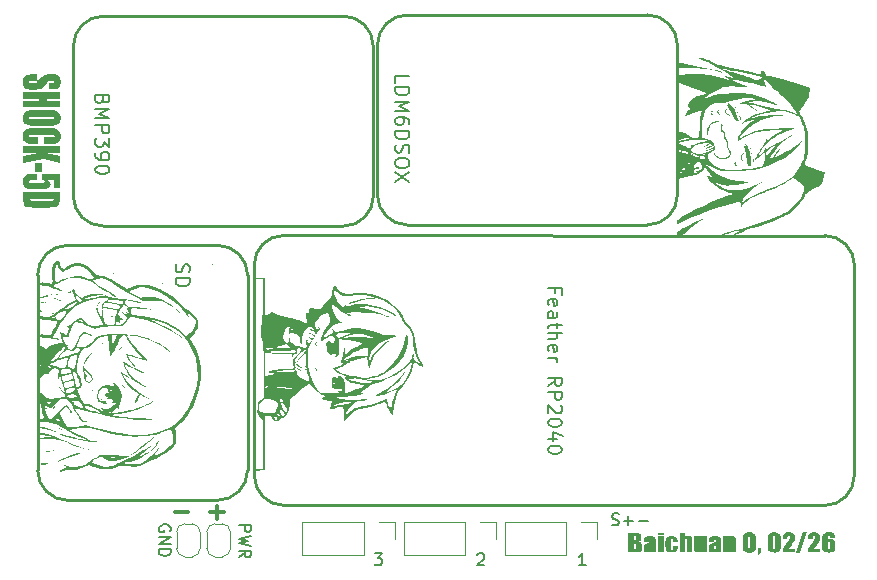
<source format=gbr>
%TF.GenerationSoftware,KiCad,Pcbnew,9.0.7*%
%TF.CreationDate,2026-02-04T13:12:15-08:00*%
%TF.ProjectId,BasicDatalogger,42617369-6344-4617-9461-6c6f67676572,rev?*%
%TF.SameCoordinates,Original*%
%TF.FileFunction,Legend,Top*%
%TF.FilePolarity,Positive*%
%FSLAX46Y46*%
G04 Gerber Fmt 4.6, Leading zero omitted, Abs format (unit mm)*
G04 Created by KiCad (PCBNEW 9.0.7) date 2026-02-04 13:12:15*
%MOMM*%
%LPD*%
G01*
G04 APERTURE LIST*
%ADD10C,0.150000*%
%ADD11C,0.200000*%
%ADD12C,0.300000*%
%ADD13C,0.120000*%
%ADD14C,0.000000*%
%ADD15C,0.250000*%
G04 APERTURE END LIST*
D10*
G36*
X127002335Y-73895329D02*
G01*
X127135370Y-73917701D01*
X127209307Y-73945778D01*
X127272924Y-73987895D01*
X127327614Y-74045562D01*
X127364740Y-74113416D01*
X127390727Y-74213292D01*
X127400795Y-74355873D01*
X127393502Y-74452161D01*
X127375033Y-74516426D01*
X127349101Y-74557556D01*
X127309529Y-74589122D01*
X127244722Y-74618738D01*
X127145335Y-74645209D01*
X127254164Y-74675834D01*
X127327909Y-74713833D01*
X127375259Y-74757957D01*
X127406305Y-74813347D01*
X127427569Y-74891490D01*
X127435673Y-74999392D01*
X127435673Y-75153814D01*
X127429669Y-75267049D01*
X127414118Y-75347951D01*
X127392076Y-75403949D01*
X127357035Y-75452757D01*
X127311294Y-75489376D01*
X127253291Y-75515141D01*
X127186084Y-75529268D01*
X127064143Y-75540386D01*
X126863094Y-75545000D01*
X126297575Y-75545000D01*
X126297575Y-75263632D01*
X126786488Y-75263632D01*
X126879129Y-75252930D01*
X126918318Y-75234689D01*
X126937535Y-75198368D01*
X126946760Y-75107286D01*
X126946760Y-74951031D01*
X126938153Y-74854613D01*
X126921224Y-74820606D01*
X126884228Y-74804735D01*
X126786488Y-74794685D01*
X126786488Y-75263632D01*
X126297575Y-75263632D01*
X126297575Y-74536765D01*
X126786488Y-74536765D01*
X126835275Y-74535758D01*
X126881729Y-74531414D01*
X126910409Y-74520506D01*
X126927037Y-74504525D01*
X126939935Y-74458995D01*
X126946760Y-74325464D01*
X126941769Y-74253476D01*
X126930463Y-74216196D01*
X126910814Y-74189784D01*
X126888111Y-74176721D01*
X126855805Y-74170895D01*
X126786488Y-74167470D01*
X126786488Y-74536765D01*
X126297575Y-74536765D01*
X126297575Y-73886102D01*
X126785346Y-73886102D01*
X127002335Y-73895329D01*
G37*
G36*
X128263332Y-74171389D02*
G01*
X128379828Y-74197356D01*
X128464778Y-74235888D01*
X128536601Y-74291044D01*
X128583874Y-74351339D01*
X128609999Y-74418155D01*
X128626539Y-74554419D01*
X128634392Y-74863012D01*
X128634392Y-75545000D01*
X128177970Y-75545000D01*
X128177970Y-75422267D01*
X128127633Y-75487310D01*
X128067004Y-75531902D01*
X127994281Y-75558921D01*
X127905071Y-75568447D01*
X127825078Y-75561658D01*
X127750259Y-75541526D01*
X127679195Y-75507630D01*
X127638726Y-75473573D01*
X127606837Y-75422019D01*
X127584869Y-75347158D01*
X127576430Y-75241284D01*
X127576430Y-75161599D01*
X128016556Y-75161599D01*
X128021683Y-75257593D01*
X128032230Y-75297520D01*
X128054732Y-75320022D01*
X128094408Y-75328112D01*
X128132328Y-75321455D01*
X128151811Y-75304115D01*
X128160645Y-75270560D01*
X128165202Y-75177994D01*
X128165202Y-74899099D01*
X128092331Y-74951604D01*
X128052312Y-74991018D01*
X128034514Y-75020641D01*
X128021755Y-75075078D01*
X128016556Y-75161599D01*
X127576430Y-75161599D01*
X127576430Y-75129817D01*
X127584270Y-75028280D01*
X127603869Y-74962616D01*
X127631031Y-74922272D01*
X127673295Y-74890482D01*
X127756816Y-74848411D01*
X127901542Y-74793403D01*
X128105353Y-74714612D01*
X128148905Y-74685967D01*
X128160000Y-74651033D01*
X128165202Y-74573218D01*
X128159344Y-74475833D01*
X128147140Y-74434275D01*
X128123318Y-74410082D01*
X128087349Y-74401943D01*
X128047236Y-74409488D01*
X128028182Y-74429146D01*
X128020513Y-74466788D01*
X128016556Y-74570104D01*
X128016556Y-74712620D01*
X127576430Y-74712620D01*
X127576430Y-74621487D01*
X127581922Y-74515947D01*
X127596469Y-74436619D01*
X127617640Y-74378221D01*
X127652021Y-74326107D01*
X127705744Y-74275908D01*
X127783102Y-74227187D01*
X127869094Y-74192280D01*
X127975227Y-74169755D01*
X128106034Y-74161608D01*
X128263332Y-74171389D01*
G37*
G36*
X129279633Y-73886102D02*
G01*
X129279633Y-74102990D01*
X128796533Y-74102990D01*
X128796533Y-73886102D01*
X129279633Y-73886102D01*
G37*
G36*
X129279633Y-74185055D02*
G01*
X129279633Y-75545000D01*
X128796533Y-75545000D01*
X128796533Y-74185055D01*
X129279633Y-74185055D01*
G37*
G36*
X130484581Y-74700896D02*
G01*
X130042172Y-74700896D01*
X130042172Y-74543176D01*
X130037411Y-74467433D01*
X130027016Y-74431344D01*
X130005976Y-74409518D01*
X129971274Y-74401943D01*
X129936453Y-74408776D01*
X129916673Y-74427588D01*
X129907323Y-74461033D01*
X129902764Y-74542169D01*
X129902764Y-75182757D01*
X129908816Y-75250542D01*
X129923628Y-75291842D01*
X129950055Y-75319367D01*
X129985184Y-75328112D01*
X130025241Y-75318493D01*
X130049645Y-75289918D01*
X130061174Y-75243216D01*
X130066461Y-75145388D01*
X130066461Y-74982264D01*
X130484581Y-74982264D01*
X130480083Y-75135437D01*
X130471190Y-75227545D01*
X130446794Y-75307942D01*
X130393442Y-75395248D01*
X130345065Y-75447942D01*
X130288232Y-75490878D01*
X130222062Y-75524758D01*
X130149930Y-75548096D01*
X130063718Y-75563081D01*
X129960790Y-75568447D01*
X129829530Y-75560827D01*
X129726446Y-75540103D01*
X129646058Y-75508638D01*
X129575735Y-75462975D01*
X129521462Y-75407458D01*
X129481738Y-75340843D01*
X129457027Y-75267318D01*
X129440005Y-75167353D01*
X129433573Y-75034379D01*
X129433573Y-74648598D01*
X129438951Y-74532485D01*
X129452993Y-74447778D01*
X129473019Y-74387746D01*
X129506797Y-74334170D01*
X129561301Y-74281992D01*
X129641387Y-74230668D01*
X129730460Y-74193269D01*
X129833982Y-74169858D01*
X129954977Y-74161608D01*
X130075217Y-74169802D01*
X130178794Y-74193122D01*
X130268566Y-74230484D01*
X130347980Y-74282259D01*
X130404557Y-74339853D01*
X130441606Y-74404050D01*
X130463627Y-74475227D01*
X130478833Y-74572082D01*
X130484581Y-74700896D01*
G37*
G36*
X131092556Y-73886102D02*
G01*
X131092556Y-74261259D01*
X131156137Y-74217261D01*
X131223244Y-74186521D01*
X131295468Y-74167922D01*
X131373655Y-74161608D01*
X131453690Y-74168098D01*
X131522846Y-74186695D01*
X131583234Y-74216929D01*
X131635404Y-74257516D01*
X131669673Y-74299755D01*
X131688906Y-74344424D01*
X131702122Y-74431433D01*
X131708109Y-74608023D01*
X131708109Y-75545000D01*
X131238919Y-75545000D01*
X131238919Y-74588331D01*
X131234509Y-74479976D01*
X131225528Y-74435740D01*
X131204532Y-74410734D01*
X131165737Y-74401943D01*
X131129647Y-74410686D01*
X131107608Y-74436748D01*
X131097353Y-74480091D01*
X131092556Y-74575050D01*
X131092556Y-75545000D01*
X130623469Y-75545000D01*
X130623469Y-73886102D01*
X131092556Y-73886102D01*
G37*
G36*
X132943264Y-74185055D02*
G01*
X132943264Y-75545000D01*
X132465976Y-75545000D01*
X132474073Y-75430419D01*
X132418697Y-75491646D01*
X132353869Y-75534009D01*
X132278431Y-75559551D01*
X132189549Y-75568447D01*
X132089587Y-75559625D01*
X132014121Y-75535657D01*
X131952814Y-75496837D01*
X131911356Y-75448646D01*
X131884450Y-75392940D01*
X131870146Y-75335531D01*
X131862049Y-75101516D01*
X131862049Y-74185055D01*
X132331240Y-74185055D01*
X132331240Y-75109942D01*
X132335150Y-75253355D01*
X132342243Y-75298436D01*
X132361367Y-75319983D01*
X132402034Y-75328112D01*
X132445417Y-75319573D01*
X132464212Y-75297429D01*
X132470557Y-75250526D01*
X132474073Y-75099684D01*
X132474073Y-74185055D01*
X132943264Y-74185055D01*
G37*
G36*
X133777359Y-74171389D02*
G01*
X133893854Y-74197356D01*
X133978804Y-74235888D01*
X134050628Y-74291044D01*
X134097900Y-74351339D01*
X134124025Y-74418155D01*
X134140566Y-74554419D01*
X134148419Y-74863012D01*
X134148419Y-75545000D01*
X133691996Y-75545000D01*
X133691996Y-75422267D01*
X133641659Y-75487310D01*
X133581031Y-75531902D01*
X133508307Y-75558921D01*
X133419098Y-75568447D01*
X133339104Y-75561658D01*
X133264285Y-75541526D01*
X133193222Y-75507630D01*
X133152752Y-75473573D01*
X133120864Y-75422019D01*
X133098896Y-75347158D01*
X133090457Y-75241284D01*
X133090457Y-75161599D01*
X133530582Y-75161599D01*
X133535710Y-75257593D01*
X133546256Y-75297520D01*
X133568759Y-75320022D01*
X133608435Y-75328112D01*
X133646354Y-75321455D01*
X133665838Y-75304115D01*
X133674671Y-75270560D01*
X133679228Y-75177994D01*
X133679228Y-74899099D01*
X133606357Y-74951604D01*
X133566339Y-74991018D01*
X133548540Y-75020641D01*
X133535781Y-75075078D01*
X133530582Y-75161599D01*
X133090457Y-75161599D01*
X133090457Y-75129817D01*
X133098297Y-75028280D01*
X133117896Y-74962616D01*
X133145057Y-74922272D01*
X133187321Y-74890482D01*
X133270843Y-74848411D01*
X133415568Y-74793403D01*
X133619379Y-74714612D01*
X133662931Y-74685967D01*
X133674026Y-74651033D01*
X133679228Y-74573218D01*
X133673370Y-74475833D01*
X133661167Y-74434275D01*
X133637344Y-74410082D01*
X133601376Y-74401943D01*
X133561262Y-74409488D01*
X133542208Y-74429146D01*
X133534539Y-74466788D01*
X133530582Y-74570104D01*
X133530582Y-74712620D01*
X133090457Y-74712620D01*
X133090457Y-74621487D01*
X133095949Y-74515947D01*
X133110495Y-74436619D01*
X133131666Y-74378221D01*
X133166047Y-74326107D01*
X133219771Y-74275908D01*
X133297129Y-74227187D01*
X133383121Y-74192280D01*
X133489254Y-74169755D01*
X133620061Y-74161608D01*
X133777359Y-74171389D01*
G37*
G36*
X134787847Y-74185055D02*
G01*
X134779646Y-74309619D01*
X134837519Y-74243851D01*
X134904418Y-74198611D01*
X134982530Y-74171155D01*
X135074655Y-74161608D01*
X135153336Y-74167687D01*
X135218213Y-74184732D01*
X135271985Y-74211800D01*
X135317660Y-74248781D01*
X135350144Y-74290646D01*
X135370702Y-74338287D01*
X135386092Y-74427217D01*
X135392812Y-74592727D01*
X135392812Y-75545000D01*
X134923725Y-75545000D01*
X134923725Y-74603718D01*
X134920099Y-74476589D01*
X134913241Y-74432718D01*
X134894688Y-74410263D01*
X134855215Y-74401943D01*
X134813702Y-74411239D01*
X134792414Y-74437297D01*
X134784021Y-74486941D01*
X134779646Y-74626250D01*
X134779646Y-75545000D01*
X134310560Y-75545000D01*
X134310560Y-74185055D01*
X134787847Y-74185055D01*
G37*
G36*
X136638253Y-73856032D02*
G01*
X136728205Y-73870763D01*
X136809726Y-73894528D01*
X136885455Y-73928842D01*
X136949476Y-73972263D01*
X137003111Y-74025229D01*
X137045686Y-74085653D01*
X137074469Y-74148571D01*
X137090202Y-74214822D01*
X137099830Y-74336555D01*
X137104112Y-74573585D01*
X137104112Y-74857517D01*
X137100023Y-75089337D01*
X137090721Y-75211700D01*
X137075527Y-75279083D01*
X137047832Y-75342173D01*
X137007159Y-75401843D01*
X136955462Y-75454272D01*
X136892653Y-75498248D01*
X136817303Y-75534100D01*
X136735991Y-75559040D01*
X136643681Y-75574687D01*
X136538592Y-75580170D01*
X136438926Y-75575079D01*
X136348974Y-75560379D01*
X136267458Y-75536665D01*
X136191718Y-75502304D01*
X136127697Y-75458882D01*
X136074072Y-75405964D01*
X136031493Y-75345482D01*
X136002711Y-75282533D01*
X135986981Y-75216279D01*
X135977353Y-75094547D01*
X135973072Y-74857517D01*
X135973072Y-74573585D01*
X135977128Y-74341765D01*
X135979332Y-74312550D01*
X136461881Y-74312550D01*
X136461881Y-75086769D01*
X136466419Y-75217810D01*
X136475168Y-75265006D01*
X136496579Y-75289893D01*
X136537346Y-75298803D01*
X136567416Y-75294203D01*
X136587883Y-75281529D01*
X136601185Y-75259877D01*
X136610522Y-75207817D01*
X136615198Y-75074496D01*
X136615198Y-74312550D01*
X136610396Y-74207050D01*
X136600666Y-74164539D01*
X136579053Y-74140688D01*
X136540875Y-74132299D01*
X136506806Y-74138939D01*
X136482226Y-74158402D01*
X136468930Y-74197132D01*
X136461881Y-74312550D01*
X135979332Y-74312550D01*
X135986359Y-74219402D01*
X136001610Y-74152018D01*
X136029341Y-74088927D01*
X136070024Y-74029259D01*
X136121725Y-73976837D01*
X136184533Y-73932892D01*
X136259880Y-73897093D01*
X136341198Y-73872102D01*
X136433507Y-73856425D01*
X136538592Y-73850931D01*
X136638253Y-73856032D01*
G37*
G36*
X137546417Y-75222599D02*
G01*
X137546417Y-75370244D01*
X137537770Y-75480616D01*
X137515068Y-75560570D01*
X137472774Y-75628652D01*
X137406490Y-75686782D01*
X137324438Y-75729955D01*
X137231686Y-75756025D01*
X137231686Y-75638789D01*
X137272709Y-75611646D01*
X137298206Y-75580720D01*
X137310680Y-75545000D01*
X137231686Y-75545000D01*
X137231686Y-75222599D01*
X137546417Y-75222599D01*
G37*
G36*
X138737088Y-73862351D02*
G01*
X138828725Y-73878400D01*
X138911637Y-73904329D01*
X138989781Y-73940295D01*
X139049533Y-73979003D01*
X139093915Y-74020283D01*
X139144531Y-74092928D01*
X139175816Y-74174522D01*
X139190862Y-74273116D01*
X139197303Y-74448380D01*
X139197303Y-75000124D01*
X139190333Y-75175318D01*
X139174051Y-75273890D01*
X139139061Y-75355803D01*
X139077722Y-75434357D01*
X139025286Y-75479622D01*
X138966690Y-75515177D01*
X138901153Y-75541611D01*
X138793936Y-75565821D01*
X138670087Y-75574309D01*
X138509407Y-75564948D01*
X138390233Y-75540145D01*
X138319566Y-75512382D01*
X138260852Y-75476830D01*
X138212522Y-75433350D01*
X138155353Y-75357915D01*
X138118476Y-75280576D01*
X138098983Y-75188526D01*
X138090657Y-75025678D01*
X138090657Y-74448380D01*
X138096129Y-74311817D01*
X138559744Y-74311817D01*
X138559744Y-75114247D01*
X138565211Y-75243773D01*
X138575418Y-75286987D01*
X138598565Y-75308290D01*
X138643306Y-75316388D01*
X138687621Y-75307225D01*
X138711816Y-75281858D01*
X138722755Y-75236673D01*
X138728113Y-75126428D01*
X138728113Y-74311817D01*
X138723217Y-74192718D01*
X138713580Y-74147778D01*
X138690716Y-74123671D01*
X138645693Y-74114713D01*
X138601308Y-74123972D01*
X138576560Y-74149793D01*
X138565310Y-74196114D01*
X138559744Y-74311817D01*
X138096129Y-74311817D01*
X138096800Y-74295063D01*
X138112755Y-74184384D01*
X138135293Y-74107111D01*
X138174120Y-74037584D01*
X138232399Y-73977339D01*
X138313004Y-73925303D01*
X138404667Y-73888229D01*
X138511102Y-73864986D01*
X138635313Y-73856793D01*
X138737088Y-73862351D01*
G37*
G36*
X140377650Y-75263632D02*
G01*
X140377650Y-75545000D01*
X139345223Y-75545000D01*
X139345223Y-75310526D01*
X139755791Y-74708340D01*
X139890397Y-74493351D01*
X139943087Y-74385548D01*
X139969507Y-74306147D01*
X139976969Y-74248620D01*
X139969505Y-74186303D01*
X139950811Y-74147961D01*
X139918731Y-74123376D01*
X139871297Y-74114713D01*
X139824220Y-74124125D01*
X139791680Y-74151533D01*
X139773825Y-74197745D01*
X139765626Y-74297438D01*
X139765626Y-74454699D01*
X139345223Y-74454699D01*
X139345223Y-74394066D01*
X139349838Y-74261766D01*
X139361416Y-74173790D01*
X139388801Y-74095352D01*
X139441552Y-74015062D01*
X139488360Y-73967266D01*
X139543412Y-73928048D01*
X139607637Y-73896910D01*
X139677245Y-73875340D01*
X139758285Y-73861644D01*
X139852717Y-73856793D01*
X139993490Y-73865653D01*
X140107929Y-73890185D01*
X140200845Y-73928265D01*
X140276026Y-73979159D01*
X140338685Y-74044273D01*
X140383036Y-74116530D01*
X140410114Y-74197391D01*
X140419482Y-74288920D01*
X140411077Y-74382414D01*
X140384855Y-74482270D01*
X140338723Y-74589888D01*
X140273585Y-74699536D01*
X140129237Y-74908049D01*
X139863201Y-75263632D01*
X140377650Y-75263632D01*
G37*
G36*
X141403433Y-73856793D02*
G01*
X140846010Y-75574309D01*
X140490587Y-75574309D01*
X141051540Y-73856793D01*
X141403433Y-73856793D01*
G37*
G36*
X142511844Y-75263632D02*
G01*
X142511844Y-75545000D01*
X141479417Y-75545000D01*
X141479417Y-75310526D01*
X141889985Y-74708340D01*
X142024591Y-74493351D01*
X142077281Y-74385548D01*
X142103701Y-74306147D01*
X142111163Y-74248620D01*
X142103699Y-74186303D01*
X142085005Y-74147961D01*
X142052925Y-74123376D01*
X142005491Y-74114713D01*
X141958414Y-74124125D01*
X141925874Y-74151533D01*
X141908019Y-74197745D01*
X141899820Y-74297438D01*
X141899820Y-74454699D01*
X141479417Y-74454699D01*
X141479417Y-74394066D01*
X141484032Y-74261766D01*
X141495610Y-74173790D01*
X141522995Y-74095352D01*
X141575746Y-74015062D01*
X141622554Y-73967266D01*
X141677606Y-73928048D01*
X141741831Y-73896910D01*
X141811439Y-73875340D01*
X141892479Y-73861644D01*
X141986911Y-73856793D01*
X142127684Y-73865653D01*
X142242123Y-73890185D01*
X142335039Y-73928265D01*
X142410220Y-73979159D01*
X142472879Y-74044273D01*
X142517230Y-74116530D01*
X142544308Y-74197391D01*
X142553676Y-74288920D01*
X142545271Y-74382414D01*
X142519049Y-74482270D01*
X142472917Y-74589888D01*
X142407779Y-74699536D01*
X142263431Y-74908049D01*
X141997395Y-75263632D01*
X142511844Y-75263632D01*
G37*
G36*
X143391807Y-73857979D02*
G01*
X143498424Y-73877450D01*
X143585169Y-73907443D01*
X143662931Y-73951241D01*
X143722558Y-74004069D01*
X143766305Y-74066720D01*
X143795326Y-74136897D01*
X143814124Y-74222248D01*
X143820906Y-74325739D01*
X143351819Y-74325739D01*
X143348913Y-74180018D01*
X143340463Y-74152215D01*
X143320990Y-74129368D01*
X143292581Y-74114295D01*
X143253102Y-74108852D01*
X143219825Y-74113854D01*
X143193831Y-74128269D01*
X143175660Y-74150223D01*
X143167049Y-74178369D01*
X143163624Y-74302200D01*
X143163624Y-74566074D01*
X143208458Y-74506701D01*
X143269296Y-74464958D01*
X143344335Y-74440230D01*
X143441194Y-74431252D01*
X143524908Y-74438288D01*
X143600156Y-74458810D01*
X143668730Y-74492801D01*
X143728247Y-74538128D01*
X143769195Y-74587068D01*
X143794125Y-74640446D01*
X143813310Y-74734143D01*
X143820906Y-74873087D01*
X143820906Y-75005345D01*
X143816431Y-75168430D01*
X143805751Y-75264731D01*
X143778421Y-75345909D01*
X143725095Y-75422084D01*
X143677249Y-75465690D01*
X143617836Y-75503123D01*
X143545101Y-75534375D01*
X143467566Y-75555943D01*
X143379290Y-75569535D01*
X143278638Y-75574309D01*
X143152808Y-75568498D01*
X143050775Y-75552543D01*
X142968578Y-75528238D01*
X142892784Y-75492135D01*
X142831268Y-75448002D01*
X142782251Y-75395523D01*
X142744069Y-75335905D01*
X142718775Y-75275537D01*
X142705540Y-75213715D01*
X142698025Y-75096165D01*
X142694537Y-74843778D01*
X142694537Y-74841946D01*
X143163624Y-74841946D01*
X143163624Y-75140259D01*
X143170539Y-75239587D01*
X143185111Y-75282774D01*
X143213058Y-75307674D01*
X143256528Y-75316388D01*
X143285769Y-75310528D01*
X143319225Y-75290468D01*
X143334489Y-75269922D01*
X143346605Y-75227560D01*
X143351819Y-75150425D01*
X143351819Y-74841946D01*
X143344996Y-74761575D01*
X143329709Y-74721779D01*
X143301456Y-74697662D01*
X143257773Y-74689173D01*
X143214692Y-74697268D01*
X143186253Y-74720222D01*
X143170708Y-74759144D01*
X143163624Y-74841946D01*
X142694537Y-74841946D01*
X142694537Y-74614251D01*
X142697683Y-74342357D01*
X142704398Y-74218303D01*
X142717524Y-74153589D01*
X142744093Y-74090858D01*
X142785054Y-74029259D01*
X142837542Y-73975182D01*
X142901491Y-73930756D01*
X142978439Y-73895536D01*
X143061558Y-73871364D01*
X143155267Y-73856224D01*
X143261199Y-73850931D01*
X143391807Y-73857979D01*
G37*
D11*
X124922054Y-73219600D02*
X125064911Y-73267219D01*
X125064911Y-73267219D02*
X125303006Y-73267219D01*
X125303006Y-73267219D02*
X125398244Y-73219600D01*
X125398244Y-73219600D02*
X125445863Y-73171980D01*
X125445863Y-73171980D02*
X125493482Y-73076742D01*
X125493482Y-73076742D02*
X125493482Y-72981504D01*
X125493482Y-72981504D02*
X125445863Y-72886266D01*
X125445863Y-72886266D02*
X125398244Y-72838647D01*
X125398244Y-72838647D02*
X125303006Y-72791028D01*
X125303006Y-72791028D02*
X125112530Y-72743409D01*
X125112530Y-72743409D02*
X125017292Y-72695790D01*
X125017292Y-72695790D02*
X124969673Y-72648171D01*
X124969673Y-72648171D02*
X124922054Y-72552933D01*
X124922054Y-72552933D02*
X124922054Y-72457695D01*
X124922054Y-72457695D02*
X124969673Y-72362457D01*
X124969673Y-72362457D02*
X125017292Y-72314838D01*
X125017292Y-72314838D02*
X125112530Y-72267219D01*
X125112530Y-72267219D02*
X125350625Y-72267219D01*
X125350625Y-72267219D02*
X125493482Y-72314838D01*
X125922054Y-72886266D02*
X126683959Y-72886266D01*
X126303006Y-73267219D02*
X126303006Y-72505314D01*
X127160149Y-72886266D02*
X127922054Y-72886266D01*
D12*
X92045489Y-72170600D02*
X90902632Y-72170600D01*
X91474060Y-71599171D02*
X91474060Y-72742028D01*
X89045489Y-72170600D02*
X87902632Y-72170600D01*
G36*
X77231589Y-36341259D02*
G01*
X77231589Y-35799284D01*
X77468212Y-35799284D01*
X77613415Y-35792786D01*
X77670640Y-35779623D01*
X77701743Y-35754598D01*
X77713041Y-35714410D01*
X77698744Y-35670400D01*
X77656450Y-35638817D01*
X77591038Y-35620492D01*
X77482231Y-35613049D01*
X77341031Y-35621574D01*
X77254157Y-35642602D01*
X77180488Y-35687524D01*
X77066090Y-35803803D01*
X76832602Y-36058886D01*
X76660574Y-36209945D01*
X76535741Y-36288625D01*
X76432276Y-36328183D01*
X76293426Y-36359767D01*
X76110324Y-36381152D01*
X75872720Y-36389131D01*
X75650099Y-36381436D01*
X75491631Y-36361528D01*
X75382378Y-36333321D01*
X75287697Y-36287832D01*
X75199403Y-36217991D01*
X75117203Y-36117899D01*
X75059170Y-36009095D01*
X75022982Y-35886313D01*
X75010347Y-35747138D01*
X75025075Y-35594654D01*
X75066807Y-35463755D01*
X75133103Y-35350976D01*
X75227210Y-35249959D01*
X75331163Y-35179984D01*
X75446150Y-35135676D01*
X75575515Y-35109557D01*
X75751194Y-35091552D01*
X75984534Y-35084752D01*
X76192092Y-35084752D01*
X76192092Y-35626727D01*
X75812538Y-35626727D01*
X75657166Y-35633803D01*
X75593868Y-35648342D01*
X75559402Y-35676786D01*
X75546509Y-35725279D01*
X75562071Y-35773862D01*
X75607545Y-35807588D01*
X75677551Y-35827010D01*
X75791338Y-35834822D01*
X75973634Y-35826923D01*
X76083627Y-35807818D01*
X76144904Y-35782554D01*
X76237622Y-35706313D01*
X76425466Y-35514009D01*
X76614867Y-35318895D01*
X76715602Y-35229221D01*
X76819314Y-35167020D01*
X76965902Y-35112962D01*
X77138051Y-35079557D01*
X77373494Y-35066922D01*
X77612568Y-35075965D01*
X77781257Y-35099303D01*
X77896491Y-35132379D01*
X77996753Y-35183432D01*
X78083007Y-35252817D01*
X78155853Y-35343649D01*
X78206009Y-35443034D01*
X78237891Y-35559244D01*
X78249203Y-35695237D01*
X78236762Y-35843885D01*
X78201718Y-35970689D01*
X78146621Y-36078942D01*
X78067021Y-36178356D01*
X77980959Y-36246400D01*
X77888114Y-36289480D01*
X77779889Y-36315078D01*
X77610914Y-36333825D01*
X77359988Y-36341259D01*
X77231589Y-36341259D01*
G37*
G36*
X78183550Y-37892934D02*
G01*
X75076000Y-37892934D01*
X75076000Y-37309926D01*
X76378107Y-37309926D01*
X76378107Y-37145673D01*
X75076000Y-37145673D01*
X75076000Y-36562665D01*
X78183550Y-36562665D01*
X78183550Y-37145673D01*
X77078400Y-37145673D01*
X77078400Y-37309926D01*
X78183550Y-37309926D01*
X78183550Y-37892934D01*
G37*
G36*
X77327908Y-38104491D02*
G01*
X77557116Y-38115439D01*
X77683446Y-38133438D01*
X77801899Y-38166256D01*
X77914101Y-38214480D01*
X78012691Y-38275748D01*
X78095287Y-38350129D01*
X78162521Y-38439305D01*
X78209458Y-38535552D01*
X78238892Y-38644722D01*
X78249203Y-38768911D01*
X78239626Y-38886638D01*
X78211962Y-38992994D01*
X78167308Y-39089480D01*
X78102846Y-39179106D01*
X78021230Y-39254913D01*
X77921624Y-39318457D01*
X77807999Y-39368980D01*
X77689872Y-39403075D01*
X77565665Y-39421650D01*
X77337633Y-39433065D01*
X76894778Y-39438136D01*
X76364771Y-39438136D01*
X75931641Y-39433330D01*
X75702434Y-39422383D01*
X75576104Y-39404384D01*
X75457650Y-39371566D01*
X75345448Y-39323342D01*
X75246845Y-39262077D01*
X75164191Y-39187696D01*
X75096858Y-39098517D01*
X75050015Y-39002276D01*
X75020638Y-38893105D01*
X75010347Y-38768911D01*
X75010466Y-38767445D01*
X75546509Y-38767445D01*
X75564390Y-38813682D01*
X75616778Y-38839253D01*
X75711851Y-38849803D01*
X75959743Y-38855129D01*
X77382043Y-38855129D01*
X77577847Y-38849647D01*
X77655082Y-38838642D01*
X77698020Y-38814243D01*
X77713041Y-38771598D01*
X77701152Y-38733339D01*
X77666195Y-38705530D01*
X77595859Y-38690573D01*
X77382043Y-38682571D01*
X75936833Y-38682571D01*
X75693182Y-38687774D01*
X75607203Y-38697714D01*
X75562457Y-38721846D01*
X75546509Y-38767445D01*
X75010466Y-38767445D01*
X75019904Y-38651178D01*
X75047512Y-38544821D01*
X75092071Y-38448342D01*
X75156613Y-38358697D01*
X75238233Y-38282847D01*
X75337755Y-38219242D01*
X75451474Y-38168775D01*
X75569663Y-38134678D01*
X75693885Y-38116050D01*
X75921916Y-38104719D01*
X76364771Y-38099685D01*
X76894778Y-38099685D01*
X77327908Y-38104491D01*
G37*
G36*
X76826732Y-40996772D02*
G01*
X76826732Y-40413764D01*
X77368536Y-40413764D01*
X77579650Y-40407713D01*
X77657133Y-40395935D01*
X77697745Y-40369349D01*
X77713041Y-40317899D01*
X77704386Y-40275592D01*
X77681452Y-40248015D01*
X77644482Y-40230949D01*
X77555664Y-40218549D01*
X77341865Y-40212508D01*
X75904349Y-40212508D01*
X75699189Y-40218529D01*
X75613016Y-40230949D01*
X75564271Y-40259581D01*
X75546509Y-40313869D01*
X75564161Y-40365832D01*
X75613700Y-40394591D01*
X75704139Y-40407361D01*
X75936833Y-40413764D01*
X76334339Y-40413764D01*
X76334339Y-40996772D01*
X76207650Y-40996772D01*
X75880293Y-40989724D01*
X75660051Y-40971966D01*
X75519838Y-40947923D01*
X75394935Y-40904687D01*
X75276620Y-40834555D01*
X75163365Y-40732135D01*
X75080477Y-40616142D01*
X75028640Y-40480449D01*
X75010347Y-40320708D01*
X75026253Y-40153485D01*
X75070505Y-40015603D01*
X75139429Y-39901953D01*
X75238828Y-39802484D01*
X75357019Y-39730729D01*
X75496586Y-39683234D01*
X75651956Y-39656159D01*
X75874077Y-39636995D01*
X76181150Y-39629623D01*
X77086094Y-39629623D01*
X77400317Y-39634425D01*
X77589600Y-39645987D01*
X77698270Y-39663755D01*
X77805945Y-39696100D01*
X77913930Y-39744417D01*
X78008908Y-39804691D01*
X78090720Y-39879633D01*
X78159614Y-39971318D01*
X78208306Y-40069891D01*
X78238638Y-40180264D01*
X78249203Y-40304344D01*
X78232254Y-40472140D01*
X78184958Y-40610947D01*
X78110888Y-40725907D01*
X78006813Y-40827596D01*
X77892479Y-40898885D01*
X77766383Y-40944504D01*
X77625352Y-40970721D01*
X77418329Y-40989486D01*
X77125930Y-40996772D01*
X76826732Y-40996772D01*
G37*
G36*
X78183550Y-42575069D02*
G01*
X76779886Y-42244609D01*
X75076000Y-42606332D01*
X75076000Y-42003785D01*
X76408882Y-41774563D01*
X75076000Y-41778471D01*
X75076000Y-41195464D01*
X78183550Y-41195464D01*
X78183550Y-41778471D01*
X76974963Y-41774563D01*
X78183550Y-42027110D01*
X78183550Y-42575069D01*
G37*
G36*
X76618833Y-43365683D02*
G01*
X76082671Y-43365683D01*
X76082671Y-42632466D01*
X76618833Y-42632466D01*
X76618833Y-43365683D01*
G37*
G36*
X78183550Y-44717079D02*
G01*
X77680214Y-44717079D01*
X77680214Y-44032588D01*
X77170895Y-44032588D01*
X77259535Y-44098892D01*
X77322147Y-44174097D01*
X77360487Y-44259993D01*
X77373836Y-44359263D01*
X77361051Y-44473814D01*
X77325436Y-44567503D01*
X77269533Y-44644271D01*
X77193634Y-44707065D01*
X77100885Y-44752375D01*
X76964730Y-44789373D01*
X76771302Y-44815156D01*
X76503941Y-44825034D01*
X76063009Y-44825034D01*
X75756027Y-44818268D01*
X75579677Y-44802320D01*
X75431919Y-44767129D01*
X75293302Y-44705233D01*
X75214161Y-44650744D01*
X75146842Y-44582444D01*
X75091387Y-44498115D01*
X75054023Y-44408310D01*
X75029921Y-44301505D01*
X75021289Y-44174860D01*
X75033600Y-44033779D01*
X75068914Y-43908669D01*
X75125581Y-43797260D01*
X75208462Y-43696821D01*
X75311543Y-43620381D01*
X75436575Y-43564741D01*
X75578829Y-43530019D01*
X75784971Y-43505474D01*
X76074122Y-43495987D01*
X76246802Y-43495987D01*
X76246802Y-44055792D01*
X76051554Y-44055792D01*
X75778477Y-44060275D01*
X75635242Y-44070446D01*
X75566264Y-44088848D01*
X75527592Y-44120965D01*
X75513683Y-44170708D01*
X75522578Y-44206894D01*
X75548048Y-44234333D01*
X75584779Y-44253242D01*
X75622933Y-44260467D01*
X75982824Y-44265230D01*
X76589939Y-44265230D01*
X76746204Y-44257374D01*
X76820919Y-44240073D01*
X76865691Y-44207664D01*
X76881443Y-44157152D01*
X76873470Y-44122850D01*
X76850326Y-44095237D01*
X76817055Y-44074264D01*
X76783306Y-44062997D01*
X76607891Y-44055792D01*
X76607891Y-43501360D01*
X78183550Y-43524808D01*
X78183550Y-44717079D01*
G37*
G36*
X78183550Y-45457501D02*
G01*
X78166547Y-45841250D01*
X78129695Y-46022435D01*
X78083527Y-46117104D01*
X78024083Y-46190870D01*
X77952228Y-46247383D01*
X77820579Y-46310558D01*
X77677479Y-46343859D01*
X77490452Y-46357026D01*
X77085923Y-46363154D01*
X76001460Y-46363154D01*
X75617944Y-46354132D01*
X75442046Y-46334822D01*
X75313609Y-46295120D01*
X75219785Y-46236025D01*
X75152625Y-46159006D01*
X75107629Y-46062369D01*
X75085306Y-45946360D01*
X75076000Y-45752669D01*
X75076000Y-45606245D01*
X75612161Y-45606245D01*
X75622165Y-45683536D01*
X75646423Y-45728396D01*
X75680207Y-45752180D01*
X75778089Y-45770542D01*
X76058222Y-45780146D01*
X77266638Y-45780146D01*
X77458615Y-45777030D01*
X77535403Y-45770743D01*
X77586315Y-45755236D01*
X77620375Y-45728489D01*
X77639033Y-45688126D01*
X77647388Y-45606245D01*
X75612161Y-45606245D01*
X75076000Y-45606245D01*
X75076000Y-45023237D01*
X78183550Y-45023237D01*
X78183550Y-45457501D01*
G37*
D11*
X88014400Y-51160149D02*
X87957257Y-51331578D01*
X87957257Y-51331578D02*
X87957257Y-51617292D01*
X87957257Y-51617292D02*
X88014400Y-51731578D01*
X88014400Y-51731578D02*
X88071542Y-51788720D01*
X88071542Y-51788720D02*
X88185828Y-51845863D01*
X88185828Y-51845863D02*
X88300114Y-51845863D01*
X88300114Y-51845863D02*
X88414400Y-51788720D01*
X88414400Y-51788720D02*
X88471542Y-51731578D01*
X88471542Y-51731578D02*
X88528685Y-51617292D01*
X88528685Y-51617292D02*
X88585828Y-51388720D01*
X88585828Y-51388720D02*
X88642971Y-51274435D01*
X88642971Y-51274435D02*
X88700114Y-51217292D01*
X88700114Y-51217292D02*
X88814400Y-51160149D01*
X88814400Y-51160149D02*
X88928685Y-51160149D01*
X88928685Y-51160149D02*
X89042971Y-51217292D01*
X89042971Y-51217292D02*
X89100114Y-51274435D01*
X89100114Y-51274435D02*
X89157257Y-51388720D01*
X89157257Y-51388720D02*
X89157257Y-51674435D01*
X89157257Y-51674435D02*
X89100114Y-51845863D01*
X87957257Y-52360149D02*
X89157257Y-52360149D01*
X89157257Y-52360149D02*
X89157257Y-52645863D01*
X89157257Y-52645863D02*
X89100114Y-52817292D01*
X89100114Y-52817292D02*
X88985828Y-52931577D01*
X88985828Y-52931577D02*
X88871542Y-52988720D01*
X88871542Y-52988720D02*
X88642971Y-53045863D01*
X88642971Y-53045863D02*
X88471542Y-53045863D01*
X88471542Y-53045863D02*
X88242971Y-52988720D01*
X88242971Y-52988720D02*
X88128685Y-52931577D01*
X88128685Y-52931577D02*
X88014400Y-52817292D01*
X88014400Y-52817292D02*
X87957257Y-52645863D01*
X87957257Y-52645863D02*
X87957257Y-52360149D01*
X81785828Y-37217292D02*
X81728685Y-37388720D01*
X81728685Y-37388720D02*
X81671542Y-37445863D01*
X81671542Y-37445863D02*
X81557257Y-37503006D01*
X81557257Y-37503006D02*
X81385828Y-37503006D01*
X81385828Y-37503006D02*
X81271542Y-37445863D01*
X81271542Y-37445863D02*
X81214400Y-37388720D01*
X81214400Y-37388720D02*
X81157257Y-37274435D01*
X81157257Y-37274435D02*
X81157257Y-36817292D01*
X81157257Y-36817292D02*
X82357257Y-36817292D01*
X82357257Y-36817292D02*
X82357257Y-37217292D01*
X82357257Y-37217292D02*
X82300114Y-37331578D01*
X82300114Y-37331578D02*
X82242971Y-37388720D01*
X82242971Y-37388720D02*
X82128685Y-37445863D01*
X82128685Y-37445863D02*
X82014400Y-37445863D01*
X82014400Y-37445863D02*
X81900114Y-37388720D01*
X81900114Y-37388720D02*
X81842971Y-37331578D01*
X81842971Y-37331578D02*
X81785828Y-37217292D01*
X81785828Y-37217292D02*
X81785828Y-36817292D01*
X81157257Y-38017292D02*
X82357257Y-38017292D01*
X82357257Y-38017292D02*
X81500114Y-38417292D01*
X81500114Y-38417292D02*
X82357257Y-38817292D01*
X82357257Y-38817292D02*
X81157257Y-38817292D01*
X81157257Y-39388721D02*
X82357257Y-39388721D01*
X82357257Y-39388721D02*
X82357257Y-39845864D01*
X82357257Y-39845864D02*
X82300114Y-39960149D01*
X82300114Y-39960149D02*
X82242971Y-40017292D01*
X82242971Y-40017292D02*
X82128685Y-40074435D01*
X82128685Y-40074435D02*
X81957257Y-40074435D01*
X81957257Y-40074435D02*
X81842971Y-40017292D01*
X81842971Y-40017292D02*
X81785828Y-39960149D01*
X81785828Y-39960149D02*
X81728685Y-39845864D01*
X81728685Y-39845864D02*
X81728685Y-39388721D01*
X82357257Y-40474435D02*
X82357257Y-41217292D01*
X82357257Y-41217292D02*
X81900114Y-40817292D01*
X81900114Y-40817292D02*
X81900114Y-40988721D01*
X81900114Y-40988721D02*
X81842971Y-41103007D01*
X81842971Y-41103007D02*
X81785828Y-41160149D01*
X81785828Y-41160149D02*
X81671542Y-41217292D01*
X81671542Y-41217292D02*
X81385828Y-41217292D01*
X81385828Y-41217292D02*
X81271542Y-41160149D01*
X81271542Y-41160149D02*
X81214400Y-41103007D01*
X81214400Y-41103007D02*
X81157257Y-40988721D01*
X81157257Y-40988721D02*
X81157257Y-40645864D01*
X81157257Y-40645864D02*
X81214400Y-40531578D01*
X81214400Y-40531578D02*
X81271542Y-40474435D01*
X81157257Y-41788721D02*
X81157257Y-42017292D01*
X81157257Y-42017292D02*
X81214400Y-42131578D01*
X81214400Y-42131578D02*
X81271542Y-42188721D01*
X81271542Y-42188721D02*
X81442971Y-42303006D01*
X81442971Y-42303006D02*
X81671542Y-42360149D01*
X81671542Y-42360149D02*
X82128685Y-42360149D01*
X82128685Y-42360149D02*
X82242971Y-42303006D01*
X82242971Y-42303006D02*
X82300114Y-42245864D01*
X82300114Y-42245864D02*
X82357257Y-42131578D01*
X82357257Y-42131578D02*
X82357257Y-41903006D01*
X82357257Y-41903006D02*
X82300114Y-41788721D01*
X82300114Y-41788721D02*
X82242971Y-41731578D01*
X82242971Y-41731578D02*
X82128685Y-41674435D01*
X82128685Y-41674435D02*
X81842971Y-41674435D01*
X81842971Y-41674435D02*
X81728685Y-41731578D01*
X81728685Y-41731578D02*
X81671542Y-41788721D01*
X81671542Y-41788721D02*
X81614400Y-41903006D01*
X81614400Y-41903006D02*
X81614400Y-42131578D01*
X81614400Y-42131578D02*
X81671542Y-42245864D01*
X81671542Y-42245864D02*
X81728685Y-42303006D01*
X81728685Y-42303006D02*
X81842971Y-42360149D01*
X82357257Y-43103006D02*
X82357257Y-43217292D01*
X82357257Y-43217292D02*
X82300114Y-43331578D01*
X82300114Y-43331578D02*
X82242971Y-43388721D01*
X82242971Y-43388721D02*
X82128685Y-43445863D01*
X82128685Y-43445863D02*
X81900114Y-43503006D01*
X81900114Y-43503006D02*
X81614400Y-43503006D01*
X81614400Y-43503006D02*
X81385828Y-43445863D01*
X81385828Y-43445863D02*
X81271542Y-43388721D01*
X81271542Y-43388721D02*
X81214400Y-43331578D01*
X81214400Y-43331578D02*
X81157257Y-43217292D01*
X81157257Y-43217292D02*
X81157257Y-43103006D01*
X81157257Y-43103006D02*
X81214400Y-42988721D01*
X81214400Y-42988721D02*
X81271542Y-42931578D01*
X81271542Y-42931578D02*
X81385828Y-42874435D01*
X81385828Y-42874435D02*
X81614400Y-42817292D01*
X81614400Y-42817292D02*
X81900114Y-42817292D01*
X81900114Y-42817292D02*
X82128685Y-42874435D01*
X82128685Y-42874435D02*
X82242971Y-42931578D01*
X82242971Y-42931578D02*
X82300114Y-42988721D01*
X82300114Y-42988721D02*
X82357257Y-43103006D01*
X106557257Y-35788720D02*
X106557257Y-35217292D01*
X106557257Y-35217292D02*
X107757257Y-35217292D01*
X106557257Y-36188721D02*
X107757257Y-36188721D01*
X107757257Y-36188721D02*
X107757257Y-36474435D01*
X107757257Y-36474435D02*
X107700114Y-36645864D01*
X107700114Y-36645864D02*
X107585828Y-36760149D01*
X107585828Y-36760149D02*
X107471542Y-36817292D01*
X107471542Y-36817292D02*
X107242971Y-36874435D01*
X107242971Y-36874435D02*
X107071542Y-36874435D01*
X107071542Y-36874435D02*
X106842971Y-36817292D01*
X106842971Y-36817292D02*
X106728685Y-36760149D01*
X106728685Y-36760149D02*
X106614400Y-36645864D01*
X106614400Y-36645864D02*
X106557257Y-36474435D01*
X106557257Y-36474435D02*
X106557257Y-36188721D01*
X106557257Y-37388721D02*
X107757257Y-37388721D01*
X107757257Y-37388721D02*
X106900114Y-37788721D01*
X106900114Y-37788721D02*
X107757257Y-38188721D01*
X107757257Y-38188721D02*
X106557257Y-38188721D01*
X107757257Y-39274436D02*
X107757257Y-39045864D01*
X107757257Y-39045864D02*
X107700114Y-38931578D01*
X107700114Y-38931578D02*
X107642971Y-38874436D01*
X107642971Y-38874436D02*
X107471542Y-38760150D01*
X107471542Y-38760150D02*
X107242971Y-38703007D01*
X107242971Y-38703007D02*
X106785828Y-38703007D01*
X106785828Y-38703007D02*
X106671542Y-38760150D01*
X106671542Y-38760150D02*
X106614400Y-38817293D01*
X106614400Y-38817293D02*
X106557257Y-38931578D01*
X106557257Y-38931578D02*
X106557257Y-39160150D01*
X106557257Y-39160150D02*
X106614400Y-39274436D01*
X106614400Y-39274436D02*
X106671542Y-39331578D01*
X106671542Y-39331578D02*
X106785828Y-39388721D01*
X106785828Y-39388721D02*
X107071542Y-39388721D01*
X107071542Y-39388721D02*
X107185828Y-39331578D01*
X107185828Y-39331578D02*
X107242971Y-39274436D01*
X107242971Y-39274436D02*
X107300114Y-39160150D01*
X107300114Y-39160150D02*
X107300114Y-38931578D01*
X107300114Y-38931578D02*
X107242971Y-38817293D01*
X107242971Y-38817293D02*
X107185828Y-38760150D01*
X107185828Y-38760150D02*
X107071542Y-38703007D01*
X106557257Y-39903007D02*
X107757257Y-39903007D01*
X107757257Y-39903007D02*
X107757257Y-40188721D01*
X107757257Y-40188721D02*
X107700114Y-40360150D01*
X107700114Y-40360150D02*
X107585828Y-40474435D01*
X107585828Y-40474435D02*
X107471542Y-40531578D01*
X107471542Y-40531578D02*
X107242971Y-40588721D01*
X107242971Y-40588721D02*
X107071542Y-40588721D01*
X107071542Y-40588721D02*
X106842971Y-40531578D01*
X106842971Y-40531578D02*
X106728685Y-40474435D01*
X106728685Y-40474435D02*
X106614400Y-40360150D01*
X106614400Y-40360150D02*
X106557257Y-40188721D01*
X106557257Y-40188721D02*
X106557257Y-39903007D01*
X106614400Y-41045864D02*
X106557257Y-41217293D01*
X106557257Y-41217293D02*
X106557257Y-41503007D01*
X106557257Y-41503007D02*
X106614400Y-41617293D01*
X106614400Y-41617293D02*
X106671542Y-41674435D01*
X106671542Y-41674435D02*
X106785828Y-41731578D01*
X106785828Y-41731578D02*
X106900114Y-41731578D01*
X106900114Y-41731578D02*
X107014400Y-41674435D01*
X107014400Y-41674435D02*
X107071542Y-41617293D01*
X107071542Y-41617293D02*
X107128685Y-41503007D01*
X107128685Y-41503007D02*
X107185828Y-41274435D01*
X107185828Y-41274435D02*
X107242971Y-41160150D01*
X107242971Y-41160150D02*
X107300114Y-41103007D01*
X107300114Y-41103007D02*
X107414400Y-41045864D01*
X107414400Y-41045864D02*
X107528685Y-41045864D01*
X107528685Y-41045864D02*
X107642971Y-41103007D01*
X107642971Y-41103007D02*
X107700114Y-41160150D01*
X107700114Y-41160150D02*
X107757257Y-41274435D01*
X107757257Y-41274435D02*
X107757257Y-41560150D01*
X107757257Y-41560150D02*
X107700114Y-41731578D01*
X107757257Y-42474435D02*
X107757257Y-42703007D01*
X107757257Y-42703007D02*
X107700114Y-42817292D01*
X107700114Y-42817292D02*
X107585828Y-42931578D01*
X107585828Y-42931578D02*
X107357257Y-42988721D01*
X107357257Y-42988721D02*
X106957257Y-42988721D01*
X106957257Y-42988721D02*
X106728685Y-42931578D01*
X106728685Y-42931578D02*
X106614400Y-42817292D01*
X106614400Y-42817292D02*
X106557257Y-42703007D01*
X106557257Y-42703007D02*
X106557257Y-42474435D01*
X106557257Y-42474435D02*
X106614400Y-42360150D01*
X106614400Y-42360150D02*
X106728685Y-42245864D01*
X106728685Y-42245864D02*
X106957257Y-42188721D01*
X106957257Y-42188721D02*
X107357257Y-42188721D01*
X107357257Y-42188721D02*
X107585828Y-42245864D01*
X107585828Y-42245864D02*
X107700114Y-42360150D01*
X107700114Y-42360150D02*
X107757257Y-42474435D01*
X107757257Y-43388721D02*
X106557257Y-44188721D01*
X107757257Y-44188721D02*
X106557257Y-43388721D01*
D10*
X104806667Y-75654819D02*
X105425714Y-75654819D01*
X105425714Y-75654819D02*
X105092381Y-76035771D01*
X105092381Y-76035771D02*
X105235238Y-76035771D01*
X105235238Y-76035771D02*
X105330476Y-76083390D01*
X105330476Y-76083390D02*
X105378095Y-76131009D01*
X105378095Y-76131009D02*
X105425714Y-76226247D01*
X105425714Y-76226247D02*
X105425714Y-76464342D01*
X105425714Y-76464342D02*
X105378095Y-76559580D01*
X105378095Y-76559580D02*
X105330476Y-76607200D01*
X105330476Y-76607200D02*
X105235238Y-76654819D01*
X105235238Y-76654819D02*
X104949524Y-76654819D01*
X104949524Y-76654819D02*
X104854286Y-76607200D01*
X104854286Y-76607200D02*
X104806667Y-76559580D01*
X113514286Y-75750057D02*
X113561905Y-75702438D01*
X113561905Y-75702438D02*
X113657143Y-75654819D01*
X113657143Y-75654819D02*
X113895238Y-75654819D01*
X113895238Y-75654819D02*
X113990476Y-75702438D01*
X113990476Y-75702438D02*
X114038095Y-75750057D01*
X114038095Y-75750057D02*
X114085714Y-75845295D01*
X114085714Y-75845295D02*
X114085714Y-75940533D01*
X114085714Y-75940533D02*
X114038095Y-76083390D01*
X114038095Y-76083390D02*
X113466667Y-76654819D01*
X113466667Y-76654819D02*
X114085714Y-76654819D01*
X122685714Y-76654819D02*
X122114286Y-76654819D01*
X122400000Y-76654819D02*
X122400000Y-75654819D01*
X122400000Y-75654819D02*
X122304762Y-75797676D01*
X122304762Y-75797676D02*
X122209524Y-75892914D01*
X122209524Y-75892914D02*
X122114286Y-75940533D01*
X93345180Y-73266667D02*
X94345180Y-73266667D01*
X94345180Y-73266667D02*
X94345180Y-73647619D01*
X94345180Y-73647619D02*
X94297561Y-73742857D01*
X94297561Y-73742857D02*
X94249942Y-73790476D01*
X94249942Y-73790476D02*
X94154704Y-73838095D01*
X94154704Y-73838095D02*
X94011847Y-73838095D01*
X94011847Y-73838095D02*
X93916609Y-73790476D01*
X93916609Y-73790476D02*
X93868990Y-73742857D01*
X93868990Y-73742857D02*
X93821371Y-73647619D01*
X93821371Y-73647619D02*
X93821371Y-73266667D01*
X94345180Y-74171429D02*
X93345180Y-74409524D01*
X93345180Y-74409524D02*
X94059466Y-74600000D01*
X94059466Y-74600000D02*
X93345180Y-74790476D01*
X93345180Y-74790476D02*
X94345180Y-75028572D01*
X93345180Y-75980952D02*
X93821371Y-75647619D01*
X93345180Y-75409524D02*
X94345180Y-75409524D01*
X94345180Y-75409524D02*
X94345180Y-75790476D01*
X94345180Y-75790476D02*
X94297561Y-75885714D01*
X94297561Y-75885714D02*
X94249942Y-75933333D01*
X94249942Y-75933333D02*
X94154704Y-75980952D01*
X94154704Y-75980952D02*
X94011847Y-75980952D01*
X94011847Y-75980952D02*
X93916609Y-75933333D01*
X93916609Y-75933333D02*
X93868990Y-75885714D01*
X93868990Y-75885714D02*
X93821371Y-75790476D01*
X93821371Y-75790476D02*
X93821371Y-75409524D01*
X87497561Y-73770510D02*
X87545180Y-73675272D01*
X87545180Y-73675272D02*
X87545180Y-73532415D01*
X87545180Y-73532415D02*
X87497561Y-73389558D01*
X87497561Y-73389558D02*
X87402323Y-73294320D01*
X87402323Y-73294320D02*
X87307085Y-73246701D01*
X87307085Y-73246701D02*
X87116609Y-73199082D01*
X87116609Y-73199082D02*
X86973752Y-73199082D01*
X86973752Y-73199082D02*
X86783276Y-73246701D01*
X86783276Y-73246701D02*
X86688038Y-73294320D01*
X86688038Y-73294320D02*
X86592800Y-73389558D01*
X86592800Y-73389558D02*
X86545180Y-73532415D01*
X86545180Y-73532415D02*
X86545180Y-73627653D01*
X86545180Y-73627653D02*
X86592800Y-73770510D01*
X86592800Y-73770510D02*
X86640419Y-73818129D01*
X86640419Y-73818129D02*
X86973752Y-73818129D01*
X86973752Y-73818129D02*
X86973752Y-73627653D01*
X86545180Y-74246701D02*
X87545180Y-74246701D01*
X87545180Y-74246701D02*
X86545180Y-74818129D01*
X86545180Y-74818129D02*
X87545180Y-74818129D01*
X86545180Y-75294320D02*
X87545180Y-75294320D01*
X87545180Y-75294320D02*
X87545180Y-75532415D01*
X87545180Y-75532415D02*
X87497561Y-75675272D01*
X87497561Y-75675272D02*
X87402323Y-75770510D01*
X87402323Y-75770510D02*
X87307085Y-75818129D01*
X87307085Y-75818129D02*
X87116609Y-75865748D01*
X87116609Y-75865748D02*
X86973752Y-75865748D01*
X86973752Y-75865748D02*
X86783276Y-75818129D01*
X86783276Y-75818129D02*
X86688038Y-75770510D01*
X86688038Y-75770510D02*
X86592800Y-75675272D01*
X86592800Y-75675272D02*
X86545180Y-75532415D01*
X86545180Y-75532415D02*
X86545180Y-75294320D01*
D11*
X120113828Y-53560001D02*
X120113828Y-53160001D01*
X119485257Y-53160001D02*
X120685257Y-53160001D01*
X120685257Y-53160001D02*
X120685257Y-53731429D01*
X119542400Y-54645715D02*
X119485257Y-54531429D01*
X119485257Y-54531429D02*
X119485257Y-54302858D01*
X119485257Y-54302858D02*
X119542400Y-54188572D01*
X119542400Y-54188572D02*
X119656685Y-54131429D01*
X119656685Y-54131429D02*
X120113828Y-54131429D01*
X120113828Y-54131429D02*
X120228114Y-54188572D01*
X120228114Y-54188572D02*
X120285257Y-54302858D01*
X120285257Y-54302858D02*
X120285257Y-54531429D01*
X120285257Y-54531429D02*
X120228114Y-54645715D01*
X120228114Y-54645715D02*
X120113828Y-54702858D01*
X120113828Y-54702858D02*
X119999542Y-54702858D01*
X119999542Y-54702858D02*
X119885257Y-54131429D01*
X119485257Y-55731429D02*
X120113828Y-55731429D01*
X120113828Y-55731429D02*
X120228114Y-55674286D01*
X120228114Y-55674286D02*
X120285257Y-55560000D01*
X120285257Y-55560000D02*
X120285257Y-55331429D01*
X120285257Y-55331429D02*
X120228114Y-55217143D01*
X119542400Y-55731429D02*
X119485257Y-55617143D01*
X119485257Y-55617143D02*
X119485257Y-55331429D01*
X119485257Y-55331429D02*
X119542400Y-55217143D01*
X119542400Y-55217143D02*
X119656685Y-55160000D01*
X119656685Y-55160000D02*
X119770971Y-55160000D01*
X119770971Y-55160000D02*
X119885257Y-55217143D01*
X119885257Y-55217143D02*
X119942400Y-55331429D01*
X119942400Y-55331429D02*
X119942400Y-55617143D01*
X119942400Y-55617143D02*
X119999542Y-55731429D01*
X120285257Y-56131428D02*
X120285257Y-56588571D01*
X120685257Y-56302857D02*
X119656685Y-56302857D01*
X119656685Y-56302857D02*
X119542400Y-56360000D01*
X119542400Y-56360000D02*
X119485257Y-56474285D01*
X119485257Y-56474285D02*
X119485257Y-56588571D01*
X119485257Y-56988571D02*
X120685257Y-56988571D01*
X119485257Y-57502857D02*
X120113828Y-57502857D01*
X120113828Y-57502857D02*
X120228114Y-57445714D01*
X120228114Y-57445714D02*
X120285257Y-57331428D01*
X120285257Y-57331428D02*
X120285257Y-57159999D01*
X120285257Y-57159999D02*
X120228114Y-57045714D01*
X120228114Y-57045714D02*
X120170971Y-56988571D01*
X119542400Y-58531428D02*
X119485257Y-58417142D01*
X119485257Y-58417142D02*
X119485257Y-58188571D01*
X119485257Y-58188571D02*
X119542400Y-58074285D01*
X119542400Y-58074285D02*
X119656685Y-58017142D01*
X119656685Y-58017142D02*
X120113828Y-58017142D01*
X120113828Y-58017142D02*
X120228114Y-58074285D01*
X120228114Y-58074285D02*
X120285257Y-58188571D01*
X120285257Y-58188571D02*
X120285257Y-58417142D01*
X120285257Y-58417142D02*
X120228114Y-58531428D01*
X120228114Y-58531428D02*
X120113828Y-58588571D01*
X120113828Y-58588571D02*
X119999542Y-58588571D01*
X119999542Y-58588571D02*
X119885257Y-58017142D01*
X119485257Y-59102856D02*
X120285257Y-59102856D01*
X120056685Y-59102856D02*
X120170971Y-59159999D01*
X120170971Y-59159999D02*
X120228114Y-59217142D01*
X120228114Y-59217142D02*
X120285257Y-59331427D01*
X120285257Y-59331427D02*
X120285257Y-59445713D01*
X119485257Y-61445713D02*
X120056685Y-61045713D01*
X119485257Y-60759999D02*
X120685257Y-60759999D01*
X120685257Y-60759999D02*
X120685257Y-61217142D01*
X120685257Y-61217142D02*
X120628114Y-61331427D01*
X120628114Y-61331427D02*
X120570971Y-61388570D01*
X120570971Y-61388570D02*
X120456685Y-61445713D01*
X120456685Y-61445713D02*
X120285257Y-61445713D01*
X120285257Y-61445713D02*
X120170971Y-61388570D01*
X120170971Y-61388570D02*
X120113828Y-61331427D01*
X120113828Y-61331427D02*
X120056685Y-61217142D01*
X120056685Y-61217142D02*
X120056685Y-60759999D01*
X119485257Y-61959999D02*
X120685257Y-61959999D01*
X120685257Y-61959999D02*
X120685257Y-62417142D01*
X120685257Y-62417142D02*
X120628114Y-62531427D01*
X120628114Y-62531427D02*
X120570971Y-62588570D01*
X120570971Y-62588570D02*
X120456685Y-62645713D01*
X120456685Y-62645713D02*
X120285257Y-62645713D01*
X120285257Y-62645713D02*
X120170971Y-62588570D01*
X120170971Y-62588570D02*
X120113828Y-62531427D01*
X120113828Y-62531427D02*
X120056685Y-62417142D01*
X120056685Y-62417142D02*
X120056685Y-61959999D01*
X120570971Y-63102856D02*
X120628114Y-63159999D01*
X120628114Y-63159999D02*
X120685257Y-63274285D01*
X120685257Y-63274285D02*
X120685257Y-63559999D01*
X120685257Y-63559999D02*
X120628114Y-63674285D01*
X120628114Y-63674285D02*
X120570971Y-63731427D01*
X120570971Y-63731427D02*
X120456685Y-63788570D01*
X120456685Y-63788570D02*
X120342400Y-63788570D01*
X120342400Y-63788570D02*
X120170971Y-63731427D01*
X120170971Y-63731427D02*
X119485257Y-63045713D01*
X119485257Y-63045713D02*
X119485257Y-63788570D01*
X120685257Y-64531427D02*
X120685257Y-64645713D01*
X120685257Y-64645713D02*
X120628114Y-64759999D01*
X120628114Y-64759999D02*
X120570971Y-64817142D01*
X120570971Y-64817142D02*
X120456685Y-64874284D01*
X120456685Y-64874284D02*
X120228114Y-64931427D01*
X120228114Y-64931427D02*
X119942400Y-64931427D01*
X119942400Y-64931427D02*
X119713828Y-64874284D01*
X119713828Y-64874284D02*
X119599542Y-64817142D01*
X119599542Y-64817142D02*
X119542400Y-64759999D01*
X119542400Y-64759999D02*
X119485257Y-64645713D01*
X119485257Y-64645713D02*
X119485257Y-64531427D01*
X119485257Y-64531427D02*
X119542400Y-64417142D01*
X119542400Y-64417142D02*
X119599542Y-64359999D01*
X119599542Y-64359999D02*
X119713828Y-64302856D01*
X119713828Y-64302856D02*
X119942400Y-64245713D01*
X119942400Y-64245713D02*
X120228114Y-64245713D01*
X120228114Y-64245713D02*
X120456685Y-64302856D01*
X120456685Y-64302856D02*
X120570971Y-64359999D01*
X120570971Y-64359999D02*
X120628114Y-64417142D01*
X120628114Y-64417142D02*
X120685257Y-64531427D01*
X120285257Y-65959999D02*
X119485257Y-65959999D01*
X120742400Y-65674284D02*
X119885257Y-65388570D01*
X119885257Y-65388570D02*
X119885257Y-66131427D01*
X120685257Y-66817141D02*
X120685257Y-66931427D01*
X120685257Y-66931427D02*
X120628114Y-67045713D01*
X120628114Y-67045713D02*
X120570971Y-67102856D01*
X120570971Y-67102856D02*
X120456685Y-67159998D01*
X120456685Y-67159998D02*
X120228114Y-67217141D01*
X120228114Y-67217141D02*
X119942400Y-67217141D01*
X119942400Y-67217141D02*
X119713828Y-67159998D01*
X119713828Y-67159998D02*
X119599542Y-67102856D01*
X119599542Y-67102856D02*
X119542400Y-67045713D01*
X119542400Y-67045713D02*
X119485257Y-66931427D01*
X119485257Y-66931427D02*
X119485257Y-66817141D01*
X119485257Y-66817141D02*
X119542400Y-66702856D01*
X119542400Y-66702856D02*
X119599542Y-66645713D01*
X119599542Y-66645713D02*
X119713828Y-66588570D01*
X119713828Y-66588570D02*
X119942400Y-66531427D01*
X119942400Y-66531427D02*
X120228114Y-66531427D01*
X120228114Y-66531427D02*
X120456685Y-66588570D01*
X120456685Y-66588570D02*
X120570971Y-66645713D01*
X120570971Y-66645713D02*
X120628114Y-66702856D01*
X120628114Y-66702856D02*
X120685257Y-66817141D01*
D13*
%TO.C,3*%
X106520000Y-73020000D02*
X106520000Y-74400000D01*
X105140000Y-73020000D02*
X106520000Y-73020000D01*
X103870000Y-73020000D02*
X98680000Y-73020000D01*
X103870000Y-73020000D02*
X103870000Y-75780000D01*
X98680000Y-73020000D02*
X98680000Y-75780000D01*
X103870000Y-75780000D02*
X98680000Y-75780000D01*
%TO.C,2*%
X115120000Y-73020000D02*
X115120000Y-74400000D01*
X113740000Y-73020000D02*
X115120000Y-73020000D01*
X112470000Y-73020000D02*
X107280000Y-73020000D01*
X112470000Y-73020000D02*
X112470000Y-75780000D01*
X107280000Y-73020000D02*
X107280000Y-75780000D01*
X112470000Y-75780000D02*
X107280000Y-75780000D01*
%TO.C,1*%
X123660000Y-73020000D02*
X123660000Y-74400000D01*
X122280000Y-73020000D02*
X123660000Y-73020000D01*
X121010000Y-73020000D02*
X115820000Y-73020000D01*
X121010000Y-73020000D02*
X121010000Y-75780000D01*
X115820000Y-73020000D02*
X115820000Y-75780000D01*
X121010000Y-75780000D02*
X115820000Y-75780000D01*
%TO.C,PWR*%
X91901578Y-75932415D02*
X91301578Y-75932415D01*
X90601578Y-75232415D02*
X90601578Y-73832415D01*
X92601578Y-73832415D02*
X92601578Y-75232415D01*
X91301578Y-73132415D02*
X91901578Y-73132415D01*
X91301578Y-75932415D02*
G75*
G02*
X90601578Y-75232415I-1J699999D01*
G01*
X92601578Y-75232415D02*
G75*
G02*
X91901578Y-75932415I-699999J-1D01*
G01*
X90601578Y-73832415D02*
G75*
G02*
X91301578Y-73132415I700000J0D01*
G01*
X91901578Y-73132415D02*
G75*
G02*
X92601578Y-73832415I0J-700000D01*
G01*
%TO.C,GND*%
X89339052Y-75932415D02*
X88739052Y-75932415D01*
X88039052Y-75232415D02*
X88039052Y-73832415D01*
X90039052Y-73832415D02*
X90039052Y-75232415D01*
X88739052Y-73132415D02*
X89339052Y-73132415D01*
X88739052Y-75932415D02*
G75*
G02*
X88039052Y-75232415I-1J699999D01*
G01*
X90039052Y-75232415D02*
G75*
G02*
X89339052Y-75932415I-699999J-1D01*
G01*
X88039052Y-73832415D02*
G75*
G02*
X88739052Y-73132415I700000J0D01*
G01*
X89339052Y-73132415D02*
G75*
G02*
X90039052Y-73832415I0J-700000D01*
G01*
D14*
%TO.C,G\u002A\u002A\u002A*%
G36*
X95562060Y-53920852D02*
G01*
X95562060Y-55520822D01*
X95713297Y-55438395D01*
X95859081Y-55358940D01*
X96156103Y-55197058D01*
X96475405Y-55354790D01*
X96686274Y-55437740D01*
X96995268Y-55533276D01*
X97353542Y-55627088D01*
X97480846Y-55655896D01*
X97579118Y-55678134D01*
X97782510Y-55726149D01*
X97956050Y-55767117D01*
X98326195Y-55870527D01*
X98635062Y-55972450D01*
X98763508Y-56024092D01*
X98984297Y-56119244D01*
X99096891Y-56151568D01*
X99126891Y-56124740D01*
X99113056Y-56074277D01*
X99073977Y-55923416D01*
X99034192Y-55694593D01*
X99020172Y-55589264D01*
X99009114Y-55346879D01*
X99051770Y-55242028D01*
X99149901Y-55272158D01*
X99204994Y-55321346D01*
X99257684Y-55346239D01*
X99264221Y-55254678D01*
X99249055Y-55144079D01*
X99244795Y-55047646D01*
X100417942Y-55047646D01*
X100455295Y-55084999D01*
X100492648Y-55047646D01*
X100455295Y-55010293D01*
X100417942Y-55047646D01*
X99244795Y-55047646D01*
X99239603Y-54930122D01*
X99310258Y-54833563D01*
X99346550Y-54836070D01*
X99475272Y-54844964D01*
X99620948Y-54897792D01*
X99884231Y-54965064D01*
X100129517Y-54956080D01*
X100312901Y-54877598D01*
X100382348Y-54780633D01*
X100455295Y-54666452D01*
X100458400Y-54661592D01*
X100613854Y-54486416D01*
X100795441Y-54311206D01*
X100815204Y-54292000D01*
X101007162Y-54105449D01*
X101122019Y-53944615D01*
X101165878Y-53788411D01*
X101169217Y-53728881D01*
X101193809Y-53496364D01*
X101250355Y-53263093D01*
X101324009Y-53073357D01*
X101399925Y-52971443D01*
X101421287Y-52965885D01*
X101425351Y-52964828D01*
X101509452Y-53030386D01*
X101611267Y-53176505D01*
X101614863Y-53182934D01*
X101836028Y-53473498D01*
X102114228Y-53631698D01*
X102470965Y-53668854D01*
X102530484Y-53664865D01*
X102777276Y-53650436D01*
X103118385Y-53638918D01*
X103498723Y-53631920D01*
X103705001Y-53630580D01*
X104078989Y-53634289D01*
X104356881Y-53653060D01*
X104591885Y-53696244D01*
X104837209Y-53773196D01*
X105104833Y-53876656D01*
X105458834Y-54033931D01*
X105826316Y-54221236D01*
X106135145Y-54401484D01*
X106169996Y-54424312D01*
X106472533Y-54663890D01*
X106764108Y-54960033D01*
X107014901Y-55276012D01*
X107195097Y-55575096D01*
X107268355Y-55777358D01*
X107355899Y-55956657D01*
X107527334Y-56151790D01*
X107595021Y-56209796D01*
X107805229Y-56426076D01*
X107976451Y-56720122D01*
X108116404Y-57111644D01*
X108232808Y-57620350D01*
X108295973Y-57999458D01*
X108390822Y-58506945D01*
X108516771Y-58928674D01*
X108671488Y-59286154D01*
X108794276Y-59538097D01*
X108886431Y-59732322D01*
X108932105Y-59835268D01*
X108934413Y-59843016D01*
X108879631Y-59870001D01*
X108730380Y-59813518D01*
X108509300Y-59682883D01*
X108452864Y-59644837D01*
X108131159Y-59423499D01*
X108084439Y-59775573D01*
X107966942Y-60229489D01*
X107739209Y-60721886D01*
X107420184Y-61216171D01*
X107191856Y-61499541D01*
X106830533Y-61994563D01*
X106586473Y-62531831D01*
X106445639Y-63145703D01*
X106417156Y-63396029D01*
X106388827Y-63648287D01*
X106356872Y-63828965D01*
X106328106Y-63899751D01*
X106327548Y-63899783D01*
X106251253Y-63838258D01*
X106135074Y-63680501D01*
X106003512Y-63465106D01*
X105881069Y-63230670D01*
X105829893Y-63115882D01*
X105751414Y-62930116D01*
X105699868Y-62815660D01*
X105691501Y-62800577D01*
X105620685Y-62818906D01*
X105445745Y-62882212D01*
X105200507Y-62978074D01*
X105124671Y-63008723D01*
X104767897Y-63134756D01*
X104373882Y-63245013D01*
X104045467Y-63312514D01*
X103529638Y-63423768D01*
X103120091Y-63597460D01*
X102779322Y-63855411D01*
X102469829Y-64219442D01*
X102457702Y-64236333D01*
X102339949Y-64365903D01*
X102249133Y-64405523D01*
X102235648Y-64398049D01*
X102206950Y-64297619D01*
X102188748Y-64090312D01*
X102184516Y-63818497D01*
X102185147Y-63781862D01*
X102189118Y-63499543D01*
X102168726Y-63326815D01*
X102097097Y-63246124D01*
X101947352Y-63239916D01*
X101692616Y-63290639D01*
X101501793Y-63335557D01*
X101263092Y-63386552D01*
X101090188Y-63413818D01*
X101026244Y-63412909D01*
X101031429Y-63322250D01*
X101075611Y-63179889D01*
X101239707Y-63179889D01*
X101295943Y-63210648D01*
X101370442Y-63193280D01*
X101508264Y-63159237D01*
X101743637Y-63118766D01*
X102024118Y-63080817D01*
X102317313Y-63038338D01*
X102574602Y-62987469D01*
X102733824Y-62941441D01*
X102848344Y-62889380D01*
X102841318Y-62864948D01*
X102700028Y-62852670D01*
X102659118Y-62850544D01*
X102434234Y-62843954D01*
X102252360Y-62846468D01*
X102248236Y-62846720D01*
X102070875Y-62875459D01*
X101840384Y-62934776D01*
X101600049Y-63010371D01*
X101393156Y-63087946D01*
X101262990Y-63153200D01*
X101239707Y-63179889D01*
X101075611Y-63179889D01*
X101095897Y-63114524D01*
X101202705Y-62835735D01*
X101215282Y-62750532D01*
X101139054Y-62712491D01*
X100967552Y-62703979D01*
X100641905Y-62682049D01*
X100428573Y-62622182D01*
X100343982Y-62529265D01*
X100343236Y-62518235D01*
X100406075Y-62426500D01*
X100511324Y-62375221D01*
X100521108Y-62371417D01*
X101518670Y-62371417D01*
X101537642Y-62416095D01*
X101699450Y-62486192D01*
X101949413Y-62563250D01*
X102239307Y-62616012D01*
X102434234Y-62632066D01*
X102622268Y-62647552D01*
X103047619Y-62657638D01*
X103464681Y-62646038D01*
X103822776Y-62612519D01*
X104022501Y-62572760D01*
X104198918Y-62535923D01*
X104296083Y-62541750D01*
X104302648Y-62552741D01*
X104236057Y-62606871D01*
X104066424Y-62668104D01*
X103838955Y-62724949D01*
X103598857Y-62765913D01*
X103409802Y-62779705D01*
X103154202Y-62849328D01*
X102887399Y-63045696D01*
X102632172Y-63350059D01*
X102539522Y-63495975D01*
X102425914Y-63715705D01*
X102365345Y-63884697D01*
X102359529Y-63981017D01*
X102410184Y-63982733D01*
X102509466Y-63880215D01*
X102804283Y-63598805D01*
X103184470Y-63365791D01*
X103586500Y-63217152D01*
X103726485Y-63190947D01*
X104488946Y-63044633D01*
X105204435Y-62815297D01*
X105376733Y-62743230D01*
X105602354Y-62645214D01*
X105766285Y-62577311D01*
X105827934Y-62555588D01*
X105857699Y-62620652D01*
X105896859Y-62781274D01*
X105904916Y-62822497D01*
X105980330Y-63077451D01*
X106089315Y-63310289D01*
X106223643Y-63531173D01*
X106266742Y-63113579D01*
X106323778Y-62820369D01*
X106428708Y-62478224D01*
X106537693Y-62209078D01*
X106640803Y-61977627D01*
X106703541Y-61814216D01*
X106714263Y-61749708D01*
X106710714Y-61750445D01*
X106121341Y-62023403D01*
X105606962Y-62197473D01*
X105311177Y-62255989D01*
X105070901Y-62282542D01*
X104899200Y-62294970D01*
X104839481Y-62292052D01*
X104888803Y-62253569D01*
X105040660Y-62172954D01*
X105238104Y-62078861D01*
X105532420Y-61927046D01*
X105826584Y-61748656D01*
X105971270Y-61646883D01*
X106210209Y-61447546D01*
X106488864Y-61191196D01*
X106771224Y-60913559D01*
X107021277Y-60650362D01*
X107203010Y-60437332D01*
X107237005Y-60391171D01*
X107324918Y-60287703D01*
X107365303Y-60285186D01*
X107365589Y-60290386D01*
X107310282Y-60444415D01*
X107159750Y-60665970D01*
X106937075Y-60931325D01*
X106665339Y-61216753D01*
X106367625Y-61498528D01*
X106067014Y-61752923D01*
X105786589Y-61956211D01*
X105684707Y-62018204D01*
X105580763Y-62087920D01*
X105594142Y-62108299D01*
X105703129Y-62084710D01*
X105886010Y-62022521D01*
X106121070Y-61927100D01*
X106206432Y-61889215D01*
X106666138Y-61654297D01*
X107017800Y-61406249D01*
X107301593Y-61113102D01*
X107466431Y-60886645D01*
X107646899Y-60565774D01*
X107802792Y-60200166D01*
X107914565Y-59843513D01*
X107962669Y-59549507D01*
X107963236Y-59521986D01*
X107948916Y-59454407D01*
X107893899Y-59461429D01*
X107780098Y-59554837D01*
X107589424Y-59746416D01*
X107540774Y-59797234D01*
X107256383Y-60062355D01*
X106921052Y-60327428D01*
X106615575Y-60529991D01*
X106239004Y-60728041D01*
X105808730Y-60924268D01*
X105370592Y-61100246D01*
X104970432Y-61237546D01*
X104657501Y-61317136D01*
X104477795Y-61361461D01*
X104381793Y-61409088D01*
X104376843Y-61419708D01*
X104319708Y-61488869D01*
X104176112Y-61602118D01*
X104096696Y-61656606D01*
X103878561Y-61803850D01*
X103683119Y-61941362D01*
X103643801Y-61970249D01*
X103538816Y-62053128D01*
X103540915Y-62082755D01*
X103667189Y-62073012D01*
X103755860Y-62061259D01*
X103925969Y-62045461D01*
X103963799Y-62065038D01*
X103920018Y-62100823D01*
X103742218Y-62172012D01*
X103455376Y-62240628D01*
X103099834Y-62301208D01*
X102715933Y-62348291D01*
X102344016Y-62376412D01*
X102024423Y-62380110D01*
X101912060Y-62372722D01*
X101643241Y-62355759D01*
X101518670Y-62371417D01*
X100521108Y-62371417D01*
X100602466Y-62339786D01*
X100584748Y-62301719D01*
X100443122Y-62242011D01*
X100390843Y-62223004D01*
X100025896Y-62021617D01*
X99691521Y-61704059D01*
X99510007Y-61453451D01*
X99377593Y-61288430D01*
X99267545Y-61262777D01*
X99256493Y-61268132D01*
X99162323Y-61336039D01*
X98979315Y-61479992D01*
X98732814Y-61679677D01*
X98448168Y-61914780D01*
X98412917Y-61944186D01*
X97672445Y-62562541D01*
X97620218Y-63092555D01*
X97544268Y-63523210D01*
X97404314Y-63838366D01*
X97185288Y-64063692D01*
X96982498Y-64179159D01*
X96772774Y-64288029D01*
X96605479Y-64396691D01*
X96590667Y-64408716D01*
X96470117Y-64479213D01*
X96359772Y-64433778D01*
X96340090Y-64417939D01*
X96215573Y-64266488D01*
X96153773Y-64146158D01*
X96123573Y-64102314D01*
X96314097Y-64102314D01*
X96367512Y-64246062D01*
X96384968Y-64273823D01*
X96455388Y-64347835D01*
X96521360Y-64287965D01*
X96529293Y-64275795D01*
X96552558Y-64152898D01*
X96510616Y-64108850D01*
X96366154Y-64050857D01*
X96314097Y-64102314D01*
X96123573Y-64102314D01*
X96069395Y-64023657D01*
X95911121Y-63977863D01*
X95825379Y-63974999D01*
X95562060Y-63974999D01*
X95562060Y-66290882D01*
X95560324Y-66862193D01*
X95555407Y-67382544D01*
X95547744Y-67833930D01*
X95537769Y-68198346D01*
X95525917Y-68457787D01*
X95512623Y-68594249D01*
X95506030Y-68610780D01*
X95202136Y-68626082D01*
X94915961Y-68629451D01*
X94683919Y-68621720D01*
X94542424Y-68603726D01*
X94516132Y-68588088D01*
X94583727Y-68557399D01*
X94758041Y-68537048D01*
X94927060Y-68532058D01*
X95337942Y-68532058D01*
X95337942Y-66448194D01*
X95337942Y-64364330D01*
X95106296Y-64116352D01*
X94984248Y-63975667D01*
X94917743Y-63850547D01*
X94893605Y-63691151D01*
X94898660Y-63447635D01*
X94903903Y-63350659D01*
X94908621Y-63289711D01*
X94979822Y-63289711D01*
X95048809Y-63480847D01*
X95219242Y-63682662D01*
X95496427Y-63791813D01*
X95866073Y-63803231D01*
X95935185Y-63795340D01*
X96152560Y-63771845D01*
X96253853Y-63782138D01*
X96270056Y-63833663D01*
X96257640Y-63872812D01*
X96244858Y-63958759D01*
X96301516Y-63942345D01*
X96336058Y-63882865D01*
X96541267Y-63882865D01*
X96600540Y-64003138D01*
X96647100Y-64051204D01*
X96762229Y-64106501D01*
X96812546Y-64094121D01*
X96820263Y-63998163D01*
X96750797Y-63870796D01*
X96641777Y-63776224D01*
X96621281Y-63767779D01*
X96546580Y-63786838D01*
X96541267Y-63882865D01*
X96336058Y-63882865D01*
X96363634Y-63835380D01*
X96356602Y-63787697D01*
X96366154Y-63732172D01*
X96377140Y-63668312D01*
X96428810Y-63601470D01*
X96607942Y-63601470D01*
X96621281Y-63631478D01*
X96635276Y-63662961D01*
X96657746Y-63651274D01*
X96666687Y-63562615D01*
X96657746Y-63551666D01*
X96613333Y-63561921D01*
X96607942Y-63601470D01*
X96428810Y-63601470D01*
X96455714Y-63566666D01*
X96496752Y-63505803D01*
X96805397Y-63505803D01*
X96819545Y-63673486D01*
X96868204Y-63850505D01*
X96922253Y-63951882D01*
X97036770Y-64006335D01*
X97156417Y-63965687D01*
X97205589Y-63865023D01*
X97164447Y-63744611D01*
X97066786Y-63596900D01*
X96951255Y-63469255D01*
X96856503Y-63409038D01*
X96836096Y-63412210D01*
X96805397Y-63505803D01*
X96496752Y-63505803D01*
X96585450Y-63374254D01*
X96641448Y-63137013D01*
X96637975Y-63115882D01*
X96757354Y-63115882D01*
X96779401Y-63256329D01*
X96821700Y-63302646D01*
X96856503Y-63242467D01*
X96857646Y-63240491D01*
X96850344Y-63115882D01*
X96813856Y-62975911D01*
X96799622Y-62952001D01*
X96917634Y-62952001D01*
X96923964Y-63037379D01*
X96995634Y-63210341D01*
X97080269Y-63381877D01*
X97212781Y-63593397D01*
X97324861Y-63681743D01*
X97401997Y-63642856D01*
X97429707Y-63479618D01*
X97380123Y-63324578D01*
X97259978Y-63146929D01*
X97112179Y-62998118D01*
X96979636Y-62929591D01*
X96970563Y-62929117D01*
X96917634Y-62952001D01*
X96799622Y-62952001D01*
X96785998Y-62929117D01*
X96764439Y-62993246D01*
X96757354Y-63115882D01*
X96637975Y-63115882D01*
X96607048Y-62927686D01*
X96603584Y-62920973D01*
X96467962Y-62785866D01*
X96241387Y-62662883D01*
X96152897Y-62634035D01*
X96767902Y-62634035D01*
X96785998Y-62687187D01*
X96802699Y-62736242D01*
X96898444Y-62839343D01*
X96957589Y-62854411D01*
X96970563Y-62846734D01*
X97037282Y-62807255D01*
X97034567Y-62704726D01*
X96963874Y-62605232D01*
X96887231Y-62569644D01*
X96779754Y-62564239D01*
X96767902Y-62634035D01*
X96152897Y-62634035D01*
X95981654Y-62578209D01*
X95797079Y-62555588D01*
X95447125Y-62617623D01*
X95180112Y-62800168D01*
X95092318Y-62916118D01*
X94988869Y-63119664D01*
X94979822Y-63289711D01*
X94908621Y-63289711D01*
X94925725Y-63068748D01*
X94963650Y-62888742D01*
X95035477Y-62763145D01*
X95159002Y-62644460D01*
X95172902Y-62632796D01*
X95412648Y-62432648D01*
X95412648Y-62294117D01*
X97579118Y-62294117D01*
X97616471Y-62331470D01*
X97653824Y-62294117D01*
X97616471Y-62256764D01*
X97579118Y-62294117D01*
X95412648Y-62294117D01*
X95412648Y-62199845D01*
X97728530Y-62199845D01*
X97741554Y-62256208D01*
X97748003Y-62250539D01*
X97805322Y-62176711D01*
X97908993Y-62051323D01*
X97995569Y-61933577D01*
X98007651Y-61883260D01*
X98006915Y-61883235D01*
X97910961Y-61937698D01*
X97800193Y-62057475D01*
X97732133Y-62177145D01*
X97728530Y-62199845D01*
X95412648Y-62199845D01*
X95412648Y-61552706D01*
X95562060Y-61552706D01*
X95613876Y-61620430D01*
X95674118Y-61611427D01*
X95710528Y-61577405D01*
X96572169Y-61577405D01*
X96572218Y-61577454D01*
X96657746Y-61607631D01*
X96675487Y-61613890D01*
X96779754Y-61631637D01*
X96889753Y-61650360D01*
X97176717Y-61681019D01*
X97317648Y-61691255D01*
X97616471Y-61703567D01*
X97617118Y-61703594D01*
X97777263Y-61697187D01*
X97806382Y-61676325D01*
X97712777Y-61645298D01*
X97504745Y-61608396D01*
X97190588Y-61569911D01*
X97057807Y-61556927D01*
X96762251Y-61537322D01*
X96597678Y-61544262D01*
X96572169Y-61577405D01*
X95710528Y-61577405D01*
X95773382Y-61518674D01*
X95786177Y-61466704D01*
X95734361Y-61398980D01*
X95674118Y-61407984D01*
X95574855Y-61500736D01*
X95562060Y-61552706D01*
X95412648Y-61552706D01*
X95412648Y-60119325D01*
X95412038Y-59463985D01*
X95409572Y-58940613D01*
X95406572Y-58708235D01*
X95561845Y-58708235D01*
X95561952Y-59661617D01*
X95562060Y-60615000D01*
X95734361Y-60588827D01*
X95797079Y-60579300D01*
X95879560Y-60566771D01*
X96133657Y-60517665D01*
X96288953Y-60467041D01*
X96331956Y-60423680D01*
X96310048Y-60416451D01*
X97965862Y-60416451D01*
X97977550Y-60438921D01*
X98006915Y-60441882D01*
X98066208Y-60447862D01*
X98077158Y-60438921D01*
X98066903Y-60394508D01*
X98027354Y-60389117D01*
X97965862Y-60416451D01*
X96310048Y-60416451D01*
X96249172Y-60396364D01*
X96149023Y-60391389D01*
X95943396Y-60361768D01*
X95837855Y-60287220D01*
X95836874Y-60284840D01*
X96030528Y-60284840D01*
X96130513Y-60302674D01*
X96173714Y-60290738D01*
X96185384Y-60277058D01*
X96383824Y-60277058D01*
X96421177Y-60314411D01*
X96458530Y-60277058D01*
X96426304Y-60244832D01*
X96533236Y-60244832D01*
X96601708Y-60278046D01*
X96762251Y-60298744D01*
X96782383Y-60301339D01*
X97038154Y-60310238D01*
X97074854Y-60310106D01*
X97390800Y-60300322D01*
X97681488Y-60278643D01*
X97919983Y-60248951D01*
X98027354Y-60226164D01*
X98079347Y-60215130D01*
X98132646Y-60181066D01*
X98102060Y-60161983D01*
X97965248Y-60143822D01*
X97737667Y-60138356D01*
X97456691Y-60143610D01*
X97159694Y-60157610D01*
X96884052Y-60178383D01*
X96667139Y-60203955D01*
X96546330Y-60232352D01*
X96533236Y-60244832D01*
X96426304Y-60244832D01*
X96421177Y-60239705D01*
X96383824Y-60277058D01*
X96185384Y-60277058D01*
X96202011Y-60257566D01*
X96128579Y-60245603D01*
X96031685Y-60259338D01*
X96030528Y-60284840D01*
X95836874Y-60284840D01*
X95836582Y-60284132D01*
X95883446Y-60220408D01*
X96065176Y-60163130D01*
X96128579Y-60152939D01*
X96367284Y-60114573D01*
X96421177Y-60109612D01*
X96775285Y-60077014D01*
X97274689Y-60052728D01*
X97317648Y-60051442D01*
X97575778Y-60042682D01*
X97737667Y-60035255D01*
X97780667Y-60033282D01*
X97868244Y-60027093D01*
X97925780Y-59982021D01*
X97927354Y-59972493D01*
X98027354Y-59972493D01*
X98087781Y-60084666D01*
X98144564Y-60119286D01*
X98226790Y-60216488D01*
X98217902Y-60302489D01*
X98239945Y-60462110D01*
X98378437Y-60641478D01*
X98607326Y-60815417D01*
X98894622Y-60956494D01*
X99097644Y-61022338D01*
X99238309Y-61046366D01*
X99270085Y-61038935D01*
X99285381Y-60936480D01*
X99256745Y-60746034D01*
X99197941Y-60517432D01*
X99122731Y-60300505D01*
X99044876Y-60145087D01*
X99013255Y-60108970D01*
X98939034Y-60035603D01*
X98988347Y-60013717D01*
X99002928Y-60013212D01*
X99053031Y-59987718D01*
X98974360Y-59907856D01*
X98965575Y-59901153D01*
X98887708Y-59820339D01*
X98909546Y-59791470D01*
X98959193Y-59730044D01*
X98988385Y-59539525D01*
X98998500Y-59210548D01*
X98998530Y-59186755D01*
X98998530Y-58807412D01*
X99171058Y-58807412D01*
X99177084Y-59268529D01*
X99199430Y-59731182D01*
X99241361Y-60101577D01*
X99311510Y-60436468D01*
X99400677Y-60738383D01*
X99554967Y-61147691D01*
X99728809Y-61462538D01*
X99915667Y-61698726D01*
X100232187Y-62048333D01*
X101128153Y-62073283D01*
X101519308Y-62079727D01*
X101769965Y-62073538D01*
X101877137Y-62054888D01*
X101856030Y-62030494D01*
X101713110Y-61954304D01*
X101706989Y-61910185D01*
X101834092Y-61917886D01*
X101874707Y-61927263D01*
X102013797Y-61940930D01*
X102059710Y-61867204D01*
X102061471Y-61827594D01*
X102045167Y-61741909D01*
X101971577Y-61705323D01*
X101803687Y-61706819D01*
X101689198Y-61716820D01*
X101460759Y-61725622D01*
X101318462Y-61681205D01*
X101275472Y-61611745D01*
X101477039Y-61611745D01*
X101488726Y-61634215D01*
X101577385Y-61643156D01*
X101588334Y-61634215D01*
X101578079Y-61589802D01*
X101538530Y-61584411D01*
X101477039Y-61611745D01*
X101275472Y-61611745D01*
X101241933Y-61557556D01*
X101210801Y-61328664D01*
X101208827Y-61248235D01*
X101314413Y-61248235D01*
X101337649Y-61378061D01*
X101389118Y-61397646D01*
X101613236Y-61397646D01*
X101650589Y-61434999D01*
X101687942Y-61397646D01*
X101650589Y-61360293D01*
X101613236Y-61397646D01*
X101389118Y-61397646D01*
X101458613Y-61289243D01*
X101463824Y-61248235D01*
X101416462Y-61122924D01*
X101389118Y-61098823D01*
X101334044Y-61125618D01*
X101314413Y-61248235D01*
X101208827Y-61248235D01*
X101205159Y-61098823D01*
X101209311Y-60876602D01*
X101240760Y-60762564D01*
X101321459Y-60715574D01*
X101389118Y-60705114D01*
X101417634Y-60700705D01*
X101538530Y-60698326D01*
X101567369Y-60697759D01*
X101609985Y-60761553D01*
X101597386Y-60861973D01*
X101591262Y-60993956D01*
X101650589Y-61010036D01*
X101655611Y-61011397D01*
X101669169Y-61006650D01*
X101746118Y-60902182D01*
X101746266Y-60759606D01*
X101738700Y-60617420D01*
X101795333Y-60586946D01*
X101870085Y-60608118D01*
X102043314Y-60742260D01*
X102181723Y-60991222D01*
X102271842Y-61321946D01*
X102300530Y-61664539D01*
X102300161Y-61860825D01*
X102313458Y-61990944D01*
X102362029Y-62057005D01*
X102467483Y-62061118D01*
X102651426Y-62005394D01*
X102935467Y-61891943D01*
X103256765Y-61757928D01*
X103619329Y-61602689D01*
X103849505Y-61491741D01*
X103955474Y-61418738D01*
X103945417Y-61377330D01*
X103827514Y-61361170D01*
X103769168Y-61360293D01*
X103529153Y-61337626D01*
X103248191Y-61280912D01*
X103160530Y-61256735D01*
X102954128Y-61202068D01*
X102815557Y-61179320D01*
X102786116Y-61183492D01*
X102719292Y-61155102D01*
X102580967Y-61049460D01*
X102473596Y-60955320D01*
X102416774Y-60900710D01*
X102659118Y-60900710D01*
X102723994Y-60956872D01*
X102890828Y-61033757D01*
X103041227Y-61087474D01*
X103366903Y-61160071D01*
X103772732Y-61202376D01*
X104031080Y-61209738D01*
X104376035Y-61200478D01*
X104612246Y-61177209D01*
X104731423Y-61144454D01*
X104725280Y-61106738D01*
X104696289Y-61098823D01*
X104900295Y-61098823D01*
X104937648Y-61136176D01*
X104975001Y-61098823D01*
X104937648Y-61061470D01*
X104900295Y-61098823D01*
X104696289Y-61098823D01*
X104585528Y-61068584D01*
X104345284Y-61038224D01*
X104067894Y-61002833D01*
X103834643Y-60956345D01*
X103710325Y-60914908D01*
X103570955Y-60875126D01*
X103357391Y-60849632D01*
X103114536Y-60839032D01*
X102887293Y-60843934D01*
X102720564Y-60864943D01*
X102659118Y-60900710D01*
X102416774Y-60900710D01*
X102320430Y-60808116D01*
X102274306Y-60739483D01*
X102326775Y-60733202D01*
X102362231Y-60741507D01*
X102481073Y-60753983D01*
X102480042Y-60715274D01*
X102597627Y-60715274D01*
X102609315Y-60737744D01*
X102697973Y-60746685D01*
X102708922Y-60737744D01*
X102698668Y-60693332D01*
X102659118Y-60687941D01*
X102597627Y-60715274D01*
X102480042Y-60715274D01*
X102479627Y-60699708D01*
X102365705Y-60623125D01*
X102299857Y-60612534D01*
X102156868Y-60572617D01*
X101940855Y-60471863D01*
X101699668Y-60337263D01*
X101481157Y-60195806D01*
X101333170Y-60074482D01*
X101320271Y-60060000D01*
X101266218Y-59970800D01*
X101333358Y-59942373D01*
X101394302Y-59940882D01*
X101539038Y-59903793D01*
X101765331Y-59805620D01*
X102029011Y-59666003D01*
X102081520Y-59635325D01*
X102338584Y-59473622D01*
X102497069Y-59356333D01*
X102551383Y-59292510D01*
X102495933Y-59291203D01*
X102325127Y-59361463D01*
X102218123Y-59414247D01*
X102013864Y-59499665D01*
X101922991Y-59488211D01*
X101944263Y-59378338D01*
X101988515Y-59306165D01*
X102136177Y-59306165D01*
X102191328Y-59308553D01*
X102296201Y-59262849D01*
X102372474Y-59231176D01*
X102659118Y-59231176D01*
X102696471Y-59268529D01*
X102733824Y-59231176D01*
X102696471Y-59193823D01*
X102659118Y-59231176D01*
X102372474Y-59231176D01*
X102560943Y-59152913D01*
X102696471Y-59112354D01*
X102914565Y-59047086D01*
X103296893Y-58959842D01*
X103647755Y-58905653D01*
X103825662Y-58894999D01*
X104208269Y-58894999D01*
X104250663Y-58578929D01*
X104270253Y-58378219D01*
X104268970Y-58250547D01*
X104262642Y-58232444D01*
X104156044Y-58219793D01*
X103952087Y-58266457D01*
X103683601Y-58358448D01*
X103383418Y-58481774D01*
X103084371Y-58622446D01*
X102819291Y-58766474D01*
X102621011Y-58899866D01*
X102555752Y-58959775D01*
X102430048Y-59057900D01*
X102338768Y-59068460D01*
X102297396Y-59069674D01*
X102310970Y-59099746D01*
X102297541Y-59188522D01*
X102247807Y-59221003D01*
X102149568Y-59280988D01*
X102136177Y-59306165D01*
X101988515Y-59306165D01*
X102050326Y-59205355D01*
X102154419Y-58953860D01*
X102169624Y-58761350D01*
X102176642Y-58517872D01*
X102216326Y-58313115D01*
X102253841Y-58215921D01*
X102269680Y-58239055D01*
X102267801Y-58395011D01*
X102264577Y-58465441D01*
X102262637Y-58672153D01*
X102277240Y-58800068D01*
X102290705Y-58820293D01*
X102365246Y-58770736D01*
X102491901Y-58648953D01*
X102515361Y-58623899D01*
X102666779Y-58500035D01*
X102909575Y-58343974D01*
X103198541Y-58184082D01*
X103286355Y-58140154D01*
X103538140Y-58008471D01*
X103710662Y-57900122D01*
X103780870Y-57830518D01*
X103771943Y-57815563D01*
X103491566Y-57739291D01*
X103105252Y-57667423D01*
X102656445Y-57607292D01*
X102376789Y-57580029D01*
X101766292Y-57529116D01*
X101812306Y-58021866D01*
X101820318Y-58417908D01*
X101767605Y-58729869D01*
X101659694Y-58935538D01*
X101569043Y-58999346D01*
X101478387Y-59013517D01*
X101481862Y-58937344D01*
X101535116Y-58826672D01*
X101567183Y-58746032D01*
X101523046Y-58724841D01*
X101373236Y-58755927D01*
X101311387Y-58772208D01*
X101109803Y-58812362D01*
X100976743Y-58787036D01*
X100910146Y-58701616D01*
X101096343Y-58701616D01*
X101112795Y-58744860D01*
X101123239Y-58745588D01*
X101186426Y-58692526D01*
X101209488Y-58659339D01*
X101218293Y-58608218D01*
X101176543Y-58626395D01*
X101096343Y-58701616D01*
X100910146Y-58701616D01*
X100887776Y-58672924D01*
X100818469Y-58446718D01*
X100779656Y-58264981D01*
X100772014Y-58222646D01*
X100869697Y-58222646D01*
X100907283Y-58386537D01*
X100932689Y-58436063D01*
X101008945Y-58489557D01*
X101016317Y-58484117D01*
X101165001Y-58484117D01*
X101202354Y-58521470D01*
X101218293Y-58505531D01*
X101239707Y-58484117D01*
X101202354Y-58446764D01*
X101165001Y-58484117D01*
X101016317Y-58484117D01*
X101041211Y-58465746D01*
X101035803Y-58357610D01*
X100978219Y-58252329D01*
X100897472Y-58165812D01*
X100870376Y-58204170D01*
X100869697Y-58222646D01*
X100772014Y-58222646D01*
X100751785Y-58110588D01*
X101165001Y-58110588D01*
X101202354Y-58147941D01*
X101239707Y-58110588D01*
X101202354Y-58073235D01*
X101165001Y-58110588D01*
X100751785Y-58110588D01*
X100734787Y-58016424D01*
X100729022Y-57870074D01*
X100766436Y-57782889D01*
X100830664Y-57726475D01*
X100897472Y-57687167D01*
X100982605Y-57637078D01*
X101067137Y-57661866D01*
X101111941Y-57774411D01*
X101179886Y-57894056D01*
X101202354Y-57900412D01*
X101263869Y-57917813D01*
X101313139Y-57836317D01*
X101314413Y-57811764D01*
X101359027Y-57712417D01*
X101397217Y-57699705D01*
X101437187Y-57640326D01*
X101431063Y-57502006D01*
X101388389Y-57344473D01*
X101322353Y-57231079D01*
X101221289Y-57221880D01*
X101034551Y-57274526D01*
X100803788Y-57372677D01*
X100570649Y-57499993D01*
X100473971Y-57563926D01*
X100334368Y-57652081D01*
X100276861Y-57648142D01*
X100268530Y-57595536D01*
X100294301Y-57457848D01*
X100421073Y-57457848D01*
X100476057Y-57435643D01*
X100618617Y-57356824D01*
X100700919Y-57308436D01*
X100909981Y-57184429D01*
X101581851Y-57184429D01*
X101620349Y-57269440D01*
X101692391Y-57404039D01*
X101724440Y-57458388D01*
X101772691Y-57443435D01*
X102094580Y-57443435D01*
X102209275Y-57436143D01*
X102399745Y-57396796D01*
X102685166Y-57354084D01*
X103066412Y-57330516D01*
X103491138Y-57326007D01*
X103906999Y-57340473D01*
X104156044Y-57363897D01*
X104261651Y-57373830D01*
X104410879Y-57400024D01*
X104664598Y-57449058D01*
X104777583Y-57452517D01*
X104750537Y-57412983D01*
X104584167Y-57333039D01*
X104369568Y-57248558D01*
X103780937Y-57107639D01*
X103155599Y-57110322D01*
X102497507Y-57256435D01*
X102264517Y-57339726D01*
X102110528Y-57410255D01*
X102094580Y-57443435D01*
X101772691Y-57443435D01*
X101793610Y-57436952D01*
X101962306Y-57362003D01*
X102197260Y-57248517D01*
X102255939Y-57219160D01*
X102771177Y-56959779D01*
X102346482Y-56956213D01*
X102072104Y-56967242D01*
X101830229Y-56999370D01*
X101727152Y-57026646D01*
X101594390Y-57094889D01*
X101581851Y-57184429D01*
X100909981Y-57184429D01*
X100913149Y-57182550D01*
X101093811Y-57076833D01*
X101130478Y-57055738D01*
X101245429Y-56915801D01*
X101251106Y-56794267D01*
X101225153Y-56616470D01*
X101363321Y-56774634D01*
X101501488Y-56932798D01*
X101949568Y-56790180D01*
X102346482Y-56696768D01*
X102466733Y-56668468D01*
X103038153Y-56604197D01*
X103596308Y-56602235D01*
X103780937Y-56623437D01*
X103966471Y-56644743D01*
X104270962Y-56710175D01*
X104594233Y-56794775D01*
X104903684Y-56888007D01*
X105166716Y-56979330D01*
X105350729Y-57058205D01*
X105423123Y-57114095D01*
X105423236Y-57115683D01*
X105492734Y-57141823D01*
X105680401Y-57164160D01*
X105954999Y-57179849D01*
X106188971Y-57185430D01*
X106487676Y-57191871D01*
X106703022Y-57202594D01*
X106811417Y-57215987D01*
X106805295Y-57227536D01*
X106170726Y-57409403D01*
X105603883Y-57650683D01*
X105125796Y-57938993D01*
X104757500Y-58261951D01*
X104544156Y-58558823D01*
X104480747Y-58715115D01*
X104418630Y-58924501D01*
X104368114Y-59141162D01*
X104339511Y-59319279D01*
X104343130Y-59413034D01*
X104350842Y-59417941D01*
X104392343Y-59356553D01*
X104464128Y-59204610D01*
X104482713Y-59160981D01*
X104598337Y-58961746D01*
X104788752Y-58714578D01*
X105028430Y-58444693D01*
X105291844Y-58177306D01*
X105553469Y-57937633D01*
X105787777Y-57750887D01*
X105969242Y-57642286D01*
X106037666Y-57624999D01*
X106037483Y-57663084D01*
X105939845Y-57757680D01*
X105900223Y-57788901D01*
X105407036Y-58190210D01*
X105032259Y-58561948D01*
X104756051Y-58931207D01*
X104558573Y-59325079D01*
X104419983Y-59770657D01*
X104406382Y-59828823D01*
X104376172Y-59938094D01*
X104348640Y-59947506D01*
X104313607Y-59841394D01*
X104261148Y-59605296D01*
X104216613Y-59360239D01*
X104196224Y-59175653D01*
X104201767Y-59101031D01*
X104183930Y-59050271D01*
X104041590Y-59054752D01*
X103788175Y-59112290D01*
X103437115Y-59220700D01*
X103410016Y-59229870D01*
X103140602Y-59312515D01*
X102923132Y-59362695D01*
X102797835Y-59371497D01*
X102787741Y-59367739D01*
X102746683Y-59368331D01*
X102764043Y-59406398D01*
X102759609Y-59483018D01*
X102719557Y-59493107D01*
X102635029Y-59507775D01*
X102507175Y-59559794D01*
X102308719Y-59662198D01*
X102012383Y-59828025D01*
X101979473Y-59846795D01*
X101772566Y-59952943D01*
X101597789Y-60023032D01*
X101568590Y-60030803D01*
X101498358Y-60062188D01*
X101533428Y-60119950D01*
X101687104Y-60225893D01*
X101687942Y-60226423D01*
X102156992Y-60450213D01*
X102659118Y-60583708D01*
X102731584Y-60602974D01*
X103114536Y-60651912D01*
X103236490Y-60667497D01*
X103491970Y-60694729D01*
X103670455Y-60729998D01*
X103738352Y-60766326D01*
X103736902Y-60771467D01*
X103763433Y-60814668D01*
X103903107Y-60819647D01*
X104126502Y-60792891D01*
X104404197Y-60740888D01*
X104706768Y-60670126D01*
X105004794Y-60587094D01*
X105268854Y-60498278D01*
X105469524Y-60410167D01*
X105524386Y-60377303D01*
X105799866Y-60151558D01*
X106114233Y-59833360D01*
X106433297Y-59460576D01*
X106722870Y-59071073D01*
X106777846Y-58989001D01*
X106955744Y-58679127D01*
X107133632Y-58303864D01*
X107295172Y-57905487D01*
X107424028Y-57526273D01*
X107503865Y-57208497D01*
X107521448Y-57064705D01*
X107529887Y-56915623D01*
X107548312Y-56907772D01*
X107589707Y-57027352D01*
X107642536Y-57373635D01*
X107619067Y-57800125D01*
X107526552Y-58263162D01*
X107372240Y-58719085D01*
X107273345Y-58932352D01*
X106991088Y-59350487D01*
X106595344Y-59758333D01*
X106121328Y-60131805D01*
X105604255Y-60446817D01*
X105079340Y-60679284D01*
X104581800Y-60805118D01*
X104525257Y-60811945D01*
X104263861Y-60849991D01*
X104140556Y-60890813D01*
X104144236Y-60929209D01*
X104263793Y-60959979D01*
X104488120Y-60977921D01*
X104806110Y-60977834D01*
X104874381Y-60975424D01*
X104937648Y-60971308D01*
X105242856Y-60951450D01*
X105526066Y-60904791D01*
X105787937Y-60820848D01*
X106043184Y-60708479D01*
X106604634Y-60406714D01*
X107097765Y-60069986D01*
X107504232Y-59714770D01*
X107805687Y-59357538D01*
X107948916Y-59081875D01*
X107983784Y-59014767D01*
X108003219Y-58948469D01*
X108061920Y-58801196D01*
X108123375Y-58745588D01*
X108147083Y-58799649D01*
X108110092Y-58899775D01*
X108070762Y-59037684D01*
X108124414Y-59170206D01*
X108287619Y-59325642D01*
X108414942Y-59420411D01*
X108618446Y-59565320D01*
X108483303Y-59300244D01*
X108309778Y-58927476D01*
X108194109Y-58610002D01*
X108151400Y-58409411D01*
X108095382Y-57840976D01*
X108029021Y-57395729D01*
X107943826Y-57047458D01*
X107831306Y-56769949D01*
X107682970Y-56536990D01*
X107490326Y-56322370D01*
X107468404Y-56301010D01*
X107293531Y-56111387D01*
X107174897Y-55942779D01*
X107141471Y-55851777D01*
X107101482Y-55720911D01*
X106997808Y-55518425D01*
X106884807Y-55336880D01*
X106523785Y-54900841D01*
X106067508Y-54532970D01*
X105498073Y-54220960D01*
X104940354Y-54000305D01*
X104447757Y-53851451D01*
X104005338Y-53772352D01*
X103552906Y-53757384D01*
X103030269Y-53800925D01*
X102935596Y-53813013D01*
X102513695Y-53855080D01*
X102201649Y-53846428D01*
X101965986Y-53778542D01*
X101773232Y-53642908D01*
X101627757Y-53480315D01*
X101494458Y-53331008D01*
X101421287Y-53315752D01*
X101392177Y-53440077D01*
X101389118Y-53562433D01*
X101449094Y-53855671D01*
X101625421Y-54221067D01*
X101651311Y-54264423D01*
X101849595Y-54557665D01*
X102012480Y-54718632D01*
X102152553Y-54756546D01*
X102254432Y-54706327D01*
X102375808Y-54657198D01*
X102425485Y-54668236D01*
X102535559Y-54680377D01*
X102734984Y-54661463D01*
X102858316Y-54639985D01*
X103251749Y-54567151D01*
X103560369Y-54530825D01*
X103843845Y-54529447D01*
X104161845Y-54561461D01*
X104414707Y-54599339D01*
X105254452Y-54792728D01*
X105989842Y-55088756D01*
X106381423Y-55315156D01*
X106612560Y-55475468D01*
X106717181Y-55566565D01*
X106702226Y-55586411D01*
X106574635Y-55532971D01*
X106341348Y-55404212D01*
X106254640Y-55352326D01*
X105948642Y-55183674D01*
X105616859Y-55026746D01*
X105393178Y-54938097D01*
X105017243Y-54837069D01*
X104598247Y-54769158D01*
X104188582Y-54739354D01*
X103840643Y-54752648D01*
X103705001Y-54777325D01*
X103570698Y-54822408D01*
X103563728Y-54850281D01*
X103592942Y-54854117D01*
X103818150Y-54887023D01*
X104137709Y-54959444D01*
X104515452Y-55060361D01*
X104915213Y-55178754D01*
X105300825Y-55303603D01*
X105636123Y-55423888D01*
X105884940Y-55528588D01*
X105981476Y-55581905D01*
X106082214Y-55661926D01*
X106050176Y-55673470D01*
X105885378Y-55616539D01*
X105695973Y-55538064D01*
X105262912Y-55401740D01*
X104704841Y-55306457D01*
X104041047Y-55254502D01*
X103290819Y-55248160D01*
X103256765Y-55248949D01*
X102322942Y-55271764D01*
X102603089Y-55403502D01*
X102793374Y-55502683D01*
X102875045Y-55564554D01*
X102840939Y-55577291D01*
X102683889Y-55529069D01*
X102677795Y-55526780D01*
X102361041Y-55381018D01*
X102047329Y-55191761D01*
X101765514Y-54981920D01*
X101544448Y-54774401D01*
X101412985Y-54592114D01*
X101389118Y-54503647D01*
X101348149Y-54439976D01*
X101314413Y-54449999D01*
X101256237Y-54563052D01*
X101243140Y-54768992D01*
X101273034Y-55018933D01*
X101343833Y-55263991D01*
X101349778Y-55278530D01*
X101532199Y-55619090D01*
X101756676Y-55894969D01*
X101937011Y-56034852D01*
X102034337Y-56096231D01*
X102013201Y-56121725D01*
X101858333Y-56128169D01*
X101852320Y-56128234D01*
X101532185Y-56184321D01*
X101237783Y-56355694D01*
X100942211Y-56658040D01*
X100940883Y-56659665D01*
X100782953Y-56866505D01*
X100626456Y-57092897D01*
X100498773Y-57296795D01*
X100427285Y-57436156D01*
X100421073Y-57457848D01*
X100294301Y-57457848D01*
X100307699Y-57386268D01*
X100409988Y-57105067D01*
X100552571Y-56802221D01*
X100712624Y-56528015D01*
X100817360Y-56386425D01*
X100965304Y-56196725D01*
X101030815Y-56042636D01*
X101035813Y-55852841D01*
X101022204Y-55719999D01*
X100984291Y-55490439D01*
X100927310Y-55371866D01*
X100831214Y-55325858D01*
X100815204Y-55323260D01*
X100570904Y-55356220D01*
X100310241Y-55498061D01*
X100068245Y-55717372D01*
X99879947Y-55982739D01*
X99782655Y-56249179D01*
X99787429Y-56436866D01*
X99850899Y-56601124D01*
X99947834Y-56698227D01*
X100039442Y-56694248D01*
X100116355Y-56599379D01*
X100055140Y-56516668D01*
X99951030Y-56482428D01*
X99852502Y-56458764D01*
X99891811Y-56445942D01*
X99988383Y-56439879D01*
X100142150Y-56457996D01*
X100192747Y-56551056D01*
X100193824Y-56579117D01*
X100163262Y-56700523D01*
X100120862Y-56728529D01*
X100045688Y-56789555D01*
X99945422Y-56942335D01*
X99910899Y-57008676D01*
X99717012Y-57383962D01*
X99550124Y-57656003D01*
X99424239Y-57820677D01*
X99309280Y-57987484D01*
X99232035Y-58188379D01*
X99187596Y-58452107D01*
X99171058Y-58807412D01*
X98998530Y-58807412D01*
X98998530Y-58582039D01*
X98727871Y-58906608D01*
X98532479Y-59129202D01*
X98336115Y-59334826D01*
X98248900Y-59417941D01*
X98110195Y-59564440D01*
X98036930Y-59684647D01*
X98033971Y-59699733D01*
X98088730Y-59789113D01*
X98236802Y-59919056D01*
X98378156Y-60017233D01*
X98554106Y-60136697D01*
X98649257Y-60217449D01*
X98650052Y-60239705D01*
X98544018Y-60200612D01*
X98371483Y-60102422D01*
X98299249Y-60055192D01*
X98118624Y-59948869D01*
X98035522Y-59943655D01*
X98027354Y-59972493D01*
X97927354Y-59972493D01*
X97948265Y-59845868D01*
X97939899Y-59591449D01*
X97938527Y-59572103D01*
X97930504Y-59368137D01*
X98028410Y-59368137D01*
X98055574Y-59470306D01*
X98091465Y-59480195D01*
X98165186Y-59415894D01*
X98310440Y-59263687D01*
X98502543Y-59049978D01*
X98621043Y-58913676D01*
X98834172Y-58659270D01*
X98954737Y-58496028D01*
X98992858Y-58406582D01*
X98958657Y-58373560D01*
X98936650Y-58372058D01*
X98812908Y-58427899D01*
X98636230Y-58572344D01*
X98438181Y-58770775D01*
X98250326Y-58988574D01*
X98104230Y-59191124D01*
X98031457Y-59343807D01*
X98028410Y-59368137D01*
X97930504Y-59368137D01*
X97929412Y-59340364D01*
X97938062Y-59185148D01*
X97957987Y-59142544D01*
X98030201Y-59098206D01*
X98167840Y-58968759D01*
X98325052Y-58799981D01*
X98496237Y-58594998D01*
X98574307Y-58462681D01*
X98574000Y-58372293D01*
X98548937Y-58333069D01*
X98406099Y-58230015D01*
X98285461Y-58253074D01*
X98216053Y-58379103D01*
X98226905Y-58584958D01*
X98227941Y-58588970D01*
X98229009Y-58711989D01*
X98123103Y-58745587D01*
X98122189Y-58745588D01*
X97978165Y-58806398D01*
X97888964Y-58913676D01*
X97826852Y-59030316D01*
X97820221Y-59015145D01*
X97844058Y-58917367D01*
X97855703Y-58855150D01*
X97840044Y-58810535D01*
X97776006Y-58780007D01*
X97642509Y-58760053D01*
X97418479Y-58747159D01*
X97082837Y-58737812D01*
X96723756Y-58730603D01*
X95561845Y-58708235D01*
X95406572Y-58708235D01*
X95404643Y-58558823D01*
X95711471Y-58558823D01*
X95748824Y-58596176D01*
X95898236Y-58596176D01*
X95989068Y-58625188D01*
X96209021Y-58648142D01*
X96537881Y-58663733D01*
X96955434Y-58670653D01*
X97053592Y-58670882D01*
X97481275Y-58669876D01*
X97781029Y-58664958D01*
X97974332Y-58653279D01*
X98082665Y-58631988D01*
X98127507Y-58598235D01*
X98130335Y-58549171D01*
X98125582Y-58528646D01*
X98077864Y-58436180D01*
X97973788Y-58424580D01*
X97852922Y-58453940D01*
X97684672Y-58480945D01*
X97407421Y-58502812D01*
X97061557Y-58517101D01*
X96734762Y-58521470D01*
X96326941Y-58527419D01*
X96050327Y-58544859D01*
X95911729Y-58573184D01*
X95898236Y-58596176D01*
X95748824Y-58596176D01*
X95786177Y-58558823D01*
X95748824Y-58521470D01*
X95711471Y-58558823D01*
X95404643Y-58558823D01*
X95404294Y-58531771D01*
X95400873Y-58413840D01*
X96825390Y-58413840D01*
X96849865Y-58423387D01*
X97029266Y-58437302D01*
X97148689Y-58424895D01*
X97190093Y-58405215D01*
X97100301Y-58392836D01*
X97018824Y-58390898D01*
X96865073Y-58396911D01*
X96825390Y-58413840D01*
X95400873Y-58413840D01*
X95397961Y-58313456D01*
X95561958Y-58313456D01*
X95609423Y-58369640D01*
X95748824Y-58387872D01*
X95765970Y-58390114D01*
X95978074Y-58383517D01*
X96233330Y-58364220D01*
X96342537Y-58344636D01*
X96304925Y-58321007D01*
X96119721Y-58289574D01*
X95954265Y-58267547D01*
X95713297Y-58246489D01*
X95591393Y-58264247D01*
X95561958Y-58313456D01*
X95397961Y-58313456D01*
X95395251Y-58220017D01*
X95393192Y-58185293D01*
X96348232Y-58185293D01*
X96720881Y-58234778D01*
X97018824Y-58266371D01*
X97025011Y-58267027D01*
X97335622Y-58287916D01*
X97422609Y-58290808D01*
X97622479Y-58291186D01*
X97697119Y-58269970D01*
X97670649Y-58209775D01*
X97618197Y-58149848D01*
X97454413Y-58011022D01*
X97267749Y-57957317D01*
X97018516Y-57984018D01*
X96778834Y-58050134D01*
X96348232Y-58185293D01*
X95393192Y-58185293D01*
X95381486Y-57987913D01*
X95362045Y-57818017D01*
X95335973Y-57692891D01*
X95302315Y-57595093D01*
X95270735Y-57527650D01*
X95203128Y-57307732D01*
X97092697Y-57307732D01*
X97142151Y-57552823D01*
X97239353Y-57732692D01*
X97264206Y-57755735D01*
X97267749Y-57757943D01*
X97392190Y-57835509D01*
X97474681Y-57823420D01*
X97520903Y-57703366D01*
X97540081Y-57459248D01*
X97542440Y-57270146D01*
X97543506Y-57231856D01*
X97583768Y-57231856D01*
X97625706Y-57560574D01*
X97655413Y-57695345D01*
X97710992Y-57792306D01*
X97822252Y-57874903D01*
X97973788Y-57945515D01*
X98019001Y-57966583D01*
X98268904Y-58066500D01*
X98406099Y-58115362D01*
X98620489Y-58191717D01*
X98857335Y-58239822D01*
X98936650Y-58220396D01*
X98995462Y-58205992D01*
X98998530Y-58199318D01*
X99050892Y-58085407D01*
X99039644Y-57873244D01*
X99033720Y-57836315D01*
X99012180Y-57649643D01*
X99041050Y-57567920D01*
X99122699Y-57551437D01*
X99212959Y-57563822D01*
X99162926Y-57613821D01*
X99148566Y-57623032D01*
X99078317Y-57703443D01*
X99128125Y-57784476D01*
X99221590Y-57829256D01*
X99341239Y-57763779D01*
X99376211Y-57733301D01*
X99533304Y-57591134D01*
X99369700Y-57458655D01*
X99271178Y-57363241D01*
X99294942Y-57327683D01*
X99322022Y-57326176D01*
X99455356Y-57372570D01*
X99488141Y-57407391D01*
X99568808Y-57445340D01*
X99613041Y-57413900D01*
X99649685Y-57297563D01*
X99552647Y-57178185D01*
X99391795Y-57095360D01*
X99267299Y-57030573D01*
X99242698Y-56982401D01*
X99328834Y-56986205D01*
X99488302Y-57048142D01*
X99521471Y-57064705D01*
X99719572Y-57145254D01*
X99810453Y-57124660D01*
X99797759Y-57001945D01*
X99793865Y-56991527D01*
X99747330Y-56912641D01*
X99653493Y-56851755D01*
X99470790Y-56785308D01*
X99380044Y-56756956D01*
X99309419Y-56707508D01*
X99315940Y-56685041D01*
X99403313Y-56685523D01*
X99574049Y-56734820D01*
X99644132Y-56761499D01*
X99932354Y-56877927D01*
X99688381Y-56653816D01*
X99518273Y-56516524D01*
X99380207Y-56437361D01*
X99346550Y-56429705D01*
X99198212Y-56495295D01*
X99032343Y-56666524D01*
X98871446Y-56905086D01*
X98738026Y-57172673D01*
X98654586Y-57430976D01*
X98641625Y-57629690D01*
X98648391Y-57799120D01*
X98618260Y-57890632D01*
X98617924Y-57890844D01*
X98554515Y-57866232D01*
X98507248Y-57743997D01*
X98489341Y-57575897D01*
X98504317Y-57446002D01*
X98510129Y-57344457D01*
X98449945Y-57259234D01*
X98296504Y-57164162D01*
X98122373Y-57079309D01*
X97854301Y-56969310D01*
X97684313Y-56949214D01*
X97598704Y-57032303D01*
X97583768Y-57231856D01*
X97543506Y-57231856D01*
X97550661Y-56974794D01*
X97571758Y-56726432D01*
X97591421Y-56624536D01*
X97768427Y-56624536D01*
X97841004Y-56728987D01*
X97951453Y-56826917D01*
X98012639Y-56842851D01*
X98003877Y-56765685D01*
X97922482Y-56661276D01*
X97818768Y-56587282D01*
X97782510Y-56579117D01*
X97768427Y-56624536D01*
X97591421Y-56624536D01*
X97601440Y-56572615D01*
X97606463Y-56560441D01*
X97627080Y-56463689D01*
X97536642Y-56431183D01*
X97480846Y-56429705D01*
X97361162Y-56455355D01*
X97269725Y-56549739D01*
X97191112Y-56739011D01*
X97109900Y-57049323D01*
X97106360Y-57064705D01*
X97092697Y-57307732D01*
X95203128Y-57307732D01*
X95185948Y-57251848D01*
X95151431Y-56894673D01*
X95167677Y-56515631D01*
X95235181Y-56174226D01*
X95258904Y-56104924D01*
X95284660Y-55960370D01*
X95306137Y-55683790D01*
X95322632Y-55292526D01*
X95333444Y-54803922D01*
X95337871Y-54235321D01*
X95337942Y-54150041D01*
X95337942Y-52403044D01*
X94908383Y-52376088D01*
X94697352Y-52362146D01*
X94613174Y-52352956D01*
X94662171Y-52346200D01*
X94850662Y-52339561D01*
X95020442Y-52335007D01*
X95562060Y-52320882D01*
X95562060Y-53920852D01*
G37*
G36*
X98027354Y-58558823D02*
G01*
X97990001Y-58596176D01*
X97952648Y-58558823D01*
X97990001Y-58521470D01*
X98027354Y-58558823D01*
G37*
G36*
X98366862Y-59704158D02*
G01*
X98448661Y-59756368D01*
X98631681Y-59869549D01*
X98768443Y-59934677D01*
X98797289Y-59940882D01*
X98840972Y-59969959D01*
X98831456Y-59983446D01*
X98744169Y-59979752D01*
X98584375Y-59918069D01*
X98402849Y-59824815D01*
X98250369Y-59726413D01*
X98177710Y-59649282D01*
X98176765Y-59642791D01*
X98230602Y-59637080D01*
X98366862Y-59704158D01*
G37*
G36*
X98849118Y-60277058D02*
G01*
X98811765Y-60314411D01*
X98774413Y-60277058D01*
X98811765Y-60239705D01*
X98849118Y-60277058D01*
G37*
G36*
X99060022Y-60341745D02*
G01*
X99048334Y-60364215D01*
X98959676Y-60373156D01*
X98948726Y-60364215D01*
X98958981Y-60319802D01*
X98998530Y-60314411D01*
X99060022Y-60341745D01*
G37*
G36*
X100019216Y-57720672D02*
G01*
X99975219Y-57744614D01*
X99951030Y-57751202D01*
X99833278Y-57816781D01*
X99856650Y-57922509D01*
X99909942Y-57983588D01*
X99954652Y-58060251D01*
X99919089Y-58073235D01*
X99794315Y-58011449D01*
X99720836Y-57877735D01*
X99724493Y-57793088D01*
X99816435Y-57721840D01*
X99919903Y-57708371D01*
X100019216Y-57720672D01*
G37*
G36*
X99724816Y-59830196D02*
G01*
X99756192Y-59853550D01*
X99855788Y-59967151D01*
X99918705Y-60104156D01*
X99926720Y-60211181D01*
X99888007Y-60239705D01*
X99831064Y-60177772D01*
X99820295Y-60105235D01*
X99772277Y-59933962D01*
X99726913Y-59866043D01*
X99672783Y-59799041D01*
X99724816Y-59830196D01*
G37*
G36*
X101912060Y-58932352D02*
G01*
X101874707Y-58969705D01*
X101837354Y-58932352D01*
X101874707Y-58894999D01*
X101912060Y-58932352D01*
G37*
G36*
X102036569Y-58695784D02*
G01*
X102045510Y-58784442D01*
X102036569Y-58795391D01*
X101992157Y-58785137D01*
X101986765Y-58745588D01*
X102014099Y-58684096D01*
X102036569Y-58695784D01*
G37*
G36*
X102335393Y-57948725D02*
G01*
X102344334Y-58037383D01*
X102335393Y-58048333D01*
X102290980Y-58038078D01*
X102285589Y-57998529D01*
X102312923Y-57937037D01*
X102335393Y-57948725D01*
G37*
G36*
X102435001Y-60277058D02*
G01*
X102397648Y-60314411D01*
X102360295Y-60277058D01*
X102397648Y-60239705D01*
X102435001Y-60277058D01*
G37*
G36*
X104751013Y-54052615D02*
G01*
X104903449Y-54083819D01*
X104931882Y-54104493D01*
X104891160Y-54135681D01*
X104741971Y-54140729D01*
X104637454Y-54132129D01*
X104249123Y-54132074D01*
X103782333Y-54200725D01*
X103286055Y-54328780D01*
X102926691Y-54457098D01*
X102652847Y-54559040D01*
X102495722Y-54600064D01*
X102461786Y-54584769D01*
X102557512Y-54517753D01*
X102789371Y-54403614D01*
X102827468Y-54386606D01*
X103135946Y-54266421D01*
X103466248Y-54161758D01*
X103624843Y-54121971D01*
X103905206Y-54076558D01*
X104212569Y-54049510D01*
X104507612Y-54041354D01*
X104751013Y-54052615D01*
G37*
G36*
X104227942Y-60202352D02*
G01*
X104190589Y-60239705D01*
X104153236Y-60202352D01*
X104190589Y-60164999D01*
X104227942Y-60202352D01*
G37*
G36*
X104214727Y-61985274D02*
G01*
X104203040Y-62007744D01*
X104114382Y-62016685D01*
X104103432Y-62007744D01*
X104113687Y-61963332D01*
X104153236Y-61957941D01*
X104214727Y-61985274D01*
G37*
G36*
X78102666Y-50901763D02*
G01*
X78152403Y-50976945D01*
X78157594Y-51063209D01*
X78194478Y-51253872D01*
X78257443Y-51383916D01*
X78378165Y-51489634D01*
X78516641Y-51526897D01*
X78623450Y-51484341D01*
X78633660Y-51470411D01*
X78706201Y-51415276D01*
X78860249Y-51327980D01*
X79032203Y-51242054D01*
X79408420Y-51103280D01*
X79756035Y-51065085D01*
X80092147Y-51131865D01*
X80433857Y-51308012D01*
X80798264Y-51597921D01*
X80939492Y-51732159D01*
X81137201Y-51922000D01*
X81280869Y-52038469D01*
X81405164Y-52100858D01*
X81544755Y-52128461D01*
X81667472Y-52137279D01*
X81808783Y-52149173D01*
X81940872Y-52175021D01*
X82082749Y-52224016D01*
X82253427Y-52305351D01*
X82471919Y-52428218D01*
X82757237Y-52601809D01*
X83128393Y-52835317D01*
X83183582Y-52870326D01*
X83815883Y-53271650D01*
X84236232Y-53092999D01*
X84706855Y-52940862D01*
X85181172Y-52888663D01*
X85675129Y-52938244D01*
X86204671Y-53091447D01*
X86785746Y-53350114D01*
X86878507Y-53398213D01*
X87231154Y-53590502D01*
X87521149Y-53767245D01*
X87782566Y-53953491D01*
X88049479Y-54174288D01*
X88355963Y-54454685D01*
X88493031Y-54585082D01*
X88701563Y-54778599D01*
X88880702Y-54933302D01*
X89007965Y-55030444D01*
X89055702Y-55054248D01*
X89149933Y-55098764D01*
X89296856Y-55213486D01*
X89466912Y-55370173D01*
X89630542Y-55540587D01*
X89758186Y-55696488D01*
X89804185Y-55769327D01*
X89862592Y-55948016D01*
X89893834Y-56171673D01*
X89895473Y-56228056D01*
X89881254Y-56393372D01*
X89829608Y-56554582D01*
X89727049Y-56735796D01*
X89560093Y-56961124D01*
X89332599Y-57234452D01*
X89140846Y-57458342D01*
X89329719Y-57732859D01*
X89658639Y-58312628D01*
X89905054Y-58978728D01*
X90034078Y-59519892D01*
X90094627Y-59856273D01*
X90128031Y-60119706D01*
X90136644Y-60362088D01*
X90122818Y-60635316D01*
X90097161Y-60911194D01*
X89955433Y-61726417D01*
X89698272Y-62553725D01*
X89411141Y-63214200D01*
X89196442Y-63618444D01*
X88975915Y-63956312D01*
X88716440Y-64272659D01*
X88384894Y-64612343D01*
X88363576Y-64632915D01*
X87908043Y-65071430D01*
X87979395Y-65354798D01*
X88014920Y-65583992D01*
X88028102Y-65861910D01*
X88022880Y-66023436D01*
X87995551Y-66260779D01*
X87941114Y-66424620D01*
X87837457Y-66569641D01*
X87774662Y-66637328D01*
X87519632Y-66864121D01*
X87181195Y-67111124D01*
X86796239Y-67353998D01*
X86401657Y-67568405D01*
X86263352Y-67634395D01*
X85974558Y-67767557D01*
X85665134Y-67912004D01*
X85437645Y-68019557D01*
X84929696Y-68215045D01*
X84433756Y-68301397D01*
X83906168Y-68285055D01*
X83766849Y-68266085D01*
X83499402Y-68228701D01*
X83319865Y-68217387D01*
X83190230Y-68233688D01*
X83072493Y-68279149D01*
X83039727Y-68295631D01*
X82587117Y-68462057D01*
X82090811Y-68528415D01*
X81587458Y-68494649D01*
X81113703Y-68360699D01*
X80978752Y-68298911D01*
X80668241Y-68141563D01*
X80230721Y-68346971D01*
X79984640Y-68454067D01*
X79776853Y-68516943D01*
X79552355Y-68547364D01*
X79256144Y-68557096D01*
X79247998Y-68557171D01*
X78978926Y-68568265D01*
X78745547Y-68593518D01*
X78588281Y-68628093D01*
X78562695Y-68639166D01*
X78388920Y-68700802D01*
X78274058Y-68714943D01*
X78125524Y-68713517D01*
X78285877Y-68586470D01*
X78448695Y-68481460D01*
X78590549Y-68420589D01*
X78702660Y-68371926D01*
X78734867Y-68332049D01*
X78681510Y-68277312D01*
X78590549Y-68238473D01*
X78508174Y-68195221D01*
X78522059Y-68162955D01*
X78625508Y-68168998D01*
X78779101Y-68225420D01*
X78801301Y-68236495D01*
X79105823Y-68329219D01*
X79469881Y-68338655D01*
X79861478Y-68271390D01*
X80248617Y-68134015D01*
X80599299Y-67933118D01*
X80715332Y-67842358D01*
X80922312Y-67690036D01*
X81179226Y-67533979D01*
X81344989Y-67448812D01*
X81562159Y-67357870D01*
X81760454Y-67305518D01*
X81990663Y-67282332D01*
X82262645Y-67278590D01*
X82606084Y-67291730D01*
X82647493Y-67295165D01*
X82985024Y-67323167D01*
X83318138Y-67366133D01*
X83321768Y-67366731D01*
X83582767Y-67406976D01*
X83757776Y-67421110D01*
X83886892Y-67406648D01*
X84010213Y-67361106D01*
X84096318Y-67318741D01*
X84270862Y-67213626D01*
X84517481Y-67043660D01*
X84811073Y-66827734D01*
X85126533Y-66584740D01*
X85438760Y-66333571D01*
X85708759Y-66105255D01*
X85912430Y-65935234D01*
X86063088Y-65824518D01*
X86147388Y-65781612D01*
X86151982Y-65815020D01*
X86144855Y-65827329D01*
X86081158Y-65890582D01*
X85933511Y-66018890D01*
X85718865Y-66198086D01*
X85454169Y-66414006D01*
X85178206Y-66635143D01*
X84799593Y-66930966D01*
X84489637Y-67157387D01*
X84220522Y-67329561D01*
X83964432Y-67462640D01*
X83693551Y-67571777D01*
X83380063Y-67672125D01*
X83160625Y-67734233D01*
X82735371Y-67806488D01*
X82348208Y-67784849D01*
X82022194Y-67671752D01*
X81915736Y-67602720D01*
X81822014Y-67531235D01*
X82429793Y-67531235D01*
X82471104Y-67543624D01*
X82678288Y-67554361D01*
X82823882Y-67543624D01*
X82863675Y-67529642D01*
X82790828Y-67519969D01*
X82647493Y-67516904D01*
X82489141Y-67520881D01*
X82429793Y-67531235D01*
X81822014Y-67531235D01*
X81687855Y-67428907D01*
X81370480Y-67565438D01*
X81167972Y-67665822D01*
X81003112Y-67770590D01*
X80946174Y-67820127D01*
X80894432Y-67889408D01*
X80902745Y-67945207D01*
X80989440Y-68010266D01*
X81172844Y-68107330D01*
X81180881Y-68111405D01*
X81607421Y-68266365D01*
X82059588Y-68323528D01*
X82495612Y-68279102D01*
X82625667Y-68242559D01*
X82831849Y-68160140D01*
X83098386Y-68034600D01*
X83376036Y-67889489D01*
X83447012Y-67849728D01*
X83672356Y-67726364D01*
X83853279Y-67636799D01*
X83963281Y-67593701D01*
X83983257Y-67593379D01*
X84058735Y-67585739D01*
X84217534Y-67519184D01*
X84436943Y-67407009D01*
X84694253Y-67262510D01*
X84966754Y-67098980D01*
X85231736Y-66929716D01*
X85466491Y-66768011D01*
X85648308Y-66627162D01*
X85677789Y-66601342D01*
X85844992Y-66457383D01*
X85959431Y-66372611D01*
X86004216Y-66358853D01*
X85998328Y-66376847D01*
X85877366Y-66539443D01*
X85666278Y-66741107D01*
X85355795Y-66990222D01*
X85157988Y-67136936D01*
X84956093Y-67295129D01*
X84863999Y-67392529D01*
X84877276Y-67426720D01*
X84991497Y-67395286D01*
X85202231Y-67295813D01*
X85326369Y-67228766D01*
X85672666Y-67024185D01*
X85928998Y-66840473D01*
X86125193Y-66652601D01*
X86291079Y-66435539D01*
X86315045Y-66399140D01*
X86426514Y-66231462D01*
X86507325Y-66118015D01*
X86535515Y-66086572D01*
X86529039Y-66139580D01*
X86489776Y-66269707D01*
X86481122Y-66295031D01*
X86357546Y-66516804D01*
X86143229Y-66766324D01*
X85864766Y-67019485D01*
X85548752Y-67252176D01*
X85221780Y-67440291D01*
X85213150Y-67444478D01*
X84853638Y-67615449D01*
X84580502Y-67737473D01*
X84366168Y-67820521D01*
X84183061Y-67874565D01*
X84003606Y-67909576D01*
X83880887Y-67926243D01*
X83513402Y-67970763D01*
X83898251Y-68050824D01*
X84220055Y-68090903D01*
X84555489Y-68088119D01*
X84867074Y-68046728D01*
X85117330Y-67970987D01*
X85237136Y-67898773D01*
X85374502Y-67791597D01*
X85562224Y-67660355D01*
X85644485Y-67606587D01*
X85866644Y-67428313D01*
X86113421Y-67171131D01*
X86352265Y-66870973D01*
X86476171Y-66688449D01*
X86535668Y-66620473D01*
X86556347Y-66635547D01*
X86527194Y-66721927D01*
X86447298Y-66881352D01*
X86340980Y-67067379D01*
X86121840Y-67431297D01*
X86324944Y-67333193D01*
X86532766Y-67228911D01*
X86720473Y-67129720D01*
X86859342Y-67040055D01*
X87050373Y-66899813D01*
X87263006Y-66733573D01*
X87466681Y-66565918D01*
X87630839Y-66421426D01*
X87724918Y-66324680D01*
X87729718Y-66317946D01*
X87771364Y-66167964D01*
X87770436Y-65934142D01*
X87729095Y-65652870D01*
X87678227Y-65450460D01*
X87635378Y-65302819D01*
X87595562Y-65206822D01*
X87536999Y-65161351D01*
X87437914Y-65165293D01*
X87276527Y-65217530D01*
X87031063Y-65316946D01*
X86816230Y-65406288D01*
X86525411Y-65517433D01*
X86254780Y-65596131D01*
X85957961Y-65653005D01*
X85588580Y-65698676D01*
X85501331Y-65707458D01*
X84994390Y-65748240D01*
X84535113Y-65762772D01*
X84095445Y-65748129D01*
X83647328Y-65701389D01*
X83162706Y-65619629D01*
X82613524Y-65499925D01*
X81974008Y-65339951D01*
X81461953Y-65208518D01*
X81051100Y-65110274D01*
X80719295Y-65043205D01*
X80444381Y-65005296D01*
X80204204Y-64994530D01*
X79976608Y-65008894D01*
X79739439Y-65046371D01*
X79470540Y-65104946D01*
X79448170Y-65110206D01*
X78974857Y-65221858D01*
X79576453Y-65521991D01*
X80021788Y-65741395D01*
X80371374Y-65906426D01*
X80642179Y-66023958D01*
X80851170Y-66100865D01*
X81015316Y-66144020D01*
X81151586Y-66160298D01*
X81152233Y-66160324D01*
X81293034Y-66168307D01*
X81312411Y-66179037D01*
X81217214Y-66196715D01*
X81212671Y-66197395D01*
X81019070Y-66201246D01*
X80728925Y-66175667D01*
X80369174Y-66125987D01*
X79966758Y-66057537D01*
X79548614Y-65975646D01*
X79141682Y-65885643D01*
X78772902Y-65792858D01*
X78469213Y-65702621D01*
X78257553Y-65620261D01*
X78233839Y-65608067D01*
X78137890Y-65552339D01*
X78111033Y-65524025D01*
X78164275Y-65524856D01*
X78308620Y-65556562D01*
X78555075Y-65620876D01*
X78878115Y-65709405D01*
X79329540Y-65830941D01*
X79718961Y-65929067D01*
X80038248Y-66002564D01*
X80279273Y-66050214D01*
X80433906Y-66070797D01*
X80494017Y-66063096D01*
X80451479Y-66025890D01*
X80298160Y-65957962D01*
X80140604Y-65898689D01*
X79822973Y-65768296D01*
X79438090Y-65586555D01*
X79025036Y-65373879D01*
X78622892Y-65150685D01*
X78270738Y-64937387D01*
X78157594Y-64862794D01*
X77832974Y-64692461D01*
X77449560Y-64568145D01*
X77056485Y-64501199D01*
X76702880Y-64502973D01*
X76641537Y-64512514D01*
X76493019Y-64532976D01*
X76435637Y-64505801D01*
X76435876Y-64413662D01*
X76436847Y-64406697D01*
X76478492Y-64309911D01*
X77849354Y-64309911D01*
X77870697Y-64361681D01*
X78000786Y-64420239D01*
X78006136Y-64422277D01*
X78159374Y-64461320D01*
X78210231Y-64427115D01*
X78154518Y-64324241D01*
X78126084Y-64291232D01*
X78020494Y-64206912D01*
X77932247Y-64227514D01*
X77923363Y-64234551D01*
X77849354Y-64309911D01*
X76478492Y-64309911D01*
X76484577Y-64295770D01*
X76609966Y-64245559D01*
X76666306Y-64238442D01*
X76827758Y-64205702D01*
X76869380Y-64144930D01*
X76811507Y-64060585D01*
X76750162Y-63945992D01*
X76681731Y-63733067D01*
X76612583Y-63451053D01*
X76549087Y-63129192D01*
X76538774Y-63062584D01*
X76826132Y-63062584D01*
X76835954Y-63103996D01*
X76867329Y-63250826D01*
X76903828Y-63448929D01*
X76910585Y-63488844D01*
X76962886Y-63683049D01*
X77049767Y-63895204D01*
X77152791Y-64090434D01*
X77253520Y-64233858D01*
X77333514Y-64290599D01*
X77334434Y-64290612D01*
X77402649Y-64246889D01*
X77540294Y-64127220D01*
X77728651Y-63948858D01*
X77948997Y-63729056D01*
X77995620Y-63681269D01*
X78020494Y-63656436D01*
X78222569Y-63454697D01*
X78424431Y-63266314D01*
X78581595Y-63133496D01*
X78674451Y-63073621D01*
X78683260Y-63071925D01*
X78821289Y-63133780D01*
X78972372Y-63313641D01*
X79079910Y-63501694D01*
X79159441Y-63682533D01*
X79180178Y-63786170D01*
X79141697Y-63798790D01*
X79087645Y-63754573D01*
X79008170Y-63635837D01*
X78991433Y-63568748D01*
X78947948Y-63464455D01*
X78844248Y-63340863D01*
X78697064Y-63202590D01*
X78458966Y-63398851D01*
X78253287Y-63584768D01*
X78150740Y-63729382D01*
X78143414Y-63855625D01*
X78223402Y-63986433D01*
X78247184Y-64013013D01*
X78367007Y-64173297D01*
X78442080Y-64329617D01*
X78444335Y-64337967D01*
X78532190Y-64558507D01*
X78668197Y-64766221D01*
X78821743Y-64920642D01*
X78927291Y-64976454D01*
X79064248Y-64983452D01*
X79283967Y-64964552D01*
X79544466Y-64923784D01*
X79609229Y-64911021D01*
X79870351Y-64860705D01*
X80097223Y-64823041D01*
X80249379Y-64804587D01*
X80271042Y-64803743D01*
X80370349Y-64818868D01*
X80575239Y-64861381D01*
X80866985Y-64926995D01*
X81226860Y-65011421D01*
X81636137Y-65110371D01*
X81962096Y-65190997D01*
X82641664Y-65354229D01*
X83222010Y-65477754D01*
X83725065Y-65564037D01*
X84172759Y-65615546D01*
X84587023Y-65634746D01*
X84989787Y-65624102D01*
X85402981Y-65586082D01*
X85437847Y-65581845D01*
X86254306Y-65437095D01*
X86972818Y-65213245D01*
X87600668Y-64904353D01*
X88145139Y-64504478D01*
X88613518Y-64007676D01*
X89013087Y-63408008D01*
X89351133Y-62699529D01*
X89515328Y-62255852D01*
X89730013Y-61443120D01*
X89822637Y-60642828D01*
X89794441Y-59862960D01*
X89646663Y-59111505D01*
X89380542Y-58396448D01*
X88997319Y-57725777D01*
X88763664Y-57411421D01*
X88303318Y-56922183D01*
X87780741Y-56526148D01*
X87179758Y-56213280D01*
X86484199Y-55973545D01*
X86416980Y-55955365D01*
X86166723Y-55892928D01*
X85965111Y-55849747D01*
X85830369Y-55828555D01*
X85780723Y-55832084D01*
X85834399Y-55863067D01*
X85854564Y-55871051D01*
X86114383Y-55980196D01*
X86423218Y-56124706D01*
X86763811Y-56294872D01*
X87118904Y-56480985D01*
X87471235Y-56673336D01*
X87803548Y-56862216D01*
X88098583Y-57037916D01*
X88339080Y-57190728D01*
X88507781Y-57310941D01*
X88587428Y-57388848D01*
X88588409Y-57408956D01*
X88524700Y-57390836D01*
X88385276Y-57314931D01*
X88199340Y-57197264D01*
X88184633Y-57187404D01*
X87765957Y-56928401D01*
X87272494Y-56659561D01*
X86743458Y-56399622D01*
X86218060Y-56167319D01*
X85735514Y-55981390D01*
X85501509Y-55905364D01*
X85080313Y-55785349D01*
X84715581Y-55691069D01*
X84423649Y-55626157D01*
X84220854Y-55594245D01*
X84123551Y-55598953D01*
X84056447Y-55678591D01*
X83973933Y-55822864D01*
X83964310Y-55842705D01*
X83816279Y-56061633D01*
X83611427Y-56249491D01*
X83388182Y-56377473D01*
X83197506Y-56417507D01*
X82980672Y-56410652D01*
X82822427Y-56410047D01*
X82658195Y-56416752D01*
X82455069Y-56429700D01*
X82003324Y-56464148D01*
X81643989Y-56500276D01*
X81386319Y-56536804D01*
X81239569Y-56572454D01*
X81209357Y-56601806D01*
X81213946Y-56649951D01*
X81131413Y-56645446D01*
X80954007Y-56586073D01*
X80673980Y-56469615D01*
X80539298Y-56410042D01*
X80263131Y-56289766D01*
X80000668Y-56181123D01*
X79794747Y-56101650D01*
X79737874Y-56081978D01*
X79571558Y-56036972D01*
X79467398Y-56049247D01*
X79368147Y-56129192D01*
X79344696Y-56153331D01*
X79252928Y-56291202D01*
X79152092Y-56506907D01*
X79064004Y-56753770D01*
X79063936Y-56753996D01*
X78974666Y-57040599D01*
X78904715Y-57222386D01*
X78838690Y-57318038D01*
X78761201Y-57346236D01*
X78656856Y-57325661D01*
X78606770Y-57308874D01*
X78469310Y-57266394D01*
X78422927Y-57285697D01*
X78437975Y-57385178D01*
X78444112Y-57409806D01*
X78517412Y-57625549D01*
X78544523Y-57684929D01*
X78628345Y-57868519D01*
X78755993Y-58100225D01*
X78879438Y-58282176D01*
X78965313Y-58368883D01*
X79120357Y-58404545D01*
X79277745Y-58313489D01*
X79435912Y-58097220D01*
X79588683Y-57769019D01*
X79742348Y-57403692D01*
X79874492Y-57149670D01*
X79994130Y-56993662D01*
X80110281Y-56922377D01*
X80168553Y-56914349D01*
X80305418Y-56936564D01*
X80491508Y-56993000D01*
X80688680Y-57068347D01*
X80858790Y-57147293D01*
X80963695Y-57214527D01*
X80979816Y-57240001D01*
X80927783Y-57246560D01*
X80794662Y-57206503D01*
X80688844Y-57163273D01*
X80418463Y-57074874D01*
X80195820Y-57062902D01*
X80044379Y-57127094D01*
X80010643Y-57170915D01*
X79886753Y-57411889D01*
X79771965Y-57656005D01*
X79678346Y-57874859D01*
X79617965Y-58040044D01*
X79602888Y-58123157D01*
X79604759Y-58126329D01*
X79685299Y-58147396D01*
X79730295Y-58151174D01*
X79853051Y-58161480D01*
X80011705Y-58165107D01*
X80315189Y-58133852D01*
X80575000Y-58028881D01*
X80820960Y-57833384D01*
X81039604Y-57585752D01*
X81165959Y-57443401D01*
X81300800Y-57338287D01*
X81472271Y-57257983D01*
X81708517Y-57190062D01*
X81801251Y-57170915D01*
X82583352Y-57170915D01*
X82583352Y-57555764D01*
X82588069Y-57758769D01*
X82600331Y-57898223D01*
X82614499Y-57940612D01*
X82656779Y-57887923D01*
X82737702Y-57749781D01*
X82839761Y-57556074D01*
X82839917Y-57555764D01*
X83034188Y-57170915D01*
X82808770Y-57170915D01*
X82583352Y-57170915D01*
X81801251Y-57170915D01*
X82037683Y-57122098D01*
X82127081Y-57105593D01*
X82541134Y-57058429D01*
X82808770Y-57051839D01*
X83041671Y-57046105D01*
X83592407Y-57066264D01*
X84157056Y-57116548D01*
X84699329Y-57194601D01*
X85182942Y-57298065D01*
X85213150Y-57306061D01*
X85635093Y-57442811D01*
X86088664Y-57629151D01*
X86532962Y-57845418D01*
X86927083Y-58071950D01*
X87190636Y-58256730D01*
X87383957Y-58421176D01*
X87481381Y-58524509D01*
X87484449Y-58559366D01*
X87394707Y-58518384D01*
X87213695Y-58394199D01*
X87168902Y-58360429D01*
X86778659Y-58104226D01*
X86295883Y-57852782D01*
X85755909Y-57621131D01*
X85194076Y-57424307D01*
X84645718Y-57277344D01*
X84599758Y-57267399D01*
X84250724Y-57201176D01*
X84016961Y-57175455D01*
X83892143Y-57189870D01*
X83866180Y-57225032D01*
X83908021Y-57338523D01*
X84023291Y-57524765D01*
X84196607Y-57763942D01*
X84412588Y-58036234D01*
X84655853Y-58321824D01*
X84911020Y-58600892D01*
X85026125Y-58719565D01*
X85270623Y-58967299D01*
X85433519Y-59137436D01*
X85523626Y-59243381D01*
X85549757Y-59298540D01*
X85520724Y-59316318D01*
X85445342Y-59310122D01*
X85410974Y-59304975D01*
X85240571Y-59269991D01*
X84989529Y-59208239D01*
X84699678Y-59131128D01*
X84412848Y-59050067D01*
X84170872Y-58976465D01*
X84036087Y-58929999D01*
X83963062Y-58908020D01*
X83952481Y-58940518D01*
X84003003Y-59053548D01*
X84027242Y-59101843D01*
X84129757Y-59271837D01*
X84279670Y-59483252D01*
X84398821Y-59634405D01*
X84515840Y-59784047D01*
X84573129Y-59876303D01*
X84558629Y-59891659D01*
X84557388Y-59890971D01*
X84433735Y-59786346D01*
X84279462Y-59608043D01*
X84116942Y-59388651D01*
X83968546Y-59160758D01*
X83856646Y-58956955D01*
X83803614Y-58809830D01*
X83802039Y-58790656D01*
X83858362Y-58787415D01*
X84010528Y-58820408D01*
X84233327Y-58883407D01*
X84427417Y-58945205D01*
X84701749Y-59033061D01*
X84939062Y-59103190D01*
X85107627Y-59146529D01*
X85165589Y-59156050D01*
X85184811Y-59118566D01*
X85104252Y-59002992D01*
X84924884Y-58810646D01*
X84872520Y-58758415D01*
X84561154Y-58429273D01*
X84275420Y-58086914D01*
X84037040Y-57759771D01*
X83867734Y-57476279D01*
X83828349Y-57391516D01*
X83743548Y-57238592D01*
X83636107Y-57177700D01*
X83551566Y-57170915D01*
X83404082Y-57199738D01*
X83333612Y-57305536D01*
X83328220Y-57325251D01*
X83283623Y-57439691D01*
X83192514Y-57633873D01*
X83069951Y-57879161D01*
X82930993Y-58146923D01*
X82790699Y-58408525D01*
X82664129Y-58635331D01*
X82566340Y-58798709D01*
X82518425Y-58865034D01*
X82469465Y-58899446D01*
X82431541Y-58880662D01*
X82400785Y-58792957D01*
X82373327Y-58620604D01*
X82345300Y-58347877D01*
X82321198Y-58063306D01*
X82294738Y-57759136D01*
X82269158Y-57504793D01*
X82247262Y-57325711D01*
X82231855Y-57247324D01*
X82231084Y-57246256D01*
X82159245Y-57242769D01*
X81998713Y-57259944D01*
X81820069Y-57288009D01*
X81626701Y-57328357D01*
X81477970Y-57383725D01*
X81338282Y-57475851D01*
X81172042Y-57626473D01*
X81026323Y-57772733D01*
X80792463Y-57998029D01*
X80604455Y-58143315D01*
X80430553Y-58230734D01*
X80321972Y-58264072D01*
X80128918Y-58326658D01*
X80015909Y-58414590D01*
X79935365Y-58566176D01*
X79929869Y-58579772D01*
X79805803Y-58944082D01*
X79711841Y-59328304D01*
X79651879Y-59702704D01*
X79629812Y-60037548D01*
X79649536Y-60303102D01*
X79687829Y-60426962D01*
X79755286Y-60560484D01*
X79843578Y-60731767D01*
X79848391Y-60741012D01*
X79909920Y-60902741D01*
X79920311Y-61029264D01*
X79917318Y-61039195D01*
X79921033Y-61145338D01*
X79949181Y-61177051D01*
X80020806Y-61284177D01*
X80005248Y-61428777D01*
X79914101Y-61566476D01*
X79832096Y-61625214D01*
X79646498Y-61721191D01*
X79696988Y-61894273D01*
X79779717Y-62177871D01*
X79924571Y-62562725D01*
X80099269Y-62830630D01*
X80300972Y-62978089D01*
X80340471Y-62985759D01*
X80453897Y-63007784D01*
X80594738Y-63037689D01*
X80809656Y-63117732D01*
X81061925Y-63233404D01*
X81181825Y-63295348D01*
X81499767Y-63459372D01*
X81712985Y-63553308D01*
X81823863Y-63577668D01*
X81834786Y-63532961D01*
X81748138Y-63419700D01*
X81744659Y-63415904D01*
X81656854Y-63315022D01*
X81649122Y-63280623D01*
X81733037Y-63310472D01*
X81890941Y-63387634D01*
X82040399Y-63440509D01*
X82185525Y-63421482D01*
X82268276Y-63390300D01*
X82389141Y-63323570D01*
X82514605Y-63254300D01*
X82741827Y-63071466D01*
X82901677Y-62881570D01*
X82916006Y-62856547D01*
X82959076Y-62764558D01*
X82931262Y-62768208D01*
X82896423Y-62795614D01*
X82769550Y-62873856D01*
X82616390Y-62943274D01*
X82429138Y-63014468D01*
X82551655Y-62879088D01*
X82630380Y-62731899D01*
X82594606Y-62614119D01*
X82457778Y-62545828D01*
X82322852Y-62537392D01*
X82193029Y-62534437D01*
X82183612Y-62504705D01*
X82203401Y-62490268D01*
X82259696Y-62443235D01*
X82198376Y-62431528D01*
X82195296Y-62431493D01*
X82048435Y-62378410D01*
X81982194Y-62249044D01*
X81988909Y-62168536D01*
X82074704Y-62065664D01*
X82173914Y-62045663D01*
X82285563Y-62033414D01*
X82317173Y-61980690D01*
X82270679Y-61863524D01*
X82242845Y-61815822D01*
X82390928Y-61815822D01*
X82442571Y-61904180D01*
X82492485Y-61917380D01*
X82567292Y-61880085D01*
X82568653Y-61841212D01*
X82504810Y-61756509D01*
X82427951Y-61745739D01*
X82390928Y-61815822D01*
X82242845Y-61815822D01*
X82198598Y-61739990D01*
X82070889Y-61530530D01*
X81830025Y-61631089D01*
X81651220Y-61711372D01*
X81551419Y-61788995D01*
X81493411Y-61908074D01*
X81446517Y-62085779D01*
X81414895Y-62331286D01*
X81460638Y-62536515D01*
X81462593Y-62541205D01*
X81579934Y-62721529D01*
X81734953Y-62780290D01*
X81937849Y-62721229D01*
X81944278Y-62717937D01*
X82068484Y-62658831D01*
X82107208Y-62664414D01*
X82090147Y-62727667D01*
X82102978Y-62852637D01*
X82159849Y-62914689D01*
X82226680Y-62988574D01*
X82218377Y-63023073D01*
X82103472Y-63031616D01*
X81921163Y-62996810D01*
X81719034Y-62932173D01*
X81544671Y-62851224D01*
X81492948Y-62816989D01*
X81402945Y-62733420D01*
X81356987Y-62633250D01*
X81343364Y-62475500D01*
X81346912Y-62305816D01*
X81370852Y-62060629D01*
X81417364Y-61839764D01*
X81457211Y-61732045D01*
X81611146Y-61562876D01*
X81846083Y-61451189D01*
X82124916Y-61404394D01*
X82410539Y-61429903D01*
X82427951Y-61436231D01*
X82608930Y-61502003D01*
X82763555Y-61568234D01*
X82820858Y-61551401D01*
X82784157Y-61447985D01*
X82735192Y-61368187D01*
X82661670Y-61251159D01*
X82661313Y-61220252D01*
X82736206Y-61254796D01*
X82746103Y-61260085D01*
X82874440Y-61312894D01*
X82936130Y-61323403D01*
X83002605Y-61371374D01*
X83106201Y-61499261D01*
X83187655Y-61621217D01*
X83348519Y-61968551D01*
X83403236Y-62334514D01*
X83352969Y-62740853D01*
X83263510Y-63039854D01*
X83188107Y-63237607D01*
X83130885Y-63360212D01*
X83101893Y-63386940D01*
X83100246Y-63376597D01*
X83076594Y-63283818D01*
X83006439Y-63283921D01*
X82877098Y-63380474D01*
X82787953Y-63464385D01*
X82652698Y-63603891D01*
X82587467Y-63698763D01*
X82602649Y-63752776D01*
X82708633Y-63769706D01*
X82915809Y-63753327D01*
X83234565Y-63707416D01*
X83388813Y-63682736D01*
X83719212Y-63621262D01*
X84067203Y-63543945D01*
X84366950Y-63465636D01*
X84415075Y-63451236D01*
X84664623Y-63365422D01*
X84951099Y-63253109D01*
X85247675Y-63126552D01*
X85527522Y-62998005D01*
X85763812Y-62879724D01*
X85929716Y-62783962D01*
X85995395Y-62729364D01*
X86059543Y-62688167D01*
X86079264Y-62697972D01*
X86065153Y-62761510D01*
X85950819Y-62860136D01*
X85756075Y-62983682D01*
X85500734Y-63121979D01*
X85204606Y-63264859D01*
X84887506Y-63402154D01*
X84569245Y-63523695D01*
X84302122Y-63610073D01*
X83982849Y-63690105D01*
X83598869Y-63768168D01*
X83213342Y-63831975D01*
X83051365Y-63853336D01*
X82358857Y-63935081D01*
X83032342Y-64046859D01*
X83327934Y-64087017D01*
X83713485Y-64126396D01*
X84150694Y-64161775D01*
X84601261Y-64189937D01*
X84892443Y-64203198D01*
X85313633Y-64220617D01*
X85617001Y-64237312D01*
X85812993Y-64254424D01*
X85912056Y-64273092D01*
X85924638Y-64294459D01*
X85887180Y-64311765D01*
X85707123Y-64341025D01*
X85421177Y-64349819D01*
X85049769Y-64340056D01*
X84613326Y-64313643D01*
X84132275Y-64272491D01*
X83627043Y-64218507D01*
X83118057Y-64153600D01*
X82625745Y-64079680D01*
X82170534Y-63998655D01*
X81877796Y-63937120D01*
X81580831Y-63870530D01*
X81244032Y-63796410D01*
X81011887Y-63746185D01*
X80727867Y-63681686D01*
X80386541Y-63598818D01*
X80054155Y-63513738D01*
X80001660Y-63499777D01*
X79755490Y-63436394D01*
X79564245Y-63392001D01*
X79455381Y-63372732D01*
X79440422Y-63374450D01*
X79473152Y-63437700D01*
X79555711Y-63568090D01*
X79600776Y-63635420D01*
X79698287Y-63789703D01*
X79755153Y-63900535D01*
X79761130Y-63923360D01*
X79797748Y-64013859D01*
X79825969Y-64052789D01*
X79908424Y-64156504D01*
X80018584Y-64300695D01*
X80023084Y-64306692D01*
X80139933Y-64427586D01*
X80260268Y-64452940D01*
X80320589Y-64441656D01*
X80434748Y-64427192D01*
X80442069Y-64470907D01*
X80440396Y-64473682D01*
X80348600Y-64527735D01*
X80214868Y-64547178D01*
X80111302Y-64530371D01*
X80013365Y-64465667D01*
X79897886Y-64331644D01*
X79746579Y-64114223D01*
X79572326Y-63835848D01*
X79395934Y-63527435D01*
X79259862Y-63264349D01*
X79065462Y-62903417D01*
X78969731Y-62775546D01*
X79205329Y-62775546D01*
X79277284Y-62833159D01*
X79301814Y-62832164D01*
X79348184Y-62862668D01*
X79342576Y-62896306D01*
X79341395Y-63006852D01*
X79434333Y-63106490D01*
X79634603Y-63206196D01*
X79780354Y-63259930D01*
X79972507Y-63322917D01*
X80104932Y-63360356D01*
X80145978Y-63364940D01*
X80110500Y-63238387D01*
X80081685Y-63181374D01*
X80277754Y-63181374D01*
X80319788Y-63298308D01*
X80355861Y-63351426D01*
X80440123Y-63404221D01*
X80612114Y-63474554D01*
X80840433Y-63553137D01*
X81093679Y-63630683D01*
X81340450Y-63697907D01*
X81549345Y-63745521D01*
X81688964Y-63764239D01*
X81727238Y-63756995D01*
X81702944Y-63735776D01*
X82269612Y-63735776D01*
X82317919Y-63763835D01*
X82418052Y-63764315D01*
X82437697Y-63752091D01*
X82452643Y-63690405D01*
X82389141Y-63664792D01*
X82318177Y-63686589D01*
X82269612Y-63735776D01*
X81702944Y-63735776D01*
X81684749Y-63719884D01*
X81548976Y-63640314D01*
X81342497Y-63530893D01*
X81147345Y-63433159D01*
X80776245Y-63262487D01*
X80506960Y-63163564D01*
X80340471Y-63136493D01*
X80277754Y-63181374D01*
X80081685Y-63181374D01*
X80024930Y-63069079D01*
X79920567Y-62910779D01*
X79828708Y-62817246D01*
X79826375Y-62815951D01*
X79684636Y-62764379D01*
X79512132Y-62732453D01*
X79348618Y-62722759D01*
X79233845Y-62737883D01*
X79205329Y-62775546D01*
X78969731Y-62775546D01*
X78882576Y-62659131D01*
X78778456Y-62582262D01*
X79644193Y-62582262D01*
X79654227Y-62601555D01*
X79730348Y-62609231D01*
X79739749Y-62601555D01*
X79730944Y-62563423D01*
X79696988Y-62558794D01*
X79644193Y-62582262D01*
X78778456Y-62582262D01*
X78714394Y-62534967D01*
X78582877Y-62527245D01*
X78411958Y-62573247D01*
X78269057Y-62604256D01*
X78084834Y-62678264D01*
X78001110Y-62802942D01*
X77998223Y-62831395D01*
X77961542Y-62864540D01*
X77958622Y-62863466D01*
X77940617Y-62871983D01*
X77965170Y-62847430D01*
X77933099Y-62815360D01*
X77901029Y-62847430D01*
X77930410Y-62876811D01*
X77893971Y-62894049D01*
X77767548Y-62989768D01*
X77653766Y-63087961D01*
X77495630Y-63220555D01*
X77369641Y-63307915D01*
X77319354Y-63328491D01*
X77181237Y-63288324D01*
X77015951Y-63191806D01*
X76887480Y-63077484D01*
X76827153Y-63014263D01*
X76826132Y-63062584D01*
X76538774Y-63062584D01*
X76504636Y-62842098D01*
X77074688Y-62842098D01*
X77156031Y-62937394D01*
X77166621Y-62946314D01*
X77263277Y-62994331D01*
X77357500Y-62937298D01*
X77364683Y-62930204D01*
X77418793Y-62860282D01*
X77379065Y-62823926D01*
X77265252Y-62802505D01*
X77111246Y-62796914D01*
X77074688Y-62842098D01*
X76504636Y-62842098D01*
X76497612Y-62796729D01*
X76464528Y-62482907D01*
X76462898Y-62459947D01*
X76423775Y-61885309D01*
X76601165Y-62084679D01*
X76776307Y-62256986D01*
X76968087Y-62412620D01*
X76987580Y-62426193D01*
X77098289Y-62493595D01*
X77111246Y-62498109D01*
X77208298Y-62531922D01*
X77352155Y-62545407D01*
X77564404Y-62538286D01*
X77776756Y-62522951D01*
X78131432Y-62483664D01*
X78370135Y-62429283D01*
X78493106Y-62367279D01*
X78570608Y-62304522D01*
X78720483Y-62304522D01*
X78892569Y-62439885D01*
X79031529Y-62527929D01*
X79148654Y-62531367D01*
X79223486Y-62502879D01*
X79348618Y-62461383D01*
X79391924Y-62447022D01*
X79507582Y-62430511D01*
X79611458Y-62394793D01*
X79623684Y-62316227D01*
X79548042Y-62237697D01*
X79488529Y-62214373D01*
X79148136Y-62180070D01*
X78892204Y-62239234D01*
X78720483Y-62304522D01*
X78570608Y-62304522D01*
X78629305Y-62256992D01*
X78470663Y-62085903D01*
X78356032Y-61948089D01*
X78244407Y-61791935D01*
X78156413Y-61649877D01*
X78112674Y-61554354D01*
X78118816Y-61532531D01*
X78169977Y-61580890D01*
X78267624Y-61705595D01*
X78353120Y-61825675D01*
X78468132Y-61980099D01*
X78554796Y-62073159D01*
X78586795Y-62086832D01*
X78584226Y-62015274D01*
X78559287Y-61892540D01*
X78670726Y-61892540D01*
X78694035Y-62022523D01*
X78729895Y-62074661D01*
X78819365Y-62074886D01*
X78983231Y-62035360D01*
X79098708Y-61996527D01*
X79148136Y-61973856D01*
X79305448Y-61901701D01*
X79408156Y-61802524D01*
X79428848Y-61739249D01*
X79434008Y-61652312D01*
X79401139Y-61609923D01*
X79305381Y-61608208D01*
X79121871Y-61643291D01*
X78996326Y-61671830D01*
X78800997Y-61725832D01*
X78702801Y-61784225D01*
X78671596Y-61867440D01*
X78670726Y-61892540D01*
X78559287Y-61892540D01*
X78550669Y-61850126D01*
X78492510Y-61620517D01*
X78455732Y-61489016D01*
X78395483Y-61278507D01*
X78478301Y-61278507D01*
X78502753Y-61373255D01*
X78552738Y-61497442D01*
X78609071Y-61600565D01*
X78679123Y-61647208D01*
X78796316Y-61642395D01*
X78994074Y-61591147D01*
X79055574Y-61572991D01*
X79240658Y-61504615D01*
X79305381Y-61448885D01*
X79332662Y-61425394D01*
X79364348Y-61319035D01*
X79369495Y-61139574D01*
X79319337Y-61043182D01*
X79195891Y-61021646D01*
X78981178Y-61066749D01*
X78879185Y-61097369D01*
X78674917Y-61169161D01*
X78530512Y-61234818D01*
X78478301Y-61278507D01*
X78395483Y-61278507D01*
X78371772Y-61195663D01*
X78291420Y-60911525D01*
X78228565Y-60685816D01*
X78214574Y-60634551D01*
X78204024Y-60595566D01*
X78336502Y-60595566D01*
X78369938Y-60844851D01*
X78397115Y-61009795D01*
X78423084Y-61109798D01*
X78428565Y-61119327D01*
X78499332Y-61118984D01*
X78648103Y-61087455D01*
X78836746Y-61036157D01*
X79027126Y-60976502D01*
X79181112Y-60919906D01*
X79195891Y-60912071D01*
X79260570Y-60877784D01*
X79264034Y-60869241D01*
X79249532Y-60774700D01*
X79247016Y-60714728D01*
X79228903Y-60573835D01*
X79162060Y-60499027D01*
X79023088Y-60481309D01*
X78788587Y-60511687D01*
X78741253Y-60520295D01*
X78336502Y-60595566D01*
X78204024Y-60595566D01*
X78136467Y-60345915D01*
X78053891Y-60730764D01*
X77971316Y-61115612D01*
X78003716Y-60769876D01*
X78028873Y-60537537D01*
X78056786Y-60331667D01*
X78070245Y-60253493D01*
X78070716Y-60218684D01*
X78221736Y-60218684D01*
X78235899Y-60376395D01*
X78255633Y-60455829D01*
X78332316Y-60495302D01*
X78487983Y-60494208D01*
X78683393Y-60461772D01*
X78879305Y-60407222D01*
X79023088Y-60345530D01*
X79036479Y-60339784D01*
X79115673Y-60268684D01*
X79118733Y-60252891D01*
X79116126Y-60237212D01*
X79261728Y-60237212D01*
X79271851Y-60329880D01*
X79303142Y-60459850D01*
X79351010Y-60673932D01*
X79406212Y-60930581D01*
X79418150Y-60987329D01*
X79473595Y-61232465D01*
X79525582Y-61428702D01*
X79564915Y-61542217D01*
X79572355Y-61554509D01*
X79659724Y-61575093D01*
X79772385Y-61521091D01*
X79863465Y-61423975D01*
X79889412Y-61341636D01*
X79862395Y-61221803D01*
X79831293Y-61183475D01*
X79796489Y-61099963D01*
X79803681Y-61030891D01*
X79784552Y-60897459D01*
X79733518Y-60830677D01*
X79649398Y-60718120D01*
X79632847Y-60652635D01*
X79596742Y-60535369D01*
X79510041Y-60388499D01*
X79405164Y-60257559D01*
X79314531Y-60188081D01*
X79300291Y-60185562D01*
X79261728Y-60237212D01*
X79116126Y-60237212D01*
X79094890Y-60109509D01*
X79012104Y-60030989D01*
X78848181Y-60007273D01*
X78614382Y-60024303D01*
X78397392Y-60054225D01*
X78279132Y-60089549D01*
X78230372Y-60144746D01*
X78221736Y-60218684D01*
X78070716Y-60218684D01*
X78072084Y-60117655D01*
X77986776Y-60031780D01*
X77931190Y-60003938D01*
X77741753Y-59953816D01*
X77576053Y-60002175D01*
X77406739Y-60159479D01*
X77355044Y-60224360D01*
X77244955Y-60353066D01*
X77166249Y-60416754D01*
X77148793Y-60416827D01*
X77071263Y-60419385D01*
X76929033Y-60478742D01*
X76760283Y-60575071D01*
X76603193Y-60688542D01*
X76570094Y-60717376D01*
X76425776Y-60849337D01*
X76425776Y-60337853D01*
X76434093Y-60086825D01*
X76456187Y-59884794D01*
X76487774Y-59767471D01*
X76495506Y-59756639D01*
X76527111Y-59686809D01*
X77139312Y-59686809D01*
X77145815Y-59751488D01*
X77205769Y-59893907D01*
X77293469Y-60031626D01*
X77375057Y-60042760D01*
X77422466Y-59989096D01*
X77413665Y-59900891D01*
X77341714Y-59785570D01*
X77244993Y-59694428D01*
X77185532Y-59672430D01*
X77139312Y-59686809D01*
X76527111Y-59686809D01*
X76530548Y-59679216D01*
X76495506Y-59643814D01*
X76482177Y-59600296D01*
X77326582Y-59600296D01*
X77332616Y-59642177D01*
X77347489Y-59659512D01*
X77474760Y-59732127D01*
X77649796Y-59776424D01*
X77845986Y-59823154D01*
X78001866Y-59894057D01*
X78161559Y-59946897D01*
X78362866Y-59951196D01*
X78549210Y-59911561D01*
X78658539Y-59840593D01*
X78692775Y-59760294D01*
X78876353Y-59760294D01*
X78922532Y-59857574D01*
X78951508Y-59864854D01*
X79063918Y-59910105D01*
X79119715Y-59961067D01*
X79251952Y-60058937D01*
X79300291Y-60049770D01*
X79368874Y-60036765D01*
X79450693Y-59902717D01*
X79469579Y-59816748D01*
X79504657Y-59614621D01*
X79556311Y-59359532D01*
X79590162Y-59207405D01*
X79635261Y-58988613D01*
X79629465Y-58871042D01*
X79552758Y-58837394D01*
X79385127Y-58870368D01*
X79246846Y-58910656D01*
X79085559Y-58975807D01*
X78997568Y-59075786D01*
X78942436Y-59247399D01*
X78882956Y-59554756D01*
X78876353Y-59760294D01*
X78692775Y-59760294D01*
X78696261Y-59752118D01*
X78744601Y-59591818D01*
X78793382Y-59401391D01*
X78832430Y-59222535D01*
X78848181Y-59119171D01*
X78851567Y-59096951D01*
X78848202Y-59063386D01*
X78784450Y-59077478D01*
X78622280Y-59124957D01*
X78384997Y-59198718D01*
X78095905Y-59291652D01*
X78043043Y-59308925D01*
X77720319Y-59416736D01*
X77504174Y-59495771D01*
X77378348Y-59554225D01*
X77326582Y-59600296D01*
X76482177Y-59600296D01*
X76473507Y-59571989D01*
X76454420Y-59404677D01*
X76451637Y-59362599D01*
X77391273Y-59362599D01*
X77441533Y-59368444D01*
X77571733Y-59331971D01*
X77633939Y-59308897D01*
X77820654Y-59202285D01*
X77875808Y-59149482D01*
X78041041Y-59149482D01*
X78120848Y-59137898D01*
X78217471Y-59105462D01*
X78407028Y-59045273D01*
X78659665Y-58966720D01*
X78848202Y-58908886D01*
X78874510Y-58900816D01*
X79230126Y-58791495D01*
X79481942Y-58710197D01*
X79552758Y-58683927D01*
X79649068Y-58648199D01*
X79750611Y-58596777D01*
X79805678Y-58547208D01*
X79833379Y-58490769D01*
X79842506Y-58458907D01*
X79827149Y-58340760D01*
X79730295Y-58279510D01*
X79588817Y-58282617D01*
X79439594Y-58357542D01*
X79420836Y-58373593D01*
X79242459Y-58504538D01*
X79086506Y-58531964D01*
X78910767Y-58463162D01*
X78908825Y-58462046D01*
X78815641Y-58413528D01*
X78740210Y-58405364D01*
X78654143Y-58450979D01*
X78529053Y-58563796D01*
X78382180Y-58711079D01*
X78168753Y-58937396D01*
X78055086Y-59083456D01*
X78041041Y-59149482D01*
X77875808Y-59149482D01*
X77965967Y-59063165D01*
X77984084Y-59036016D01*
X78088537Y-58896100D01*
X78250011Y-58718104D01*
X78384151Y-58586974D01*
X78552127Y-58406883D01*
X78636390Y-58260618D01*
X78631303Y-58164131D01*
X78544523Y-58133036D01*
X78461883Y-58178718D01*
X78318976Y-58300578D01*
X78137166Y-58475837D01*
X77937820Y-58681715D01*
X77742304Y-58895433D01*
X77571981Y-59094211D01*
X77448219Y-59255271D01*
X77392383Y-59355833D01*
X77391273Y-59362599D01*
X76451637Y-59362599D01*
X76438972Y-59171076D01*
X76427885Y-58900388D01*
X76421886Y-58621812D01*
X76421699Y-58364547D01*
X76428047Y-58157795D01*
X76441658Y-58030754D01*
X76454829Y-58004753D01*
X76593060Y-58049323D01*
X76750403Y-58156028D01*
X76869017Y-58284364D01*
X76879432Y-58302108D01*
X76962333Y-58457011D01*
X77079066Y-58272644D01*
X77185532Y-58171970D01*
X77237933Y-58122420D01*
X77501253Y-57990345D01*
X77845467Y-57886241D01*
X78131382Y-57833951D01*
X78393806Y-57797682D01*
X78273164Y-57347862D01*
X78218444Y-57124591D01*
X78186239Y-56953762D01*
X78182719Y-56868870D01*
X78184419Y-56866144D01*
X78247945Y-56883274D01*
X78368942Y-56964453D01*
X78419526Y-57005234D01*
X78562741Y-57107108D01*
X78673462Y-57153724D01*
X78694836Y-57152848D01*
X78758101Y-57082761D01*
X78833350Y-56933357D01*
X78862993Y-56856273D01*
X78917897Y-56684394D01*
X78922634Y-56587794D01*
X78873768Y-56522287D01*
X78834698Y-56492145D01*
X78752249Y-56424539D01*
X78782758Y-56402810D01*
X78866926Y-56400813D01*
X79029203Y-56340433D01*
X79128837Y-56215236D01*
X79240040Y-56092510D01*
X79424842Y-55952942D01*
X79528514Y-55890285D01*
X79782430Y-55890285D01*
X79817929Y-55932012D01*
X79921483Y-55980396D01*
X80060997Y-56029815D01*
X80139989Y-56039201D01*
X80142160Y-56037814D01*
X80142507Y-55976870D01*
X80064336Y-55906907D01*
X79952015Y-55855722D01*
X79849911Y-55851113D01*
X79846280Y-55852441D01*
X79782430Y-55890285D01*
X79528514Y-55890285D01*
X79640156Y-55822811D01*
X79842892Y-55728394D01*
X79849911Y-55726728D01*
X79980794Y-55695663D01*
X80060801Y-55747272D01*
X80157042Y-55875069D01*
X80178381Y-55912445D01*
X80357190Y-56139498D01*
X80611464Y-56285621D01*
X80952446Y-56355030D01*
X81357467Y-56354410D01*
X81595748Y-56332990D01*
X81772757Y-56307308D01*
X81859905Y-56281894D01*
X81864000Y-56274154D01*
X81829111Y-56200703D01*
X81750647Y-56040331D01*
X81642290Y-55820914D01*
X81577393Y-55690165D01*
X81427641Y-55373352D01*
X81321060Y-55115360D01*
X81262147Y-54930063D01*
X81255401Y-54831340D01*
X81297953Y-54828165D01*
X81353716Y-54919962D01*
X81364665Y-54996025D01*
X81388429Y-55095531D01*
X81448329Y-55257382D01*
X81527276Y-55442935D01*
X81608180Y-55613545D01*
X81673954Y-55730569D01*
X81702488Y-55759954D01*
X81707386Y-55700910D01*
X81707393Y-55543530D01*
X81702652Y-55317659D01*
X81699990Y-55230787D01*
X81700836Y-54990353D01*
X81759075Y-54990353D01*
X81771920Y-55165687D01*
X81785439Y-55294779D01*
X81821419Y-55564793D01*
X81867800Y-55824568D01*
X81905569Y-55984150D01*
X81972869Y-56146472D01*
X82079576Y-56247850D01*
X82254159Y-56303390D01*
X82525091Y-56328195D01*
X82556510Y-56329488D01*
X82677616Y-56323933D01*
X82747834Y-56273919D01*
X82770806Y-56213618D01*
X82915705Y-56213618D01*
X82963177Y-56278253D01*
X83066287Y-56311208D01*
X83239618Y-56298676D01*
X83442755Y-56206268D01*
X83639042Y-56061858D01*
X83791823Y-55893319D01*
X83864443Y-55728524D01*
X83866180Y-55702967D01*
X83823487Y-55624087D01*
X83714450Y-55494579D01*
X83631414Y-55409695D01*
X83504757Y-55274644D01*
X83435301Y-55176336D01*
X83431272Y-55147069D01*
X83492833Y-55167328D01*
X83613421Y-55256649D01*
X83707965Y-55340747D01*
X83849176Y-55463824D01*
X83950334Y-55533308D01*
X83979924Y-55539158D01*
X83961514Y-55475784D01*
X83884198Y-55339275D01*
X83771775Y-55169510D01*
X83533736Y-54829753D01*
X83796170Y-55110604D01*
X83955193Y-55269381D01*
X84038004Y-55327229D01*
X84042988Y-55287584D01*
X83968531Y-55153881D01*
X83854411Y-54986708D01*
X83650218Y-54701471D01*
X83862725Y-54893895D01*
X83985509Y-54996826D01*
X84027081Y-55007942D01*
X84008666Y-54958036D01*
X83915876Y-54825836D01*
X83781083Y-54679226D01*
X83771570Y-54670227D01*
X83601039Y-54510700D01*
X83474862Y-54670227D01*
X83352941Y-54845108D01*
X83234764Y-55047580D01*
X83142354Y-55236076D01*
X83097740Y-55369031D01*
X83096483Y-55384302D01*
X83142752Y-55494692D01*
X83251436Y-55624786D01*
X83377348Y-55727966D01*
X83460442Y-55759804D01*
X83538326Y-55800696D01*
X83545473Y-55827977D01*
X83492296Y-55873341D01*
X83401155Y-55876083D01*
X83294001Y-55883886D01*
X83270315Y-55972943D01*
X83273075Y-56005747D01*
X83258784Y-56113295D01*
X83201742Y-56125152D01*
X83132310Y-56051035D01*
X83091046Y-55947473D01*
X83061611Y-55858783D01*
X83031780Y-55858741D01*
X82987422Y-55960333D01*
X82946275Y-56080511D01*
X82915705Y-56213618D01*
X82770806Y-56213618D01*
X82796026Y-56147416D01*
X82823771Y-56032890D01*
X82859898Y-55829311D01*
X82849567Y-55717428D01*
X82818542Y-55681095D01*
X82798143Y-55654989D01*
X83043687Y-55654989D01*
X83053722Y-55674282D01*
X83129843Y-55681959D01*
X83139244Y-55674282D01*
X83130439Y-55636150D01*
X83096483Y-55631521D01*
X83043687Y-55654989D01*
X82798143Y-55654989D01*
X82785498Y-55638806D01*
X82810631Y-55632503D01*
X82857339Y-55577663D01*
X82917303Y-55446175D01*
X82973600Y-55286076D01*
X83009306Y-55145401D01*
X83007910Y-55072578D01*
X82934641Y-55047664D01*
X82771223Y-55009586D01*
X82554204Y-54965298D01*
X82320130Y-54921759D01*
X82105549Y-54885921D01*
X81947008Y-54864743D01*
X81900568Y-54861824D01*
X81815884Y-54866684D01*
X81771224Y-54900106D01*
X81759075Y-54990353D01*
X81700836Y-54990353D01*
X81701206Y-54885388D01*
X81730935Y-54686786D01*
X81820025Y-54686786D01*
X81862651Y-54776518D01*
X81900568Y-54784007D01*
X81969815Y-54797683D01*
X82109404Y-54810693D01*
X82327813Y-54844871D01*
X82578777Y-54892940D01*
X82588862Y-54895054D01*
X82831269Y-54943022D01*
X82982922Y-54960688D01*
X83077861Y-54947472D01*
X83150127Y-54902792D01*
X83170328Y-54885113D01*
X83264830Y-54776381D01*
X83267116Y-54691716D01*
X83167001Y-54620883D01*
X82954304Y-54553647D01*
X82806024Y-54518940D01*
X82445504Y-54447909D01*
X82188399Y-54418680D01*
X82016801Y-54431372D01*
X81912802Y-54486104D01*
X81882934Y-54525082D01*
X81820025Y-54686786D01*
X81730935Y-54686786D01*
X81738407Y-54636874D01*
X81822011Y-54456423D01*
X81962435Y-54315208D01*
X82022974Y-54273612D01*
X82134573Y-54273612D01*
X82188399Y-54302344D01*
X82192926Y-54304761D01*
X82348310Y-54350556D01*
X82571518Y-54402816D01*
X82663739Y-54421814D01*
X82921551Y-54475700D01*
X83139264Y-54525948D01*
X83279331Y-54563748D01*
X83300024Y-54571107D01*
X83412179Y-54562816D01*
X83481609Y-54476457D01*
X83528687Y-54361239D01*
X83529038Y-54310878D01*
X83457155Y-54290741D01*
X83290246Y-54261193D01*
X83060694Y-54227790D01*
X82994675Y-54219151D01*
X82673150Y-54189409D01*
X82408978Y-54187029D01*
X82223456Y-54210662D01*
X82137878Y-54258961D01*
X82134573Y-54273612D01*
X82022974Y-54273612D01*
X82053546Y-54252606D01*
X82186655Y-54157969D01*
X82257014Y-54086725D01*
X82260174Y-54077314D01*
X82205363Y-54020906D01*
X82047164Y-53994797D01*
X81806347Y-53997012D01*
X81503679Y-54025576D01*
X81159930Y-54078512D01*
X80795869Y-54153847D01*
X80432263Y-54249603D01*
X80424409Y-54251930D01*
X79999744Y-54430493D01*
X79554983Y-54712647D01*
X79112332Y-55080874D01*
X78694001Y-55517660D01*
X78476869Y-55788027D01*
X78355929Y-55968206D01*
X78198126Y-56229890D01*
X78022394Y-56539069D01*
X77847664Y-56861736D01*
X77692868Y-57163880D01*
X77591012Y-57379375D01*
X77631833Y-57411780D01*
X77759914Y-57428060D01*
X77783436Y-57428463D01*
X77961426Y-57448927D01*
X78092241Y-57496866D01*
X78093453Y-57497714D01*
X78126583Y-57522756D01*
X78133474Y-57538833D01*
X78098523Y-57544747D01*
X78006129Y-57539304D01*
X77840692Y-57521308D01*
X77586610Y-57489564D01*
X77228282Y-57442875D01*
X77019084Y-57415385D01*
X76737140Y-57374964D01*
X76560052Y-57338540D01*
X76464920Y-57298488D01*
X76428845Y-57247179D01*
X76425776Y-57217777D01*
X76437832Y-57157452D01*
X76491469Y-57123789D01*
X76612896Y-57111458D01*
X76828318Y-57115132D01*
X76913962Y-57118507D01*
X77402148Y-57138844D01*
X77683659Y-56598878D01*
X77804912Y-56364963D01*
X77899958Y-56179055D01*
X77955826Y-56066662D01*
X77965170Y-56045255D01*
X77907259Y-56012889D01*
X77757429Y-55975145D01*
X77551532Y-55938078D01*
X77325420Y-55907744D01*
X77114947Y-55890197D01*
X77034570Y-55888087D01*
X76732446Y-55869202D01*
X76539957Y-55808130D01*
X76443484Y-55698247D01*
X76438956Y-55671069D01*
X77516180Y-55671069D01*
X77569803Y-55690271D01*
X77676534Y-55679964D01*
X77795746Y-55675022D01*
X77836887Y-55702910D01*
X77887958Y-55766412D01*
X78011646Y-55846833D01*
X78019412Y-55850897D01*
X78125740Y-55899275D01*
X78203022Y-55896467D01*
X78285020Y-55825499D01*
X78405492Y-55669398D01*
X78420295Y-55649346D01*
X78555938Y-55466003D01*
X78670692Y-55311741D01*
X78719302Y-55246974D01*
X78755528Y-55182578D01*
X78718367Y-55154670D01*
X78584619Y-55153086D01*
X78513299Y-55156721D01*
X78279311Y-55198740D01*
X78054353Y-55311117D01*
X77926332Y-55402212D01*
X77756159Y-55525525D01*
X77624678Y-55608767D01*
X77571098Y-55631521D01*
X77516597Y-55666202D01*
X77516180Y-55671069D01*
X76438956Y-55671069D01*
X76425776Y-55591962D01*
X76425776Y-55428634D01*
X76650110Y-55567280D01*
X76844716Y-55654032D01*
X77050172Y-55670077D01*
X77282679Y-55609873D01*
X77558433Y-55467878D01*
X77893635Y-55238549D01*
X78120673Y-55064129D01*
X78243782Y-54973022D01*
X78478301Y-54973022D01*
X78535043Y-54983878D01*
X78584619Y-54985811D01*
X78675713Y-54989362D01*
X78718832Y-54989537D01*
X78871657Y-54971684D01*
X79021857Y-54906571D01*
X79205221Y-54775689D01*
X79324798Y-54676143D01*
X79534365Y-54487689D01*
X79639049Y-54371423D01*
X79639923Y-54327215D01*
X79538058Y-54354935D01*
X79334526Y-54454451D01*
X79030399Y-54625634D01*
X78847114Y-54734353D01*
X78661477Y-54848222D01*
X78529001Y-54933943D01*
X78478302Y-54972998D01*
X78478301Y-54973022D01*
X78243782Y-54973022D01*
X78398571Y-54858470D01*
X78711048Y-54648482D01*
X78996836Y-54475059D01*
X79034010Y-54454512D01*
X79488568Y-54207554D01*
X79424047Y-54005523D01*
X79384268Y-53891764D01*
X79495854Y-53891764D01*
X79567818Y-54024636D01*
X79639923Y-54124831D01*
X79644782Y-54131583D01*
X79740871Y-54258865D01*
X79796347Y-54333246D01*
X79799642Y-54337854D01*
X79859404Y-54328003D01*
X79951803Y-54285488D01*
X80026871Y-54237561D01*
X80031390Y-54189643D01*
X79952896Y-54115043D01*
X79829569Y-54023726D01*
X79628061Y-53890532D01*
X79516379Y-53846804D01*
X79495854Y-53891764D01*
X79384268Y-53891764D01*
X79350952Y-53796489D01*
X79270629Y-53590626D01*
X79220944Y-53433982D01*
X79214825Y-53326847D01*
X79218650Y-53318025D01*
X79305765Y-53258026D01*
X79390268Y-53299870D01*
X79423327Y-53393749D01*
X79475892Y-53541343D01*
X79516379Y-53596198D01*
X79593736Y-53701007D01*
X79747144Y-53847076D01*
X79906398Y-53953882D01*
X80041781Y-53995758D01*
X80100133Y-53978309D01*
X80282290Y-53882251D01*
X80552507Y-53796111D01*
X80870592Y-53726954D01*
X81196354Y-53681844D01*
X81489601Y-53667844D01*
X81710141Y-53692020D01*
X81717443Y-53694042D01*
X81798288Y-53723092D01*
X81794393Y-53745222D01*
X81692099Y-53765047D01*
X81477750Y-53787177D01*
X81428806Y-53791534D01*
X81158187Y-53824378D01*
X80880663Y-53873093D01*
X80620532Y-53931259D01*
X80402090Y-53992457D01*
X80249634Y-54050269D01*
X80187460Y-54098276D01*
X80197974Y-54116692D01*
X80300437Y-54140230D01*
X80326864Y-54131329D01*
X80409062Y-54107767D01*
X80588228Y-54070421D01*
X80834564Y-54025207D01*
X81016384Y-53994435D01*
X81314332Y-53942490D01*
X81587833Y-53889305D01*
X81796602Y-53842959D01*
X81868389Y-53823574D01*
X82040183Y-53790043D01*
X82175083Y-53830362D01*
X82254462Y-53883511D01*
X82340490Y-53933175D01*
X82408978Y-53957360D01*
X82464249Y-53976877D01*
X82641402Y-54017233D01*
X82887614Y-54056856D01*
X83218547Y-54098360D01*
X83601039Y-54139152D01*
X83649865Y-54144359D01*
X84054689Y-54183958D01*
X84239211Y-54211012D01*
X84470758Y-54258127D01*
X84720267Y-54317537D01*
X84958679Y-54381475D01*
X85156932Y-54442175D01*
X85285967Y-54491870D01*
X85318172Y-54521617D01*
X85248607Y-54518684D01*
X85087497Y-54487920D01*
X84866952Y-54435645D01*
X84820038Y-54423557D01*
X84530791Y-54354004D01*
X84235867Y-54292557D01*
X84010498Y-54254266D01*
X83814502Y-54232139D01*
X83713826Y-54239668D01*
X83677519Y-54283874D01*
X83673756Y-54330674D01*
X83717803Y-54452207D01*
X83826733Y-54597863D01*
X83856929Y-54628467D01*
X83943670Y-54704772D01*
X84032933Y-54756123D01*
X84152613Y-54788571D01*
X84330602Y-54808169D01*
X84594790Y-54820971D01*
X84770945Y-54826808D01*
X85153866Y-54848237D01*
X85486413Y-54885002D01*
X85734983Y-54933048D01*
X85790422Y-54949837D01*
X85934798Y-55004724D01*
X85956165Y-55026368D01*
X85886635Y-55019892D01*
X85703123Y-54995904D01*
X85446475Y-54968310D01*
X85152323Y-54940236D01*
X84856298Y-54914803D01*
X84594030Y-54895136D01*
X84401153Y-54884358D01*
X84331205Y-54883542D01*
X84234885Y-54906951D01*
X84194099Y-54991189D01*
X84186887Y-55128349D01*
X84198776Y-55291586D01*
X84220854Y-55365584D01*
X84228130Y-55389971D01*
X84235718Y-55397564D01*
X84334862Y-55428588D01*
X84537933Y-55470381D01*
X84821424Y-55518973D01*
X85161829Y-55570394D01*
X85535641Y-55620673D01*
X85616154Y-55630711D01*
X86401799Y-55791572D01*
X87161886Y-56076779D01*
X87891150Y-56484012D01*
X88404473Y-56859807D01*
X88869786Y-57237168D01*
X89163541Y-56966394D01*
X89414400Y-56695069D01*
X89596588Y-56415726D01*
X89692607Y-56157793D01*
X89703049Y-56059058D01*
X89653455Y-55908442D01*
X89522706Y-55721055D01*
X89337852Y-55529033D01*
X89125944Y-55364512D01*
X89109741Y-55354194D01*
X88980059Y-55283070D01*
X88940964Y-55295023D01*
X88988494Y-55396773D01*
X89038252Y-55475426D01*
X89104151Y-55596774D01*
X89115191Y-55663486D01*
X89067132Y-55628851D01*
X88963035Y-55512348D01*
X88822066Y-55336034D01*
X88762884Y-55258030D01*
X88301443Y-54725114D01*
X87758818Y-54239603D01*
X87160525Y-53818327D01*
X86532074Y-53478113D01*
X85898981Y-53235791D01*
X85571634Y-53153080D01*
X85310180Y-53103540D01*
X85127294Y-53084055D01*
X84976762Y-53094917D01*
X84812369Y-53136416D01*
X84742811Y-53158295D01*
X84503948Y-53244036D01*
X84276854Y-53339617D01*
X84192815Y-53380737D01*
X83974247Y-53496532D01*
X84481022Y-53762083D01*
X84729808Y-53888908D01*
X84899057Y-53961466D01*
X85021030Y-53988392D01*
X85127993Y-53978324D01*
X85205107Y-53955914D01*
X85380711Y-53923540D01*
X85632506Y-53907978D01*
X85909132Y-53912373D01*
X85912634Y-53912574D01*
X86217280Y-53942430D01*
X86474783Y-54002978D01*
X86748568Y-54111355D01*
X86882369Y-54174625D01*
X87173165Y-54331025D01*
X87476752Y-54518959D01*
X87767449Y-54719789D01*
X88019573Y-54914875D01*
X88207442Y-55085576D01*
X88301047Y-55204271D01*
X88336264Y-55282967D01*
X88310225Y-55280769D01*
X88208261Y-55193966D01*
X88188004Y-55175676D01*
X87972682Y-54996108D01*
X87700286Y-54790015D01*
X87415532Y-54589514D01*
X87163136Y-54426724D01*
X87073251Y-54374991D01*
X86956250Y-54322684D01*
X86815378Y-54287268D01*
X86624073Y-54265639D01*
X86355772Y-54254697D01*
X86014917Y-54251393D01*
X85181079Y-54249553D01*
X84571736Y-53933329D01*
X83929605Y-53585800D01*
X83323123Y-53230046D01*
X82789364Y-52888089D01*
X82647493Y-52790454D01*
X82294059Y-52563828D01*
X81999071Y-52425402D01*
X81738698Y-52364958D01*
X81644458Y-52360309D01*
X81469187Y-52376019D01*
X81269004Y-52415799D01*
X81083820Y-52468621D01*
X80953545Y-52523460D01*
X80915675Y-52561664D01*
X80965798Y-52614819D01*
X81096277Y-52711340D01*
X81252417Y-52813524D01*
X81646575Y-53060436D01*
X82021900Y-53297559D01*
X82363543Y-53515321D01*
X82656652Y-53704151D01*
X82886376Y-53854477D01*
X83037863Y-53956728D01*
X83096263Y-54001333D01*
X83096483Y-54001999D01*
X83045717Y-54005113D01*
X82900666Y-53941131D01*
X82672200Y-53816436D01*
X82371190Y-53637407D01*
X82008507Y-53410425D01*
X81595021Y-53141870D01*
X81326604Y-52963127D01*
X80754148Y-52624817D01*
X80217038Y-52405077D01*
X79707037Y-52301827D01*
X79215908Y-52312984D01*
X78959362Y-52364858D01*
X78799863Y-52417763D01*
X78582023Y-52503825D01*
X78333590Y-52610303D01*
X78082314Y-52724454D01*
X77855945Y-52833536D01*
X77682232Y-52924807D01*
X77588926Y-52985526D01*
X77580321Y-52998087D01*
X77634590Y-53041008D01*
X77777477Y-53117255D01*
X77979109Y-53211009D01*
X77997983Y-53219272D01*
X78249400Y-53335704D01*
X78397599Y-53417915D01*
X78440324Y-53460324D01*
X78375320Y-53457356D01*
X78200332Y-53403432D01*
X78049836Y-53347495D01*
X77788215Y-53246455D01*
X77534383Y-53149102D01*
X77355827Y-53081255D01*
X77131815Y-53021312D01*
X76866858Y-52983084D01*
X76762905Y-52977151D01*
X76558965Y-52963998D01*
X76455742Y-52930233D01*
X76426193Y-52866793D01*
X76426162Y-52864267D01*
X76477027Y-52751745D01*
X76522603Y-52721726D01*
X76638417Y-52711778D01*
X76826975Y-52727462D01*
X76948277Y-52746934D01*
X77239929Y-52794857D01*
X77425240Y-52797081D01*
X77521858Y-52740825D01*
X77547431Y-52613305D01*
X77519605Y-52401738D01*
X77507860Y-52341599D01*
X77472691Y-52075031D01*
X77735238Y-52075031D01*
X77749384Y-52327537D01*
X77780232Y-52525844D01*
X77824755Y-52630399D01*
X77926898Y-52664555D01*
X77978487Y-52637054D01*
X78182078Y-52520304D01*
X78473734Y-52404630D01*
X78813702Y-52302053D01*
X79162232Y-52224594D01*
X79474607Y-52184589D01*
X79762364Y-52172806D01*
X79977089Y-52186296D01*
X80172783Y-52232448D01*
X80377747Y-52308217D01*
X80645905Y-52399347D01*
X80846578Y-52418920D01*
X81018301Y-52367609D01*
X81097644Y-52320744D01*
X81065843Y-52271573D01*
X80962754Y-52150822D01*
X80806369Y-51979032D01*
X80689580Y-51854892D01*
X80382825Y-51561121D01*
X80109755Y-51375784D01*
X79843436Y-51294467D01*
X79556934Y-51312755D01*
X79223317Y-51426235D01*
X78933660Y-51567115D01*
X78715808Y-51674202D01*
X78531485Y-51751458D01*
X78418914Y-51782949D01*
X78415674Y-51783036D01*
X78278724Y-51728099D01*
X78130039Y-51585327D01*
X78000796Y-51387776D01*
X77961980Y-51301976D01*
X77886103Y-51109551D01*
X77800258Y-51366117D01*
X77759950Y-51556942D01*
X77738518Y-51805706D01*
X77735238Y-52075031D01*
X77472691Y-52075031D01*
X77468588Y-52043934D01*
X77483036Y-51753905D01*
X77512596Y-51575859D01*
X77589965Y-51253102D01*
X77680969Y-51041704D01*
X77796717Y-50924763D01*
X77886103Y-50901542D01*
X77948316Y-50885380D01*
X77966649Y-50885057D01*
X78102666Y-50901763D01*
G37*
G36*
X77073556Y-53889312D02*
G01*
X77099261Y-53892540D01*
X77218326Y-53912115D01*
X77242981Y-53927389D01*
X77162808Y-53942340D01*
X76967385Y-53960946D01*
X76906837Y-53966012D01*
X76634102Y-53985940D01*
X76483423Y-53989561D01*
X76449492Y-53975896D01*
X76527003Y-53943968D01*
X76628221Y-53914702D01*
X76839970Y-53884843D01*
X77073556Y-53889312D01*
G37*
G36*
X76776761Y-54380909D02*
G01*
X76728432Y-54412306D01*
X76584068Y-54460358D01*
X76503938Y-54456660D01*
X76429537Y-54432485D01*
X76478921Y-54421877D01*
X76500707Y-54420275D01*
X76656674Y-54394305D01*
X76725202Y-54375921D01*
X76806230Y-54353601D01*
X76776761Y-54380909D01*
G37*
G36*
X76531059Y-55042553D02*
G01*
X76562724Y-55058886D01*
X76651001Y-55123969D01*
X76626249Y-55177052D01*
X76613893Y-55185193D01*
X76494203Y-55210544D01*
X76430038Y-55126165D01*
X76425776Y-55080277D01*
X76446740Y-55020010D01*
X76531059Y-55042553D01*
G37*
G36*
X76780981Y-64956604D02*
G01*
X77055138Y-65020608D01*
X77344603Y-65109438D01*
X77598852Y-65208498D01*
X77695409Y-65256425D01*
X77810130Y-65325024D01*
X77833541Y-65350309D01*
X77804816Y-65342572D01*
X77555982Y-65262864D01*
X77269167Y-65185068D01*
X76987090Y-65119352D01*
X76752473Y-65075881D01*
X76634236Y-65064007D01*
X76489933Y-65040198D01*
X76427950Y-64992783D01*
X76460588Y-64948125D01*
X76572654Y-64932026D01*
X76780981Y-64956604D01*
G37*
G36*
X76687237Y-65463640D02*
G01*
X76747178Y-65471266D01*
X77177584Y-65556423D01*
X77660882Y-65707148D01*
X78214128Y-65929348D01*
X78655497Y-66132181D01*
X78994124Y-66287441D01*
X79344790Y-66436522D01*
X79663983Y-66561550D01*
X79889412Y-66639049D01*
X80094664Y-66706307D01*
X80222431Y-66758129D01*
X80253125Y-66786103D01*
X80237797Y-66788690D01*
X80026282Y-66761426D01*
X79732101Y-66677545D01*
X79382591Y-66546430D01*
X79005085Y-66377466D01*
X78924153Y-66337725D01*
X78496522Y-66148500D01*
X78097037Y-66031057D01*
X77680319Y-65976881D01*
X77200992Y-65977452D01*
X77051155Y-65986143D01*
X76764027Y-65999803D01*
X76553344Y-65998215D01*
X76439752Y-65981938D01*
X76425776Y-65969243D01*
X76487097Y-65912153D01*
X76660341Y-65866517D01*
X76929428Y-65835309D01*
X77219526Y-65822386D01*
X77612392Y-65814767D01*
X77291685Y-65732332D01*
X77038439Y-65680653D01*
X76781128Y-65648248D01*
X76698377Y-65643739D01*
X76517178Y-65626586D01*
X76436639Y-65578927D01*
X76425776Y-65533106D01*
X76444843Y-65473054D01*
X76522013Y-65451820D01*
X76687237Y-65463640D01*
G37*
G36*
X76922872Y-68018403D02*
G01*
X77160382Y-68025352D01*
X77277359Y-68037980D01*
X77281483Y-68057711D01*
X77227544Y-68074955D01*
X77030597Y-68110486D01*
X76814864Y-68127925D01*
X76617461Y-68127272D01*
X76475504Y-68108528D01*
X76425776Y-68074955D01*
X76485910Y-68043222D01*
X76650953Y-68023392D01*
X76897870Y-68018085D01*
X76922872Y-68018403D01*
G37*
G36*
X77270060Y-67007025D02*
G01*
X77308143Y-67019818D01*
X77275650Y-67029818D01*
X77088743Y-67040430D01*
X76987013Y-67029818D01*
X76956618Y-67013956D01*
X77037204Y-67003892D01*
X77131332Y-67002021D01*
X77270060Y-67007025D01*
G37*
G36*
X77003049Y-54380764D02*
G01*
X76970978Y-54412834D01*
X76938907Y-54380764D01*
X76970978Y-54348693D01*
X77003049Y-54380764D01*
G37*
G36*
X77173047Y-53792149D02*
G01*
X77143358Y-53815236D01*
X77043113Y-53822883D01*
X77020420Y-53810172D01*
X77039550Y-53781019D01*
X77104606Y-53776484D01*
X77173047Y-53792149D01*
G37*
G36*
X77105386Y-60560500D02*
G01*
X77040802Y-60629358D01*
X77003673Y-60615233D01*
X77003049Y-60606266D01*
X77048607Y-60552014D01*
X77077101Y-60532214D01*
X77120992Y-60524654D01*
X77105386Y-60560500D01*
G37*
G36*
X77355827Y-54361197D02*
G01*
X77455307Y-54370446D01*
X77445811Y-54389968D01*
X77434783Y-54393142D01*
X77295063Y-54402532D01*
X77242358Y-54390766D01*
X77240226Y-54369709D01*
X77340637Y-54361109D01*
X77355827Y-54361197D01*
G37*
G36*
X77557896Y-53728007D02*
G01*
X77528207Y-53751095D01*
X77427961Y-53758741D01*
X77405269Y-53746031D01*
X77424398Y-53716878D01*
X77489454Y-53712343D01*
X77557896Y-53728007D01*
G37*
G36*
X77567952Y-53983507D02*
G01*
X77731843Y-54030680D01*
X77920921Y-54094065D01*
X78098770Y-54160707D01*
X78228970Y-54217651D01*
X78275104Y-54251942D01*
X78274268Y-54253136D01*
X78208352Y-54243769D01*
X78053058Y-54200458D01*
X77839916Y-54132130D01*
X77804816Y-54120245D01*
X77606390Y-54047950D01*
X77483047Y-53993595D01*
X77455813Y-53966772D01*
X77465668Y-53965500D01*
X77567952Y-53983507D01*
G37*
G36*
X77504834Y-66815596D02*
G01*
X77494800Y-66834888D01*
X77418679Y-66842565D01*
X77409278Y-66834888D01*
X77418082Y-66796756D01*
X77452039Y-66792127D01*
X77504834Y-66815596D01*
G37*
G36*
X77633829Y-55324537D02*
G01*
X77644463Y-55336022D01*
X77594307Y-55377381D01*
X77548251Y-55398151D01*
X77465659Y-55399484D01*
X77452039Y-55372942D01*
X77504021Y-55317813D01*
X77548251Y-55310814D01*
X77633829Y-55324537D01*
G37*
G36*
X77697259Y-66943878D02*
G01*
X77687224Y-66963171D01*
X77611103Y-66970847D01*
X77601702Y-66963171D01*
X77610507Y-66925039D01*
X77644463Y-66920410D01*
X77697259Y-66943878D01*
G37*
G36*
X77992086Y-53727486D02*
G01*
X77981205Y-53749758D01*
X77849886Y-53758230D01*
X77820852Y-53749758D01*
X77812794Y-53726347D01*
X77901029Y-53717406D01*
X77992086Y-53727486D01*
G37*
G36*
X77901029Y-54444905D02*
G01*
X77868958Y-54476976D01*
X77836887Y-54444905D01*
X77868958Y-54412834D01*
X77901029Y-54444905D01*
G37*
G36*
X79873008Y-67156021D02*
G01*
X79758050Y-67215268D01*
X79562391Y-67296607D01*
X79376281Y-67365924D01*
X79057324Y-67484070D01*
X78728998Y-67612461D01*
X78445891Y-67729535D01*
X78358370Y-67767991D01*
X78144624Y-67856275D01*
X77972577Y-67912576D01*
X77878544Y-67925068D01*
X77877309Y-67924642D01*
X77892971Y-67887341D01*
X78003243Y-67815750D01*
X78184427Y-67725182D01*
X78189665Y-67722805D01*
X78477411Y-67598909D01*
X78793367Y-67473245D01*
X79111817Y-67354819D01*
X79407045Y-67252638D01*
X79653337Y-67175710D01*
X79824976Y-67133040D01*
X79886852Y-67128362D01*
X79873008Y-67156021D01*
G37*
G36*
X78135168Y-54433563D02*
G01*
X78105479Y-54456650D01*
X78005234Y-54464297D01*
X77982542Y-54451586D01*
X78001671Y-54422433D01*
X78066727Y-54417898D01*
X78135168Y-54433563D01*
G37*
G36*
X78294984Y-65078766D02*
G01*
X78381301Y-65123179D01*
X78381492Y-65123485D01*
X78358064Y-65158542D01*
X78227447Y-65149734D01*
X78208889Y-65146342D01*
X78030924Y-65106103D01*
X77977709Y-65077721D01*
X78050271Y-65062542D01*
X78143119Y-65060309D01*
X78294984Y-65078766D01*
G37*
G36*
X78787419Y-67968241D02*
G01*
X78801172Y-67984890D01*
X78782973Y-67990887D01*
X78620296Y-68000862D01*
X78558478Y-67990887D01*
X78538516Y-67972296D01*
X78627207Y-67962174D01*
X78670726Y-67961554D01*
X78787419Y-67968241D01*
G37*
G36*
X78799008Y-53867632D02*
G01*
X78766938Y-53899703D01*
X78734867Y-53867632D01*
X78766938Y-53835562D01*
X78799008Y-53867632D01*
G37*
G36*
X79116630Y-53483686D02*
G01*
X79139068Y-53536911D01*
X79128496Y-53596441D01*
X79017648Y-53593575D01*
X78889388Y-53561394D01*
X78881621Y-53528547D01*
X78964608Y-53489646D01*
X79071062Y-53455486D01*
X79116630Y-53483686D01*
G37*
G36*
X79632847Y-53482784D02*
G01*
X79600776Y-53514854D01*
X79568705Y-53482784D01*
X79600776Y-53450713D01*
X79632847Y-53482784D01*
G37*
G36*
X80594968Y-66824198D02*
G01*
X80562897Y-66856269D01*
X80530827Y-66824198D01*
X80562897Y-66792127D01*
X80594968Y-66824198D01*
G37*
G36*
X81364665Y-54637329D02*
G01*
X81332594Y-54669400D01*
X81300524Y-54637329D01*
X81332594Y-54605259D01*
X81364665Y-54637329D01*
G37*
G36*
X81570926Y-54354905D02*
G01*
X81493341Y-54444549D01*
X81391090Y-54525161D01*
X81372033Y-54509806D01*
X81437934Y-54401639D01*
X81455633Y-54377088D01*
X81538001Y-54295830D01*
X81584309Y-54290391D01*
X81570926Y-54354905D01*
G37*
G36*
X82711635Y-51943390D02*
G01*
X82679564Y-51975461D01*
X82647493Y-51943390D01*
X82679564Y-51911319D01*
X82711635Y-51943390D01*
G37*
G36*
X83032342Y-52135814D02*
G01*
X83000271Y-52167885D01*
X82968200Y-52135814D01*
X83000271Y-52103743D01*
X83032342Y-52135814D01*
G37*
G36*
X83737897Y-52584804D02*
G01*
X83705827Y-52616875D01*
X83673756Y-52584804D01*
X83705827Y-52552733D01*
X83737897Y-52584804D01*
G37*
G36*
X83866180Y-52648945D02*
G01*
X83834109Y-52681016D01*
X83802039Y-52648945D01*
X83834109Y-52616875D01*
X83866180Y-52648945D01*
G37*
G36*
X86880827Y-52777228D02*
G01*
X86848756Y-52809299D01*
X86816685Y-52777228D01*
X86848756Y-52745158D01*
X86880827Y-52777228D01*
G37*
G36*
X87009109Y-52841370D02*
G01*
X86977039Y-52873440D01*
X86944968Y-52841370D01*
X86977039Y-52809299D01*
X87009109Y-52841370D01*
G37*
G36*
X87137392Y-52905511D02*
G01*
X87105321Y-52937582D01*
X87073251Y-52905511D01*
X87105321Y-52873440D01*
X87137392Y-52905511D01*
G37*
G36*
X91114160Y-51173693D02*
G01*
X91175415Y-51234128D01*
X91178301Y-51245405D01*
X91136869Y-51249781D01*
X91114160Y-51237834D01*
X91052905Y-51177399D01*
X91050018Y-51166122D01*
X91091450Y-51161746D01*
X91114160Y-51173693D01*
G37*
G36*
X77003049Y-63296420D02*
G01*
X77064239Y-63354058D01*
X77067190Y-63364347D01*
X77017565Y-63391897D01*
X77003049Y-63392632D01*
X76941372Y-63343323D01*
X76938907Y-63324705D01*
X76978203Y-63286398D01*
X77003049Y-63296420D01*
G37*
G36*
X77184127Y-63672666D02*
G01*
X77174093Y-63691959D01*
X77097972Y-63699635D01*
X77088571Y-63691959D01*
X77097375Y-63653827D01*
X77131332Y-63649198D01*
X77184127Y-63672666D01*
G37*
G36*
X77440693Y-63672666D02*
G01*
X77430658Y-63691959D01*
X77354537Y-63699635D01*
X77345136Y-63691959D01*
X77353941Y-63653827D01*
X77387897Y-63649198D01*
X77440693Y-63672666D01*
G37*
G36*
X77818809Y-63099135D02*
G01*
X77767818Y-63217480D01*
X77695211Y-63341741D01*
X77634167Y-63392632D01*
X77581697Y-63356433D01*
X77621395Y-63263232D01*
X77713972Y-63163280D01*
X77804938Y-63084841D01*
X77818809Y-63099135D01*
G37*
G36*
X78734867Y-63296420D02*
G01*
X78702796Y-63328491D01*
X78670726Y-63296420D01*
X78702796Y-63264349D01*
X78734867Y-63296420D01*
G37*
G36*
X78863150Y-58036824D02*
G01*
X78831079Y-58068895D01*
X78799008Y-58036824D01*
X78831079Y-58004753D01*
X78863150Y-58036824D01*
G37*
G36*
X79889412Y-57844400D02*
G01*
X79857342Y-57876471D01*
X79825271Y-57844400D01*
X79857342Y-57812329D01*
X79889412Y-57844400D01*
G37*
G36*
X80915177Y-58610986D02*
G01*
X80915675Y-58617758D01*
X80872808Y-58696933D01*
X80766174Y-58818537D01*
X80728967Y-58854877D01*
X80585721Y-59024751D01*
X80440291Y-59252117D01*
X80314849Y-59495171D01*
X80231571Y-59712112D01*
X80210119Y-59833030D01*
X80269149Y-59967973D01*
X80269801Y-59968590D01*
X80438181Y-60127871D01*
X80486832Y-60163488D01*
X80735405Y-60383780D01*
X80889422Y-60618862D01*
X80938951Y-60848644D01*
X80902292Y-61003879D01*
X80773175Y-61154606D01*
X80602097Y-61201310D01*
X80426850Y-61135656D01*
X80401204Y-61114400D01*
X80301746Y-60958915D01*
X80221490Y-60705659D01*
X80167304Y-60384547D01*
X80154482Y-60167873D01*
X80232131Y-60167873D01*
X80254076Y-60283629D01*
X80321136Y-60433282D01*
X80418811Y-60581429D01*
X80489581Y-60658088D01*
X80607640Y-60767786D01*
X80633095Y-60801525D01*
X80568996Y-60768825D01*
X80514791Y-60736787D01*
X80392253Y-60678677D01*
X80341233Y-60705924D01*
X80352275Y-60832041D01*
X80377279Y-60933293D01*
X80461552Y-61067213D01*
X80590764Y-61112639D01*
X80724949Y-61077244D01*
X80824141Y-60968700D01*
X80851534Y-60842252D01*
X80793220Y-60660606D01*
X80617388Y-60433693D01*
X80581613Y-60396449D01*
X80431810Y-60250373D01*
X80317208Y-60150637D01*
X80269801Y-60121420D01*
X80232131Y-60167873D01*
X80154482Y-60167873D01*
X80146056Y-60025494D01*
X80145978Y-60002574D01*
X80184134Y-59639294D01*
X80305301Y-59313757D01*
X80400638Y-59151463D01*
X80525364Y-58976602D01*
X80659330Y-58812148D01*
X80782386Y-58681077D01*
X80874385Y-58606365D01*
X80915177Y-58610986D01*
G37*
G36*
X80723251Y-57587834D02*
G01*
X80691180Y-57619905D01*
X80659109Y-57587834D01*
X80691180Y-57555764D01*
X80723251Y-57587834D01*
G37*
G36*
X80974780Y-61826253D02*
G01*
X80979816Y-61849453D01*
X80933255Y-61914769D01*
X80915675Y-61917380D01*
X80853201Y-61895496D01*
X80851534Y-61889094D01*
X80896480Y-61834332D01*
X80915675Y-61821168D01*
X80974780Y-61826253D01*
G37*
G36*
X80968471Y-62069131D02*
G01*
X80958436Y-62088424D01*
X80882315Y-62096100D01*
X80872914Y-62088424D01*
X80881719Y-62050292D01*
X80915675Y-62045663D01*
X80968471Y-62069131D01*
G37*
G36*
X81428806Y-63103996D02*
G01*
X81396736Y-63136067D01*
X81364665Y-63103996D01*
X81396736Y-63071925D01*
X81428806Y-63103996D01*
G37*
G36*
X81749513Y-62590865D02*
G01*
X81717443Y-62622935D01*
X81685372Y-62590865D01*
X81717443Y-62558794D01*
X81749513Y-62590865D01*
G37*
G36*
X81855748Y-57851625D02*
G01*
X81845726Y-57876471D01*
X81788088Y-57937661D01*
X81777799Y-57940612D01*
X81750249Y-57890986D01*
X81749513Y-57876471D01*
X81798822Y-57814794D01*
X81817440Y-57812329D01*
X81855748Y-57851625D01*
G37*
G36*
X81866450Y-58156505D02*
G01*
X81856416Y-58175797D01*
X81780295Y-58183474D01*
X81770894Y-58175797D01*
X81779699Y-58137665D01*
X81813655Y-58133036D01*
X81866450Y-58156505D01*
G37*
G36*
X82006079Y-61821168D02*
G01*
X81974008Y-61853238D01*
X81941938Y-61821168D01*
X81974008Y-61789097D01*
X82006079Y-61821168D01*
G37*
G36*
X83454963Y-58050570D02*
G01*
X83404919Y-58158994D01*
X83331314Y-58286493D01*
X83258391Y-58389529D01*
X83225222Y-58421391D01*
X83172967Y-58446029D01*
X83176855Y-58410747D01*
X83243318Y-58296704D01*
X83296287Y-58213213D01*
X83388006Y-58079950D01*
X83449565Y-58008553D01*
X83457207Y-58004753D01*
X83454963Y-58050570D01*
G37*
G36*
X83465840Y-60348680D02*
G01*
X83595564Y-60430242D01*
X83753732Y-60539178D01*
X83910705Y-60654070D01*
X84036842Y-60753497D01*
X84102504Y-60816040D01*
X84101401Y-60826976D01*
X84023405Y-60793246D01*
X83878750Y-60706643D01*
X83765489Y-60631470D01*
X83609690Y-60533478D01*
X83506477Y-60486194D01*
X83481332Y-60491787D01*
X83515897Y-60568074D01*
X83607082Y-60717624D01*
X83736124Y-60909904D01*
X83753933Y-60935353D01*
X84080415Y-61329861D01*
X84493749Y-61722339D01*
X84956160Y-62080344D01*
X85419479Y-62365913D01*
X85641840Y-62487058D01*
X85813228Y-62585504D01*
X85907942Y-62646258D01*
X85918705Y-62657215D01*
X85867667Y-62652078D01*
X85738568Y-62604324D01*
X85567435Y-62529996D01*
X85390293Y-62445136D01*
X85243167Y-62365789D01*
X85193882Y-62334437D01*
X85025141Y-62248594D01*
X84907958Y-62274495D01*
X84825013Y-62414476D01*
X84739774Y-62620388D01*
X84644063Y-62810798D01*
X84556901Y-62951365D01*
X84497309Y-63007750D01*
X84496378Y-63007784D01*
X84498840Y-62954966D01*
X84547757Y-62815434D01*
X84632940Y-62617575D01*
X84648607Y-62583782D01*
X84847021Y-62159780D01*
X84629202Y-61995207D01*
X84391990Y-61795859D01*
X84129038Y-61543529D01*
X83876102Y-61275302D01*
X83668932Y-61028260D01*
X83587167Y-60914420D01*
X83477432Y-60721550D01*
X83399477Y-60537379D01*
X83363332Y-60393008D01*
X83379022Y-60319539D01*
X83394201Y-60315913D01*
X83465840Y-60348680D01*
G37*
G36*
X83461034Y-61303146D02*
G01*
X83547607Y-61395319D01*
X83638534Y-61537063D01*
X83673516Y-61651885D01*
X83647123Y-61676365D01*
X83576855Y-61596245D01*
X83545233Y-61547016D01*
X83452031Y-61379157D01*
X83424014Y-61294707D01*
X83461034Y-61303146D01*
G37*
G36*
X83640901Y-59449598D02*
G01*
X83782724Y-59539143D01*
X83974949Y-59667018D01*
X84029965Y-59704501D01*
X84243117Y-59841266D01*
X84427177Y-59943001D01*
X84548423Y-59991444D01*
X84562962Y-59993137D01*
X84695016Y-60026696D01*
X84737178Y-60055953D01*
X84826000Y-60112575D01*
X84995127Y-60197773D01*
X85182961Y-60282206D01*
X85369825Y-60365358D01*
X85442759Y-60408131D01*
X85407908Y-60415291D01*
X85341433Y-60405132D01*
X85160504Y-60352933D01*
X84904489Y-60254790D01*
X84610244Y-60127410D01*
X84314625Y-59987502D01*
X84054488Y-59851773D01*
X83866690Y-59736933D01*
X83865330Y-59735966D01*
X83742015Y-59657198D01*
X83676824Y-59633186D01*
X83673756Y-59637821D01*
X83706169Y-59740314D01*
X83790649Y-59915815D01*
X83908053Y-60130628D01*
X84039240Y-60351054D01*
X84165068Y-60543397D01*
X84255491Y-60661905D01*
X84399297Y-60796145D01*
X84617452Y-60965533D01*
X84872698Y-61141969D01*
X84993596Y-61218550D01*
X85222056Y-61360712D01*
X85402690Y-61477031D01*
X85512068Y-61552196D01*
X85533857Y-61571680D01*
X85482100Y-61567566D01*
X85357642Y-61527054D01*
X85357468Y-61526988D01*
X85209358Y-61460084D01*
X85011612Y-61356297D01*
X84790943Y-61231627D01*
X84574065Y-61102070D01*
X84387688Y-60983623D01*
X84258526Y-60892286D01*
X84213291Y-60844055D01*
X84214273Y-60842351D01*
X84198043Y-60777994D01*
X84117347Y-60657065D01*
X84078978Y-60609614D01*
X83949782Y-60431023D01*
X83822145Y-60211861D01*
X83707006Y-59978142D01*
X83615304Y-59755876D01*
X83557980Y-59571074D01*
X83545973Y-59449748D01*
X83576921Y-59415865D01*
X83640901Y-59449598D01*
G37*
G36*
X82006079Y-55471168D02*
G01*
X81974008Y-55503238D01*
X81941938Y-55471168D01*
X81974008Y-55439097D01*
X82006079Y-55471168D01*
G37*
G36*
X82368502Y-55523967D02*
G01*
X82338813Y-55547054D01*
X82238567Y-55554701D01*
X82215875Y-55541990D01*
X82235004Y-55512837D01*
X82300061Y-55508302D01*
X82368502Y-55523967D01*
G37*
G36*
X82674409Y-55587587D02*
G01*
X82663529Y-55609859D01*
X82532209Y-55618331D01*
X82503175Y-55609859D01*
X82495117Y-55586448D01*
X82583352Y-55577507D01*
X82674409Y-55587587D01*
G37*
D15*
%TO.C,U1*%
X94626037Y-69079214D02*
X94607578Y-51230000D01*
X97169474Y-48730762D02*
X142930000Y-48744493D01*
X142863880Y-71589427D02*
X97126040Y-71579214D01*
X145430000Y-51160000D02*
X145430000Y-69090000D01*
X94607578Y-51230000D02*
G75*
G02*
X97107578Y-48729978I2500022J0D01*
G01*
X97126037Y-71579214D02*
G75*
G02*
X94626036Y-69079214I3J2500004D01*
G01*
X142930000Y-48744493D02*
G75*
G02*
X145430000Y-51244493I0J-2500000D01*
G01*
X145419194Y-69090000D02*
G75*
G02*
X142919194Y-71590000I-2500000J0D01*
G01*
%TO.C,U2*%
X79300000Y-32700000D02*
X79300000Y-45400000D01*
X81840000Y-47940000D02*
X102160000Y-47940000D01*
X102160000Y-30160000D02*
X81840000Y-30160000D01*
X104700000Y-45400000D02*
X104700000Y-32700000D01*
X79300000Y-32700000D02*
G75*
G02*
X81840000Y-30160000I2540000J0D01*
G01*
X81840000Y-47940000D02*
G75*
G02*
X79300000Y-45400000I0J2540000D01*
G01*
X102160000Y-30160000D02*
G75*
G02*
X104700000Y-32700000I-1J-2540001D01*
G01*
X104700000Y-45400000D02*
G75*
G02*
X102160000Y-47940000I-2540001J1D01*
G01*
%TO.C,U4*%
X76273796Y-68607407D02*
X76273796Y-52097407D01*
X78813796Y-49557407D02*
X91513796Y-49557407D01*
X91513796Y-71147407D02*
X78813796Y-71147407D01*
X94053796Y-52097407D02*
X94053796Y-68607407D01*
X76273796Y-52097407D02*
G75*
G02*
X78813796Y-49557407I2540000J0D01*
G01*
X78813796Y-71147407D02*
G75*
G02*
X76273796Y-68607407I1J2540001D01*
G01*
X91513796Y-49557407D02*
G75*
G02*
X94053796Y-52097407I0J-2540000D01*
G01*
X94053796Y-68607407D02*
G75*
G02*
X91513796Y-71147407I-2540001J1D01*
G01*
D14*
%TO.C,G\u002A\u002A\u002A*%
G36*
X136556809Y-41118936D02*
G01*
X136529788Y-41145957D01*
X136502767Y-41118936D01*
X136529788Y-41091914D01*
X136556809Y-41118936D01*
G37*
G36*
X135584044Y-38308723D02*
G01*
X135557022Y-38335744D01*
X135530001Y-38308723D01*
X135557022Y-38281702D01*
X135584044Y-38308723D01*
G37*
G36*
X135530001Y-38200638D02*
G01*
X135502980Y-38227659D01*
X135475958Y-38200638D01*
X135502980Y-38173616D01*
X135530001Y-38200638D01*
G37*
G36*
X135367873Y-37876382D02*
G01*
X135340852Y-37903404D01*
X135313831Y-37876382D01*
X135340852Y-37849361D01*
X135367873Y-37876382D01*
G37*
G36*
X131692980Y-42361914D02*
G01*
X131665958Y-42388936D01*
X131638937Y-42361914D01*
X131665958Y-42334893D01*
X131692980Y-42361914D01*
G37*
G36*
X136700923Y-41542269D02*
G01*
X136707391Y-41606405D01*
X136700923Y-41614326D01*
X136668795Y-41606907D01*
X136664895Y-41578297D01*
X136684668Y-41533814D01*
X136700923Y-41542269D01*
G37*
G36*
X131791505Y-41868283D02*
G01*
X131783051Y-41884538D01*
X131718915Y-41891006D01*
X131710994Y-41884538D01*
X131718412Y-41852410D01*
X131747022Y-41848510D01*
X131791505Y-41868283D01*
G37*
G36*
X131251080Y-41706156D02*
G01*
X131242625Y-41722411D01*
X131178489Y-41728879D01*
X131170568Y-41722411D01*
X131177987Y-41690283D01*
X131206597Y-41686382D01*
X131251080Y-41706156D01*
G37*
G36*
X130818739Y-41598071D02*
G01*
X130810285Y-41614326D01*
X130746149Y-41620793D01*
X130738228Y-41614326D01*
X130745646Y-41582197D01*
X130774256Y-41578297D01*
X130818739Y-41598071D01*
G37*
G36*
X130494484Y-41544028D02*
G01*
X130486029Y-41560283D01*
X130421893Y-41566751D01*
X130413973Y-41560283D01*
X130421391Y-41528155D01*
X130450001Y-41524255D01*
X130494484Y-41544028D01*
G37*
G36*
X136768040Y-41730945D02*
G01*
X136788658Y-41794542D01*
X136792217Y-41867682D01*
X136767940Y-41872416D01*
X136730882Y-41813295D01*
X136717465Y-41731809D01*
X136736613Y-41686666D01*
X136739655Y-41686382D01*
X136768040Y-41730945D01*
G37*
G36*
X136610852Y-41227021D02*
G01*
X136657875Y-41304145D01*
X136664067Y-41351806D01*
X136655321Y-41412286D01*
X136617961Y-41373002D01*
X136610852Y-41362127D01*
X136563112Y-41263111D01*
X136571047Y-41215852D01*
X136610852Y-41227021D01*
G37*
G36*
X136826929Y-42100865D02*
G01*
X136858591Y-42168274D01*
X136889365Y-42281441D01*
X136912912Y-42405203D01*
X136922894Y-42504396D01*
X136912970Y-42543858D01*
X136906041Y-42539695D01*
X136872775Y-42466277D01*
X136836736Y-42329550D01*
X136826619Y-42278646D01*
X136810428Y-42153673D01*
X136816942Y-42097336D01*
X136826929Y-42100865D01*
G37*
G36*
X135700984Y-38542813D02*
G01*
X135753814Y-38651232D01*
X135806601Y-38783523D01*
X135843076Y-38900081D01*
X135850248Y-38950323D01*
X135828513Y-38944412D01*
X135777922Y-38860128D01*
X135746171Y-38795106D01*
X135671330Y-38624003D01*
X135643424Y-38530824D01*
X135657767Y-38498533D01*
X135664382Y-38497872D01*
X135700984Y-38542813D01*
G37*
G36*
X135471709Y-42374999D02*
G01*
X135422673Y-42475506D01*
X135413387Y-42490595D01*
X135377341Y-42631355D01*
X135439655Y-42754337D01*
X135542314Y-42819149D01*
X135665107Y-42868467D01*
X135546576Y-42871893D01*
X135430829Y-42830286D01*
X135322873Y-42726963D01*
X135262686Y-42603390D01*
X135259788Y-42574436D01*
X135296426Y-42495855D01*
X135367873Y-42415957D01*
X135452557Y-42353698D01*
X135471709Y-42374999D01*
G37*
G36*
X133458219Y-38187210D02*
G01*
X133413075Y-38237562D01*
X133392139Y-38254004D01*
X133325336Y-38313740D01*
X133331870Y-38362611D01*
X133417802Y-38438336D01*
X133422341Y-38441952D01*
X133506501Y-38522324D01*
X133499697Y-38549695D01*
X133408269Y-38518117D01*
X133364746Y-38495970D01*
X133281818Y-38405842D01*
X133260565Y-38288016D01*
X133296242Y-38209645D01*
X133377237Y-38176878D01*
X133414656Y-38173616D01*
X133458219Y-38187210D01*
G37*
G36*
X136011315Y-41820377D02*
G01*
X135957010Y-41898206D01*
X135875602Y-42073052D01*
X135887879Y-42232749D01*
X135990494Y-42354966D01*
X136028720Y-42376495D01*
X136100404Y-42421398D01*
X136069867Y-42439084D01*
X136065292Y-42439321D01*
X135948614Y-42396708D01*
X135850671Y-42283856D01*
X135801549Y-42138013D01*
X135800214Y-42111147D01*
X135836541Y-41972806D01*
X135910404Y-41858700D01*
X136010748Y-41761550D01*
X136045832Y-41750002D01*
X136011315Y-41820377D01*
G37*
G36*
X134650985Y-38023298D02*
G01*
X134606255Y-38069603D01*
X134591644Y-38080468D01*
X134526712Y-38176748D01*
X134565220Y-38290477D01*
X134704907Y-38416541D01*
X134754589Y-38448900D01*
X134877480Y-38537911D01*
X134911490Y-38588103D01*
X134860696Y-38586993D01*
X134730429Y-38522834D01*
X134584479Y-38409178D01*
X134481462Y-38277604D01*
X134437479Y-38155021D01*
X134462051Y-38074247D01*
X134564579Y-38017632D01*
X134605394Y-38011489D01*
X134650985Y-38023298D01*
G37*
G36*
X134063813Y-38077314D02*
G01*
X134019023Y-38114595D01*
X134003299Y-38123903D01*
X133918577Y-38214392D01*
X133939519Y-38324170D01*
X134051119Y-38439907D01*
X134132276Y-38513829D01*
X134147874Y-38550906D01*
X134142294Y-38551914D01*
X134079031Y-38516518D01*
X133980192Y-38432227D01*
X133879793Y-38331893D01*
X133811855Y-38248364D01*
X133800639Y-38222000D01*
X133833633Y-38165715D01*
X133865490Y-38130382D01*
X133969663Y-38073355D01*
X134014107Y-38067175D01*
X134063813Y-38077314D01*
G37*
G36*
X134890449Y-37572107D02*
G01*
X135015784Y-37699529D01*
X135155138Y-37887002D01*
X135296007Y-38114153D01*
X135425885Y-38360612D01*
X135532268Y-38606007D01*
X135602650Y-38829967D01*
X135608312Y-38855527D01*
X135624573Y-38970551D01*
X135591563Y-39011090D01*
X135500935Y-39008379D01*
X135389509Y-38990815D01*
X135342320Y-38974979D01*
X135312629Y-38922326D01*
X135245359Y-38794532D01*
X135151652Y-38612938D01*
X135079144Y-38470850D01*
X134959961Y-38241531D01*
X134844933Y-38029157D01*
X134751362Y-37865303D01*
X134716320Y-37808829D01*
X134647504Y-37695438D01*
X134639827Y-37644830D01*
X134689752Y-37633191D01*
X134690224Y-37633191D01*
X134750174Y-37608264D01*
X134746384Y-37579148D01*
X134757555Y-37532011D01*
X134791639Y-37525106D01*
X134890449Y-37572107D01*
G37*
G36*
X132665746Y-47332005D02*
G01*
X132623566Y-47368156D01*
X132513755Y-47442705D01*
X132382022Y-47525889D01*
X132043736Y-47750784D01*
X131669118Y-48028741D01*
X131294204Y-48332541D01*
X131155277Y-48452513D01*
X130987317Y-48592513D01*
X130860901Y-48671351D01*
X130742438Y-48705562D01*
X130628362Y-48711914D01*
X130483140Y-48706676D01*
X130415968Y-48676834D01*
X130396862Y-48601199D01*
X130395958Y-48547661D01*
X130399661Y-48490035D01*
X130419122Y-48438962D01*
X130466870Y-48386152D01*
X130555433Y-48323314D01*
X130697339Y-48242157D01*
X130905117Y-48134391D01*
X131191295Y-47991725D01*
X131367141Y-47904989D01*
X131797925Y-47694671D01*
X132137332Y-47533289D01*
X132389426Y-47419051D01*
X132558269Y-47350165D01*
X132647926Y-47324837D01*
X132665746Y-47332005D01*
G37*
G36*
X130609910Y-34132242D02*
G01*
X130865889Y-34165269D01*
X131190005Y-34215866D01*
X131563729Y-34280394D01*
X131968536Y-34355216D01*
X132385898Y-34436693D01*
X132797288Y-34521185D01*
X133184179Y-34605055D01*
X133528044Y-34684663D01*
X133810356Y-34756372D01*
X134012589Y-34816542D01*
X134046437Y-34828595D01*
X134222042Y-34902572D01*
X134341855Y-34969071D01*
X134391340Y-35017925D01*
X134355960Y-35038965D01*
X134347444Y-35039148D01*
X134270018Y-35000162D01*
X134264657Y-34992639D01*
X134188337Y-34945588D01*
X134017525Y-34887100D01*
X133764814Y-34820419D01*
X133442796Y-34748788D01*
X133064062Y-34675448D01*
X132962980Y-34657400D01*
X132598866Y-34602541D01*
X132219425Y-34565332D01*
X131792569Y-34543322D01*
X131355250Y-34534607D01*
X130396030Y-34525744D01*
X130395994Y-34323085D01*
X130406491Y-34192768D01*
X130432560Y-34123737D01*
X130440594Y-34120425D01*
X130609910Y-34132242D01*
G37*
G36*
X136259575Y-41000928D02*
G01*
X136279206Y-41006873D01*
X136348481Y-41084047D01*
X136421285Y-41230180D01*
X136505227Y-41459276D01*
X136565270Y-41646130D01*
X136625079Y-41872952D01*
X136669890Y-42110634D01*
X136699136Y-42341976D01*
X136712254Y-42549779D01*
X136708677Y-42716842D01*
X136687840Y-42825967D01*
X136649179Y-42859953D01*
X136603830Y-42819761D01*
X136551388Y-42771854D01*
X136521170Y-42807765D01*
X136473320Y-42874644D01*
X136428997Y-42837415D01*
X136390658Y-42700048D01*
X136370764Y-42564574D01*
X136334599Y-42305063D01*
X136285765Y-42020942D01*
X136230741Y-41744587D01*
X136176006Y-41508372D01*
X136128037Y-41344673D01*
X136125030Y-41336581D01*
X136082245Y-41218382D01*
X136082248Y-41172978D01*
X136232554Y-41172978D01*
X136259575Y-41199999D01*
X136286597Y-41172978D01*
X136259575Y-41145957D01*
X136232554Y-41172978D01*
X136082248Y-41172978D01*
X136082249Y-41163648D01*
X136131931Y-41133890D01*
X136163486Y-41121810D01*
X136225259Y-41085336D01*
X136186752Y-41042071D01*
X136176997Y-41035792D01*
X136133638Y-40996796D01*
X136189026Y-40984926D01*
X136205851Y-40984657D01*
X136259575Y-41000928D01*
G37*
G36*
X133968647Y-39059317D02*
G01*
X134153936Y-39170603D01*
X134160029Y-39176604D01*
X134246946Y-39280810D01*
X134276853Y-39386996D01*
X134263716Y-39545746D01*
X134263098Y-39549886D01*
X134249236Y-39710299D01*
X134278109Y-39817039D01*
X134363595Y-39920592D01*
X134365527Y-39922527D01*
X134472614Y-40078205D01*
X134503192Y-40271531D01*
X134540155Y-40486269D01*
X134611278Y-40620278D01*
X134701491Y-40821306D01*
X134719363Y-41001717D01*
X134744407Y-41211942D01*
X134831687Y-41378018D01*
X134854469Y-41406314D01*
X134960963Y-41602384D01*
X134973557Y-41804059D01*
X134903516Y-41992003D01*
X134762108Y-42146883D01*
X134560601Y-42249364D01*
X134344842Y-42280850D01*
X134110990Y-42245921D01*
X133888328Y-42152674D01*
X133701302Y-42018418D01*
X133574359Y-41860462D01*
X133531668Y-41705061D01*
X133551851Y-41673587D01*
X133610537Y-41742644D01*
X133649499Y-41806445D01*
X133826803Y-42015299D01*
X134063757Y-42134349D01*
X134358810Y-42162879D01*
X134412789Y-42158854D01*
X134655235Y-42097474D01*
X134812361Y-41975193D01*
X134879505Y-41803061D01*
X134852001Y-41592126D01*
X134742332Y-41378038D01*
X134643770Y-41188952D01*
X134631532Y-41031242D01*
X134632038Y-41028648D01*
X134618311Y-40860224D01*
X134531358Y-40693422D01*
X134421463Y-40444510D01*
X134404918Y-40277485D01*
X134390968Y-40110548D01*
X134328940Y-39997417D01*
X134259906Y-39934339D01*
X134166324Y-39845714D01*
X134133789Y-39753837D01*
X134146622Y-39610325D01*
X134149430Y-39593439D01*
X134162817Y-39372824D01*
X134109120Y-39231927D01*
X133981284Y-39160586D01*
X133839270Y-39146584D01*
X133552157Y-39192969D01*
X133324668Y-39325482D01*
X133165350Y-39534995D01*
X133082753Y-39812379D01*
X133072866Y-39964978D01*
X133067179Y-40124654D01*
X133052410Y-40222648D01*
X133035639Y-40238943D01*
X132992499Y-40139442D01*
X132968641Y-39978741D01*
X132967696Y-39802586D01*
X132990175Y-39666234D01*
X133113352Y-39439684D01*
X133325583Y-39239869D01*
X133487742Y-39141123D01*
X133746695Y-39049496D01*
X133968647Y-39059317D01*
G37*
G36*
X132642050Y-33702640D02*
G01*
X132818659Y-33746931D01*
X133035730Y-33833829D01*
X133204153Y-33913172D01*
X133414722Y-34018235D01*
X133594055Y-34111983D01*
X133715644Y-34180363D01*
X133746597Y-34200724D01*
X133777237Y-34220944D01*
X133822231Y-34241455D01*
X133892893Y-34264987D01*
X134000536Y-34294273D01*
X134156473Y-34332042D01*
X134310133Y-34366963D01*
X134372017Y-34381027D01*
X134658482Y-34443958D01*
X135027181Y-34523566D01*
X135489426Y-34622584D01*
X135530001Y-34631257D01*
X135953585Y-34723538D01*
X136359494Y-34815214D01*
X136728460Y-34901714D01*
X137041216Y-34978466D01*
X137278494Y-35040900D01*
X137373921Y-35068743D01*
X137445377Y-35056330D01*
X137489683Y-34953424D01*
X137494166Y-34932472D01*
X137550478Y-34801570D01*
X137637148Y-34766649D01*
X137691703Y-34798558D01*
X137738475Y-34825914D01*
X137835869Y-34971595D01*
X137940844Y-35127468D01*
X138063487Y-35189968D01*
X138070001Y-35190861D01*
X138289170Y-35228982D01*
X138591926Y-35297748D01*
X138959906Y-35391906D01*
X139374745Y-35506208D01*
X139818081Y-35635401D01*
X140271549Y-35774235D01*
X140716786Y-35917460D01*
X141135429Y-36059825D01*
X141245001Y-36098682D01*
X141636809Y-36239050D01*
X141636809Y-36452828D01*
X141617660Y-36717500D01*
X141553147Y-36964854D01*
X141432674Y-37220588D01*
X141245643Y-37510398D01*
X141142620Y-37651223D01*
X140994996Y-37853196D01*
X140875292Y-38027226D01*
X140796730Y-38153395D01*
X140772129Y-38209274D01*
X140798198Y-38286003D01*
X140866443Y-38424157D01*
X140959040Y-38588573D01*
X141192453Y-39038363D01*
X141360172Y-39500371D01*
X141466682Y-39995649D01*
X141516468Y-40545247D01*
X141514016Y-41170216D01*
X141513218Y-41189500D01*
X141494952Y-41530918D01*
X141470192Y-41794398D01*
X141434444Y-42010069D01*
X141383215Y-42208059D01*
X141342849Y-42331850D01*
X141282317Y-42525277D01*
X141246257Y-42678180D01*
X141240716Y-42763521D01*
X141244660Y-42771001D01*
X141307502Y-42800404D01*
X141454296Y-42857506D01*
X141666578Y-42935465D01*
X141925882Y-43027438D01*
X142091824Y-43084945D01*
X142367305Y-43180160D01*
X142604094Y-43263046D01*
X142784542Y-43327342D01*
X142891003Y-43366789D01*
X142912047Y-43375947D01*
X142906094Y-43430151D01*
X142879463Y-43560837D01*
X142838794Y-43739909D01*
X142790726Y-43939272D01*
X142741900Y-44130832D01*
X142698955Y-44286493D01*
X142689250Y-44318657D01*
X142627819Y-44397837D01*
X142479922Y-44510503D01*
X142241045Y-44659750D01*
X141955363Y-44821948D01*
X141709668Y-44961809D01*
X141501950Y-45088578D01*
X141348955Y-45191362D01*
X141267428Y-45259268D01*
X141258512Y-45275231D01*
X141223324Y-45383406D01*
X141126937Y-45550749D01*
X140983113Y-45758563D01*
X140805613Y-45988151D01*
X140608200Y-46220814D01*
X140404637Y-46437855D01*
X140397507Y-46445001D01*
X140206912Y-46629719D01*
X140040460Y-46772419D01*
X139869304Y-46892773D01*
X139664598Y-47010450D01*
X139397497Y-47145120D01*
X139305799Y-47189416D01*
X138983138Y-47333426D01*
X138582209Y-47495222D01*
X138129349Y-47665394D01*
X137650897Y-47834532D01*
X137173192Y-47993226D01*
X136722572Y-48132065D01*
X136458107Y-48206818D01*
X136229226Y-48284977D01*
X135970171Y-48397546D01*
X135758649Y-48508135D01*
X135524769Y-48629862D01*
X135343906Y-48693077D01*
X135262883Y-48699491D01*
X135195525Y-48685172D01*
X135189599Y-48657007D01*
X135255297Y-48601033D01*
X135402813Y-48503284D01*
X135408978Y-48499323D01*
X135553414Y-48402252D01*
X135649274Y-48329434D01*
X135675174Y-48298648D01*
X135616814Y-48303201D01*
X135482052Y-48334698D01*
X135296849Y-48385379D01*
X135087165Y-48447482D01*
X134878960Y-48513248D01*
X134698195Y-48574914D01*
X134570830Y-48624721D01*
X134548059Y-48635595D01*
X134391206Y-48686685D01*
X134208973Y-48707920D01*
X134195132Y-48707815D01*
X134114552Y-48702211D01*
X134098457Y-48685956D01*
X134156684Y-48653319D01*
X134299074Y-48598573D01*
X134508931Y-48525107D01*
X134792080Y-48433600D01*
X135097313Y-48344339D01*
X135372420Y-48272326D01*
X135454676Y-48253371D01*
X135856262Y-48156460D01*
X136326429Y-48027887D01*
X136838878Y-47876090D01*
X137367311Y-47709507D01*
X137885429Y-47536576D01*
X138366934Y-47365735D01*
X138785526Y-47205421D01*
X138999966Y-47115869D01*
X139255175Y-46996487D01*
X139505743Y-46865573D01*
X139713873Y-46743441D01*
X139794601Y-46688814D01*
X140064007Y-46463164D01*
X140353860Y-46174108D01*
X140634880Y-45854212D01*
X140877788Y-45536036D01*
X140999410Y-45348877D01*
X141112514Y-45148809D01*
X141174705Y-45005074D01*
X141196463Y-44885046D01*
X141188721Y-44759464D01*
X141124406Y-44549946D01*
X140984047Y-44362778D01*
X140756063Y-44185571D01*
X140532768Y-44058035D01*
X140203051Y-43887085D01*
X139798547Y-44155625D01*
X139466570Y-44357918D01*
X139075308Y-44561667D01*
X138611568Y-44773068D01*
X138062160Y-44998320D01*
X137745746Y-45120144D01*
X137446370Y-45237414D01*
X137139106Y-45364670D01*
X136861256Y-45486084D01*
X136660459Y-45580630D01*
X136424655Y-45715617D01*
X136212213Y-45867976D01*
X136042714Y-46020577D01*
X135935740Y-46156289D01*
X135908299Y-46238646D01*
X135894266Y-46289097D01*
X135861473Y-46262355D01*
X135823877Y-46184241D01*
X135795438Y-46080575D01*
X135788586Y-46017191D01*
X135776257Y-45900131D01*
X135752962Y-45847971D01*
X135751458Y-45847795D01*
X135671789Y-45862877D01*
X135506780Y-45904465D01*
X135274451Y-45967461D01*
X134992823Y-46046770D01*
X134679919Y-46137295D01*
X134353758Y-46233940D01*
X134032363Y-46331609D01*
X133945341Y-46358551D01*
X133192418Y-46607499D01*
X132435318Y-46885546D01*
X131704817Y-47180488D01*
X131031690Y-47480124D01*
X130660209Y-47661106D01*
X130395958Y-47795012D01*
X130395958Y-47608105D01*
X130400770Y-47524302D01*
X130425928Y-47456015D01*
X130487521Y-47388036D01*
X130601633Y-47305156D01*
X130784353Y-47192165D01*
X130922873Y-47109931D01*
X131465308Y-46803009D01*
X132051851Y-46495092D01*
X132659788Y-46196652D01*
X133266402Y-45918160D01*
X133848979Y-45670087D01*
X134384803Y-45462905D01*
X134800432Y-45322472D01*
X134960551Y-45268130D01*
X135068459Y-45221865D01*
X135097661Y-45199183D01*
X135049650Y-45171488D01*
X134926145Y-45134048D01*
X134813898Y-45107898D01*
X134438884Y-44991359D01*
X134053427Y-44805475D01*
X133687462Y-44569434D01*
X133370921Y-44302422D01*
X133142632Y-44036657D01*
X133027975Y-43839030D01*
X132993942Y-43704718D01*
X133034706Y-43640636D01*
X133144440Y-43653701D01*
X133317317Y-43750830D01*
X133358394Y-43780531D01*
X133557448Y-43929148D01*
X133378729Y-43712978D01*
X133243821Y-43548364D01*
X133083514Y-43350759D01*
X132975293Y-43216275D01*
X132750577Y-42935742D01*
X132687664Y-43085367D01*
X132589480Y-43253021D01*
X132440418Y-43396060D01*
X132229732Y-43519181D01*
X131946674Y-43627082D01*
X131580499Y-43724463D01*
X131120459Y-43816022D01*
X130949895Y-43845152D01*
X130395958Y-43936738D01*
X130395958Y-43626702D01*
X130407957Y-43424581D01*
X130419574Y-43384217D01*
X130687681Y-43384217D01*
X130725304Y-43413122D01*
X130802372Y-43395781D01*
X130859233Y-43341152D01*
X130853934Y-43305416D01*
X130793389Y-43280806D01*
X130741118Y-43312736D01*
X130687681Y-43384217D01*
X130419574Y-43384217D01*
X130441905Y-43306623D01*
X130463512Y-43285141D01*
X130503255Y-43249650D01*
X130463512Y-43222092D01*
X130434797Y-43175224D01*
X130430192Y-43148495D01*
X130829382Y-43148495D01*
X130891699Y-43192641D01*
X130963405Y-43199574D01*
X131072068Y-43171386D01*
X131098512Y-43118510D01*
X131055545Y-43057123D01*
X130966021Y-43037446D01*
X132017235Y-43037446D01*
X132056023Y-43089942D01*
X132068088Y-43091489D01*
X132141280Y-43052205D01*
X132152341Y-43037446D01*
X132140090Y-42991180D01*
X132101488Y-42983404D01*
X132027546Y-43011619D01*
X132017235Y-43037446D01*
X130966021Y-43037446D01*
X130962090Y-43036582D01*
X130871318Y-43067111D01*
X130864327Y-43073475D01*
X130829382Y-43148495D01*
X130430192Y-43148495D01*
X130414670Y-43058390D01*
X130411651Y-43010425D01*
X130558086Y-43010425D01*
X130585507Y-43077685D01*
X130616182Y-43081131D01*
X130672016Y-43025338D01*
X130674278Y-43010425D01*
X130632204Y-42947058D01*
X130616182Y-42939719D01*
X130566904Y-42965807D01*
X130558086Y-43010425D01*
X130411651Y-43010425D01*
X130404145Y-42891169D01*
X131122692Y-42891169D01*
X131151357Y-42919955D01*
X131242864Y-42905990D01*
X131270233Y-42885985D01*
X131855107Y-42885985D01*
X131861472Y-42991390D01*
X131900419Y-43005195D01*
X131982599Y-42956402D01*
X132101488Y-42910409D01*
X132102401Y-42910056D01*
X132215942Y-42912059D01*
X132282631Y-42958928D01*
X132287448Y-42982568D01*
X132240703Y-43065262D01*
X132129574Y-43122955D01*
X131997724Y-43133620D01*
X131990524Y-43132364D01*
X131898643Y-43126272D01*
X131861581Y-43175230D01*
X131855107Y-43288132D01*
X131872668Y-43419280D01*
X131934599Y-43463304D01*
X132054769Y-43425248D01*
X132125320Y-43386368D01*
X132260426Y-43306780D01*
X132098299Y-43338930D01*
X131936171Y-43371080D01*
X132090413Y-43285614D01*
X132207888Y-43233842D01*
X132283376Y-43224346D01*
X132285850Y-43225608D01*
X132347893Y-43209474D01*
X132423560Y-43144419D01*
X132499091Y-42989351D01*
X132508263Y-42793566D01*
X132469483Y-42667377D01*
X132850300Y-42667377D01*
X132886509Y-42722671D01*
X132982405Y-42831828D01*
X133017022Y-42868567D01*
X133202892Y-43043829D01*
X133432910Y-43233438D01*
X133658020Y-43397011D01*
X133662932Y-43400267D01*
X134123365Y-43674759D01*
X134577607Y-43878845D01*
X135055243Y-44022116D01*
X135585859Y-44114161D01*
X135980954Y-44151613D01*
X136198757Y-44170993D01*
X136363660Y-44193554D01*
X136455003Y-44215985D01*
X136464881Y-44229184D01*
X136377144Y-44268897D01*
X136208752Y-44312945D01*
X135986770Y-44356761D01*
X135738259Y-44395782D01*
X135490284Y-44425441D01*
X135269908Y-44441175D01*
X135199965Y-44442553D01*
X135003656Y-44449981D01*
X134872144Y-44470079D01*
X134827448Y-44497625D01*
X134780610Y-44522464D01*
X134655169Y-44514772D01*
X134473731Y-44479945D01*
X134258905Y-44423381D01*
X134033298Y-44350478D01*
X133819516Y-44266635D01*
X133773618Y-44246010D01*
X133503405Y-44121002D01*
X133719575Y-44310480D01*
X133876121Y-44427898D01*
X134088734Y-44562033D01*
X134314551Y-44686069D01*
X134341065Y-44699279D01*
X134590788Y-44811961D01*
X134802093Y-44878103D01*
X135026084Y-44911733D01*
X135145311Y-44920034D01*
X135707512Y-44909778D01*
X136219789Y-44812518D01*
X136701513Y-44624200D01*
X136797747Y-44574252D01*
X137023174Y-44457745D01*
X137244256Y-44352717D01*
X137440758Y-44267667D01*
X137592444Y-44211092D01*
X137679079Y-44191493D01*
X137691703Y-44198812D01*
X137647498Y-44232343D01*
X137530457Y-44301495D01*
X137363938Y-44392609D01*
X137326196Y-44412558D01*
X136973794Y-44629162D01*
X136642969Y-44891069D01*
X136352188Y-45179267D01*
X136119920Y-45474744D01*
X135964634Y-45758486D01*
X135933420Y-45846342D01*
X135915414Y-45919608D01*
X135933015Y-45933410D01*
X136002337Y-45883072D01*
X136101069Y-45797687D01*
X136265681Y-45679342D01*
X136510343Y-45537481D01*
X136812740Y-45383291D01*
X137150559Y-45227956D01*
X137501486Y-45082663D01*
X137610639Y-45040964D01*
X137975059Y-44900357D01*
X138357100Y-44745292D01*
X138732902Y-44586092D01*
X139078606Y-44433080D01*
X139370352Y-44296580D01*
X139583192Y-44187519D01*
X140023679Y-43884264D01*
X140416760Y-43495404D01*
X140745939Y-43038907D01*
X140899128Y-42754331D01*
X141033650Y-42464706D01*
X141132167Y-42225411D01*
X141200237Y-42009363D01*
X141243424Y-41789478D01*
X141267286Y-41538674D01*
X141277386Y-41229868D01*
X141279303Y-40902765D01*
X141278088Y-40568543D01*
X141272298Y-40317091D01*
X141259034Y-40123105D01*
X141235397Y-39961283D01*
X141198488Y-39806323D01*
X141145410Y-39632921D01*
X141127621Y-39578723D01*
X141015491Y-39263083D01*
X140904567Y-38993248D01*
X140802035Y-38783973D01*
X140715083Y-38650016D01*
X140653878Y-38605957D01*
X140564554Y-38573446D01*
X140506171Y-38532289D01*
X140344496Y-38436345D01*
X140101294Y-38347514D01*
X139803114Y-38274027D01*
X139532840Y-38230574D01*
X139082636Y-38209280D01*
X138576936Y-38242234D01*
X138049889Y-38323301D01*
X137535645Y-38446347D01*
X137068353Y-38605237D01*
X136819106Y-38718080D01*
X136673392Y-38800657D01*
X136628479Y-38845254D01*
X136682670Y-38848192D01*
X136834269Y-38805789D01*
X136856154Y-38798425D01*
X137125018Y-38725020D01*
X137475519Y-38656779D01*
X137881217Y-38597506D01*
X138315670Y-38551002D01*
X138752440Y-38521070D01*
X138799575Y-38518949D01*
X139100174Y-38508773D01*
X139300472Y-38508474D01*
X139407830Y-38518381D01*
X139429612Y-38538822D01*
X139421065Y-38546702D01*
X139330377Y-38574420D01*
X139164666Y-38595078D01*
X138956948Y-38604832D01*
X138919466Y-38605129D01*
X138639277Y-38619170D01*
X138368051Y-38664895D01*
X138083059Y-38749437D01*
X137761573Y-38879926D01*
X137380865Y-39063493D01*
X137259363Y-39125997D01*
X136936047Y-39311093D01*
X136614543Y-39525544D01*
X136314043Y-39753825D01*
X136053745Y-39980409D01*
X135852843Y-40189767D01*
X135733697Y-40360091D01*
X135675050Y-40496129D01*
X135681189Y-40547546D01*
X135751411Y-40513033D01*
X135795958Y-40476049D01*
X136004104Y-40332356D01*
X136296568Y-40186591D01*
X136650077Y-40047005D01*
X137041360Y-39921847D01*
X137447144Y-39819369D01*
X137844156Y-39747821D01*
X137853831Y-39746491D01*
X138023227Y-39728339D01*
X138257833Y-39710007D01*
X138539634Y-39692205D01*
X138850616Y-39675642D01*
X139172764Y-39661029D01*
X139488064Y-39649074D01*
X139778502Y-39640489D01*
X140026062Y-39635981D01*
X140212731Y-39636262D01*
X140320495Y-39642040D01*
X140339788Y-39648549D01*
X140293014Y-39680091D01*
X140172387Y-39730358D01*
X140056065Y-39771088D01*
X139713542Y-39900644D01*
X139346313Y-40069160D01*
X138976566Y-40263693D01*
X138626495Y-40471302D01*
X138318288Y-40679042D01*
X138074138Y-40873972D01*
X137950407Y-40999200D01*
X137791046Y-41196642D01*
X137638529Y-41400365D01*
X137502644Y-41595104D01*
X137393179Y-41765596D01*
X137319919Y-41896575D01*
X137292653Y-41972777D01*
X137321168Y-41978940D01*
X137322820Y-41977982D01*
X137511183Y-41845295D01*
X137677338Y-41690273D01*
X137798755Y-41537547D01*
X137852901Y-41411750D01*
X137853831Y-41397475D01*
X137873375Y-41292029D01*
X137914176Y-41254042D01*
X137951332Y-41296814D01*
X137946257Y-41362127D01*
X137943903Y-41453556D01*
X137995111Y-41458576D01*
X138065859Y-41394139D01*
X138138670Y-41339966D01*
X138286007Y-41253150D01*
X138484512Y-41146890D01*
X138653433Y-41062122D01*
X138743805Y-41016591D01*
X138896891Y-40939463D01*
X139128180Y-40816237D01*
X139314669Y-40710148D01*
X139394044Y-40660363D01*
X139553561Y-40558073D01*
X139740861Y-40445840D01*
X139934021Y-40335713D01*
X140111123Y-40239743D01*
X140250247Y-40169977D01*
X140329472Y-40138465D01*
X140339788Y-40140497D01*
X140297167Y-40180136D01*
X140181211Y-40265171D01*
X140009784Y-40382981D01*
X139807166Y-40516783D01*
X139456461Y-40763002D01*
X139162028Y-41016612D01*
X138877173Y-41317865D01*
X138874932Y-41320432D01*
X138668769Y-41565823D01*
X138497362Y-41787534D01*
X138367934Y-41974222D01*
X138287708Y-42114550D01*
X138263906Y-42197175D01*
X138303753Y-42210758D01*
X138309060Y-42208850D01*
X138410735Y-42177895D01*
X138446171Y-42172765D01*
X138495271Y-42132393D01*
X138592265Y-42023808D01*
X138720930Y-41865812D01*
X138806538Y-41755176D01*
X138999093Y-41504852D01*
X139140055Y-41327882D01*
X139226974Y-41226368D01*
X139257402Y-41202413D01*
X139228891Y-41258121D01*
X139138990Y-41395595D01*
X139012486Y-41578297D01*
X138893154Y-41750796D01*
X138782350Y-41915456D01*
X138739575Y-41981080D01*
X138637656Y-42140672D01*
X138799680Y-42057888D01*
X138912731Y-42000305D01*
X139095509Y-41907403D01*
X139321337Y-41792735D01*
X139529150Y-41687294D01*
X139948415Y-41464185D01*
X140285420Y-41259466D01*
X140560968Y-41058962D01*
X140795859Y-40848498D01*
X140866703Y-40775812D01*
X141002891Y-40639370D01*
X141074992Y-40583757D01*
X141084503Y-40603888D01*
X141032923Y-40694679D01*
X140921751Y-40851047D01*
X140797004Y-41012281D01*
X140421766Y-41434217D01*
X139999285Y-41809337D01*
X139515872Y-42146724D01*
X138957834Y-42455456D01*
X138311480Y-42744615D01*
X138003586Y-42864971D01*
X137625468Y-42996153D01*
X137258210Y-43097416D01*
X136879352Y-43172125D01*
X136466437Y-43223649D01*
X135997008Y-43255354D01*
X135448607Y-43270608D01*
X135286809Y-43272322D01*
X134916148Y-43274603D01*
X134633692Y-43273734D01*
X134419569Y-43267869D01*
X134253907Y-43255164D01*
X134116835Y-43233773D01*
X133988479Y-43201851D01*
X133848969Y-43157554D01*
X133773618Y-43131840D01*
X133535703Y-43045822D01*
X133348606Y-42964465D01*
X133171011Y-42866718D01*
X132961603Y-42731526D01*
X132881916Y-42677457D01*
X132850300Y-42667377D01*
X132469483Y-42667377D01*
X132451385Y-42608486D01*
X132352950Y-42516419D01*
X132219092Y-42500483D01*
X132076417Y-42548295D01*
X131951532Y-42647473D01*
X131871044Y-42785634D01*
X131855107Y-42885985D01*
X131270233Y-42885985D01*
X131275276Y-42882299D01*
X131312187Y-42812169D01*
X131274445Y-42782664D01*
X131193013Y-42811433D01*
X131174955Y-42825110D01*
X131122692Y-42891169D01*
X130404145Y-42891169D01*
X130402221Y-42860606D01*
X130401404Y-42818924D01*
X130722157Y-42818924D01*
X130737478Y-42871778D01*
X130751095Y-42875319D01*
X130793389Y-42851061D01*
X130809724Y-42841692D01*
X130863040Y-42794255D01*
X130913905Y-42731527D01*
X130881985Y-42713474D01*
X130868187Y-42713191D01*
X130774754Y-42736016D01*
X130756242Y-42749219D01*
X130722157Y-42818924D01*
X130401404Y-42818924D01*
X130397856Y-42637835D01*
X131336606Y-42637835D01*
X131359307Y-42671348D01*
X131445863Y-42697495D01*
X131476809Y-42686170D01*
X131508927Y-42626419D01*
X131486227Y-42592906D01*
X131399671Y-42566759D01*
X131368724Y-42578085D01*
X131336606Y-42637835D01*
X130397856Y-42637835D01*
X130396545Y-42570890D01*
X130396270Y-42492886D01*
X130946705Y-42492886D01*
X130946810Y-42526954D01*
X130962090Y-42544599D01*
X130992721Y-42579971D01*
X131041877Y-42605106D01*
X131098779Y-42562424D01*
X131116009Y-42529373D01*
X131114328Y-42478139D01*
X131040006Y-42473322D01*
X130946705Y-42492886D01*
X130396270Y-42492886D01*
X130395994Y-42414674D01*
X131558424Y-42414674D01*
X131563280Y-42451726D01*
X131624240Y-42466675D01*
X131670175Y-42439479D01*
X131684409Y-42417444D01*
X132854574Y-42417444D01*
X132888092Y-42446795D01*
X132962423Y-42475058D01*
X132980337Y-42470656D01*
X132981961Y-42415141D01*
X132928275Y-42367725D01*
X132872412Y-42367788D01*
X132854574Y-42417444D01*
X131684409Y-42417444D01*
X131719450Y-42363197D01*
X131714595Y-42326145D01*
X131653634Y-42311197D01*
X131607700Y-42338392D01*
X131558424Y-42414674D01*
X130395994Y-42414674D01*
X130395958Y-42404382D01*
X130395958Y-42305737D01*
X131178183Y-42305737D01*
X131205148Y-42351310D01*
X131274445Y-42337616D01*
X131294906Y-42333573D01*
X131315838Y-42321629D01*
X131382205Y-42250830D01*
X131369666Y-42206132D01*
X131292961Y-42193427D01*
X132317138Y-42193427D01*
X132408494Y-42237638D01*
X132442025Y-42247823D01*
X132618556Y-42272214D01*
X132705954Y-42247867D01*
X132781307Y-42179468D01*
X132767393Y-42115293D01*
X132657753Y-42043899D01*
X132567775Y-42003088D01*
X132523880Y-41985103D01*
X132800532Y-41985103D01*
X132834049Y-42014455D01*
X132908381Y-42042718D01*
X132926294Y-42038316D01*
X132927919Y-41982800D01*
X132874232Y-41935384D01*
X132818369Y-41935448D01*
X132800532Y-41985103D01*
X132523880Y-41985103D01*
X132427640Y-41945671D01*
X132364090Y-41931656D01*
X132354536Y-41961468D01*
X132367314Y-42006863D01*
X132363874Y-42111673D01*
X132330235Y-42152700D01*
X132317138Y-42193427D01*
X131292961Y-42193427D01*
X131289574Y-42192866D01*
X131236503Y-42224413D01*
X131178183Y-42305737D01*
X130395958Y-42305737D01*
X130395958Y-41618198D01*
X130571597Y-41651701D01*
X130616182Y-41660447D01*
X130832314Y-41702843D01*
X130868187Y-41710240D01*
X131040006Y-41745669D01*
X131078478Y-41753602D01*
X131278722Y-41797351D01*
X131289574Y-41799989D01*
X131395746Y-41825802D01*
X131399671Y-41826577D01*
X131465130Y-41839508D01*
X131439178Y-41810564D01*
X131422767Y-41798835D01*
X131381181Y-41763361D01*
X131559274Y-41763361D01*
X131611916Y-41794467D01*
X131720001Y-41840913D01*
X131611916Y-41846233D01*
X131602804Y-41866453D01*
X131653634Y-41898872D01*
X131678743Y-41914886D01*
X131823648Y-41981605D01*
X131846519Y-41991025D01*
X132058458Y-42067948D01*
X132189902Y-42091800D01*
X132219092Y-42082192D01*
X132246548Y-42073154D01*
X132256175Y-42017802D01*
X132166467Y-41959809D01*
X132147052Y-41951588D01*
X131978997Y-41881589D01*
X131978529Y-41881390D01*
X132557661Y-41881390D01*
X132602651Y-41893792D01*
X132706278Y-41877566D01*
X132833535Y-41833876D01*
X132874232Y-41809891D01*
X132905292Y-41791586D01*
X132895103Y-41772092D01*
X132804897Y-41786167D01*
X132770542Y-41795411D01*
X132644716Y-41830499D01*
X132574965Y-41848048D01*
X132571528Y-41848510D01*
X132557661Y-41881390D01*
X131978529Y-41881390D01*
X131819919Y-41813894D01*
X131682558Y-41764372D01*
X131580858Y-41744125D01*
X131576727Y-41744223D01*
X131559274Y-41763361D01*
X131381181Y-41763361D01*
X131369033Y-41752998D01*
X131407667Y-41739608D01*
X131422767Y-41738880D01*
X131436761Y-41724176D01*
X131371299Y-41690779D01*
X131251478Y-41647407D01*
X131102393Y-41602779D01*
X130949139Y-41565617D01*
X130941278Y-41564117D01*
X131391932Y-41564117D01*
X131396646Y-41570191D01*
X131452168Y-41562732D01*
X131462207Y-41554842D01*
X131588320Y-41554842D01*
X131632383Y-41604574D01*
X131750164Y-41674805D01*
X131880947Y-41735158D01*
X132177000Y-41857865D01*
X132364090Y-41809191D01*
X132746904Y-41709596D01*
X132895103Y-41668173D01*
X132928275Y-41658901D01*
X132989716Y-41641727D01*
X133199851Y-41574358D01*
X133351017Y-41516419D01*
X133410106Y-41484336D01*
X133471308Y-41429307D01*
X133442837Y-41428463D01*
X133395320Y-41443889D01*
X133113906Y-41533991D01*
X132929102Y-41581174D01*
X132838551Y-41585975D01*
X132827873Y-41573235D01*
X132875648Y-41534645D01*
X133000093Y-41482490D01*
X133151219Y-41434810D01*
X133368403Y-41359329D01*
X133485241Y-41280183D01*
X133507430Y-41241362D01*
X133519870Y-41131001D01*
X133469573Y-41105841D01*
X133377661Y-41164506D01*
X133280819Y-41227205D01*
X133135811Y-41295611D01*
X132976632Y-41356962D01*
X132837276Y-41398493D01*
X132751737Y-41407443D01*
X132742586Y-41402939D01*
X132775499Y-41373264D01*
X132886315Y-41320376D01*
X133042749Y-41258852D01*
X133216396Y-41184559D01*
X133332916Y-41112991D01*
X133368299Y-41065179D01*
X133332062Y-40970947D01*
X133244351Y-40955190D01*
X133159551Y-41004133D01*
X133065719Y-41066353D01*
X132931968Y-41130716D01*
X132790579Y-41185126D01*
X132673835Y-41217483D01*
X132614017Y-41215690D01*
X132611703Y-41209446D01*
X132657783Y-41169211D01*
X132774015Y-41114164D01*
X132837437Y-41090248D01*
X132980634Y-41025993D01*
X133073284Y-40958494D01*
X133087475Y-40936268D01*
X133082121Y-40898094D01*
X133020666Y-40882500D01*
X132884018Y-40887509D01*
X132745907Y-40900868D01*
X132331041Y-40970017D01*
X132003347Y-41077898D01*
X131767324Y-41221970D01*
X131627472Y-41399691D01*
X131588320Y-41554842D01*
X131462207Y-41554842D01*
X131488519Y-41534163D01*
X131518985Y-41479753D01*
X131496625Y-41470212D01*
X131410709Y-41500900D01*
X131404753Y-41506241D01*
X131391932Y-41564117D01*
X130941278Y-41564117D01*
X130893587Y-41555017D01*
X130661540Y-41515316D01*
X130515420Y-41482367D01*
X130435496Y-41440146D01*
X130402040Y-41372624D01*
X130395319Y-41263775D01*
X130395958Y-41150795D01*
X130401768Y-40968207D01*
X130410131Y-40931631D01*
X130489996Y-40931631D01*
X130559015Y-40967773D01*
X130698055Y-41026825D01*
X130855320Y-41087785D01*
X131059380Y-41165477D01*
X131249787Y-41240720D01*
X131354040Y-41283927D01*
X131472211Y-41328801D01*
X131496625Y-41322131D01*
X131530781Y-41312799D01*
X131569057Y-41218634D01*
X131578847Y-41185055D01*
X131580858Y-41179219D01*
X131613005Y-41085931D01*
X131632783Y-41064532D01*
X131634063Y-41071623D01*
X131680214Y-41091252D01*
X131803127Y-41050160D01*
X131848812Y-41028559D01*
X132001846Y-40969853D01*
X132220579Y-40906769D01*
X132463804Y-40850857D01*
X132474904Y-40848723D01*
X133314256Y-40848723D01*
X133341278Y-40875744D01*
X133368299Y-40848723D01*
X133341278Y-40821702D01*
X133314256Y-40848723D01*
X132474904Y-40848723D01*
X132524344Y-40839218D01*
X132732288Y-40796159D01*
X132851842Y-40764470D01*
X133098086Y-40764470D01*
X133137316Y-40819502D01*
X133152129Y-40821702D01*
X133204766Y-40803263D01*
X133206171Y-40797870D01*
X133168302Y-40751730D01*
X133152129Y-40740638D01*
X133102329Y-40744922D01*
X133098086Y-40764470D01*
X132851842Y-40764470D01*
X132892346Y-40753734D01*
X132980340Y-40718771D01*
X132990001Y-40707674D01*
X132939783Y-40653517D01*
X132800193Y-40622425D01*
X132587828Y-40616174D01*
X132322450Y-40636171D01*
X132079828Y-40658493D01*
X131835098Y-40671403D01*
X131665958Y-40672470D01*
X131520049Y-40679345D01*
X131328031Y-40704076D01*
X131113190Y-40741531D01*
X130898814Y-40786577D01*
X130708188Y-40834084D01*
X130564598Y-40878918D01*
X130491329Y-40915950D01*
X130489996Y-40931631D01*
X130410131Y-40931631D01*
X130426003Y-40862220D01*
X130478872Y-40801660D01*
X130517554Y-40779507D01*
X130636659Y-40733967D01*
X130828053Y-40675042D01*
X131058366Y-40612121D01*
X131294228Y-40554591D01*
X131395746Y-40532451D01*
X131416131Y-40517903D01*
X131344173Y-40506734D01*
X131280905Y-40503715D01*
X131090685Y-40507772D01*
X130919491Y-40527314D01*
X130794567Y-40557314D01*
X130743157Y-40592742D01*
X130745387Y-4060254
... [13191 chars truncated]
</source>
